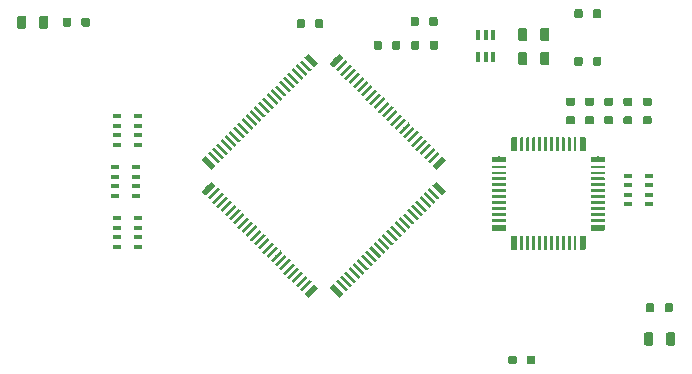
<source format=gbr>
G04 #@! TF.GenerationSoftware,KiCad,Pcbnew,(5.1.2)-2*
G04 #@! TF.CreationDate,2020-03-18T10:10:33+01:00*
G04 #@! TF.ProjectId,n64rgbv2.1,6e363472-6762-4763-922e-312e6b696361,rev?*
G04 #@! TF.SameCoordinates,Original*
G04 #@! TF.FileFunction,Paste,Top*
G04 #@! TF.FilePolarity,Positive*
%FSLAX46Y46*%
G04 Gerber Fmt 4.6, Leading zero omitted, Abs format (unit mm)*
G04 Created by KiCad (PCBNEW (5.1.2)-2) date 2020-03-18 10:10:33*
%MOMM*%
%LPD*%
G04 APERTURE LIST*
%ADD10C,0.100000*%
%ADD11C,0.480000*%
%ADD12C,0.240000*%
%ADD13C,0.700000*%
%ADD14C,0.780000*%
%ADD15R,0.320000X0.840000*%
%ADD16R,0.640000X0.400000*%
%ADD17R,0.640000X0.320000*%
G04 APERTURE END LIST*
D10*
G36*
X157037305Y-99677291D02*
G01*
X157041964Y-99677982D01*
X157046534Y-99679127D01*
X157050969Y-99680714D01*
X157055227Y-99682728D01*
X157059267Y-99685149D01*
X157063051Y-99687955D01*
X157066541Y-99691119D01*
X157069705Y-99694609D01*
X157072511Y-99698393D01*
X157074932Y-99702433D01*
X157076946Y-99706691D01*
X157078533Y-99711126D01*
X157079678Y-99715696D01*
X157080369Y-99720355D01*
X157080600Y-99725060D01*
X157080600Y-100809060D01*
X157080369Y-100813765D01*
X157079678Y-100818424D01*
X157078533Y-100822994D01*
X157076946Y-100827429D01*
X157074932Y-100831687D01*
X157072511Y-100835727D01*
X157069705Y-100839511D01*
X157066541Y-100843001D01*
X157063051Y-100846165D01*
X157059267Y-100848971D01*
X157055227Y-100851392D01*
X157050969Y-100853406D01*
X157046534Y-100854993D01*
X157041964Y-100856138D01*
X157037305Y-100856829D01*
X157032600Y-100857060D01*
X156648600Y-100857060D01*
X156643895Y-100856829D01*
X156639236Y-100856138D01*
X156634666Y-100854993D01*
X156630231Y-100853406D01*
X156625973Y-100851392D01*
X156621933Y-100848971D01*
X156618149Y-100846165D01*
X156614659Y-100843001D01*
X156611495Y-100839511D01*
X156608689Y-100835727D01*
X156606268Y-100831687D01*
X156604254Y-100827429D01*
X156602667Y-100822994D01*
X156601522Y-100818424D01*
X156600831Y-100813765D01*
X156600600Y-100809060D01*
X156600600Y-99725060D01*
X156600831Y-99720355D01*
X156601522Y-99715696D01*
X156602667Y-99711126D01*
X156604254Y-99706691D01*
X156606268Y-99702433D01*
X156608689Y-99698393D01*
X156611495Y-99694609D01*
X156614659Y-99691119D01*
X156618149Y-99687955D01*
X156621933Y-99685149D01*
X156625973Y-99682728D01*
X156630231Y-99680714D01*
X156634666Y-99679127D01*
X156639236Y-99677982D01*
X156643895Y-99677291D01*
X156648600Y-99677060D01*
X157032600Y-99677060D01*
X157037305Y-99677291D01*
X157037305Y-99677291D01*
G37*
D11*
X156840600Y-100267060D03*
D10*
G36*
X157588952Y-99677176D02*
G01*
X157591282Y-99677521D01*
X157593567Y-99678093D01*
X157595784Y-99678887D01*
X157597914Y-99679894D01*
X157599934Y-99681105D01*
X157601825Y-99682508D01*
X157603571Y-99684089D01*
X157605152Y-99685835D01*
X157606555Y-99687726D01*
X157607766Y-99689746D01*
X157608773Y-99691876D01*
X157609567Y-99694093D01*
X157610139Y-99696378D01*
X157610484Y-99698708D01*
X157610600Y-99701060D01*
X157610600Y-100833060D01*
X157610484Y-100835412D01*
X157610139Y-100837742D01*
X157609567Y-100840027D01*
X157608773Y-100842244D01*
X157607766Y-100844374D01*
X157606555Y-100846394D01*
X157605152Y-100848285D01*
X157603571Y-100850031D01*
X157601825Y-100851612D01*
X157599934Y-100853015D01*
X157597914Y-100854226D01*
X157595784Y-100855233D01*
X157593567Y-100856027D01*
X157591282Y-100856599D01*
X157588952Y-100856944D01*
X157586600Y-100857060D01*
X157394600Y-100857060D01*
X157392248Y-100856944D01*
X157389918Y-100856599D01*
X157387633Y-100856027D01*
X157385416Y-100855233D01*
X157383286Y-100854226D01*
X157381266Y-100853015D01*
X157379375Y-100851612D01*
X157377629Y-100850031D01*
X157376048Y-100848285D01*
X157374645Y-100846394D01*
X157373434Y-100844374D01*
X157372427Y-100842244D01*
X157371633Y-100840027D01*
X157371061Y-100837742D01*
X157370716Y-100835412D01*
X157370600Y-100833060D01*
X157370600Y-99701060D01*
X157370716Y-99698708D01*
X157371061Y-99696378D01*
X157371633Y-99694093D01*
X157372427Y-99691876D01*
X157373434Y-99689746D01*
X157374645Y-99687726D01*
X157376048Y-99685835D01*
X157377629Y-99684089D01*
X157379375Y-99682508D01*
X157381266Y-99681105D01*
X157383286Y-99679894D01*
X157385416Y-99678887D01*
X157387633Y-99678093D01*
X157389918Y-99677521D01*
X157392248Y-99677176D01*
X157394600Y-99677060D01*
X157586600Y-99677060D01*
X157588952Y-99677176D01*
X157588952Y-99677176D01*
G37*
D12*
X157490600Y-100267060D03*
D10*
G36*
X158088952Y-99677176D02*
G01*
X158091282Y-99677521D01*
X158093567Y-99678093D01*
X158095784Y-99678887D01*
X158097914Y-99679894D01*
X158099934Y-99681105D01*
X158101825Y-99682508D01*
X158103571Y-99684089D01*
X158105152Y-99685835D01*
X158106555Y-99687726D01*
X158107766Y-99689746D01*
X158108773Y-99691876D01*
X158109567Y-99694093D01*
X158110139Y-99696378D01*
X158110484Y-99698708D01*
X158110600Y-99701060D01*
X158110600Y-100833060D01*
X158110484Y-100835412D01*
X158110139Y-100837742D01*
X158109567Y-100840027D01*
X158108773Y-100842244D01*
X158107766Y-100844374D01*
X158106555Y-100846394D01*
X158105152Y-100848285D01*
X158103571Y-100850031D01*
X158101825Y-100851612D01*
X158099934Y-100853015D01*
X158097914Y-100854226D01*
X158095784Y-100855233D01*
X158093567Y-100856027D01*
X158091282Y-100856599D01*
X158088952Y-100856944D01*
X158086600Y-100857060D01*
X157894600Y-100857060D01*
X157892248Y-100856944D01*
X157889918Y-100856599D01*
X157887633Y-100856027D01*
X157885416Y-100855233D01*
X157883286Y-100854226D01*
X157881266Y-100853015D01*
X157879375Y-100851612D01*
X157877629Y-100850031D01*
X157876048Y-100848285D01*
X157874645Y-100846394D01*
X157873434Y-100844374D01*
X157872427Y-100842244D01*
X157871633Y-100840027D01*
X157871061Y-100837742D01*
X157870716Y-100835412D01*
X157870600Y-100833060D01*
X157870600Y-99701060D01*
X157870716Y-99698708D01*
X157871061Y-99696378D01*
X157871633Y-99694093D01*
X157872427Y-99691876D01*
X157873434Y-99689746D01*
X157874645Y-99687726D01*
X157876048Y-99685835D01*
X157877629Y-99684089D01*
X157879375Y-99682508D01*
X157881266Y-99681105D01*
X157883286Y-99679894D01*
X157885416Y-99678887D01*
X157887633Y-99678093D01*
X157889918Y-99677521D01*
X157892248Y-99677176D01*
X157894600Y-99677060D01*
X158086600Y-99677060D01*
X158088952Y-99677176D01*
X158088952Y-99677176D01*
G37*
D12*
X157990600Y-100267060D03*
D10*
G36*
X158588952Y-99677176D02*
G01*
X158591282Y-99677521D01*
X158593567Y-99678093D01*
X158595784Y-99678887D01*
X158597914Y-99679894D01*
X158599934Y-99681105D01*
X158601825Y-99682508D01*
X158603571Y-99684089D01*
X158605152Y-99685835D01*
X158606555Y-99687726D01*
X158607766Y-99689746D01*
X158608773Y-99691876D01*
X158609567Y-99694093D01*
X158610139Y-99696378D01*
X158610484Y-99698708D01*
X158610600Y-99701060D01*
X158610600Y-100833060D01*
X158610484Y-100835412D01*
X158610139Y-100837742D01*
X158609567Y-100840027D01*
X158608773Y-100842244D01*
X158607766Y-100844374D01*
X158606555Y-100846394D01*
X158605152Y-100848285D01*
X158603571Y-100850031D01*
X158601825Y-100851612D01*
X158599934Y-100853015D01*
X158597914Y-100854226D01*
X158595784Y-100855233D01*
X158593567Y-100856027D01*
X158591282Y-100856599D01*
X158588952Y-100856944D01*
X158586600Y-100857060D01*
X158394600Y-100857060D01*
X158392248Y-100856944D01*
X158389918Y-100856599D01*
X158387633Y-100856027D01*
X158385416Y-100855233D01*
X158383286Y-100854226D01*
X158381266Y-100853015D01*
X158379375Y-100851612D01*
X158377629Y-100850031D01*
X158376048Y-100848285D01*
X158374645Y-100846394D01*
X158373434Y-100844374D01*
X158372427Y-100842244D01*
X158371633Y-100840027D01*
X158371061Y-100837742D01*
X158370716Y-100835412D01*
X158370600Y-100833060D01*
X158370600Y-99701060D01*
X158370716Y-99698708D01*
X158371061Y-99696378D01*
X158371633Y-99694093D01*
X158372427Y-99691876D01*
X158373434Y-99689746D01*
X158374645Y-99687726D01*
X158376048Y-99685835D01*
X158377629Y-99684089D01*
X158379375Y-99682508D01*
X158381266Y-99681105D01*
X158383286Y-99679894D01*
X158385416Y-99678887D01*
X158387633Y-99678093D01*
X158389918Y-99677521D01*
X158392248Y-99677176D01*
X158394600Y-99677060D01*
X158586600Y-99677060D01*
X158588952Y-99677176D01*
X158588952Y-99677176D01*
G37*
D12*
X158490600Y-100267060D03*
D10*
G36*
X159088952Y-99677176D02*
G01*
X159091282Y-99677521D01*
X159093567Y-99678093D01*
X159095784Y-99678887D01*
X159097914Y-99679894D01*
X159099934Y-99681105D01*
X159101825Y-99682508D01*
X159103571Y-99684089D01*
X159105152Y-99685835D01*
X159106555Y-99687726D01*
X159107766Y-99689746D01*
X159108773Y-99691876D01*
X159109567Y-99694093D01*
X159110139Y-99696378D01*
X159110484Y-99698708D01*
X159110600Y-99701060D01*
X159110600Y-100833060D01*
X159110484Y-100835412D01*
X159110139Y-100837742D01*
X159109567Y-100840027D01*
X159108773Y-100842244D01*
X159107766Y-100844374D01*
X159106555Y-100846394D01*
X159105152Y-100848285D01*
X159103571Y-100850031D01*
X159101825Y-100851612D01*
X159099934Y-100853015D01*
X159097914Y-100854226D01*
X159095784Y-100855233D01*
X159093567Y-100856027D01*
X159091282Y-100856599D01*
X159088952Y-100856944D01*
X159086600Y-100857060D01*
X158894600Y-100857060D01*
X158892248Y-100856944D01*
X158889918Y-100856599D01*
X158887633Y-100856027D01*
X158885416Y-100855233D01*
X158883286Y-100854226D01*
X158881266Y-100853015D01*
X158879375Y-100851612D01*
X158877629Y-100850031D01*
X158876048Y-100848285D01*
X158874645Y-100846394D01*
X158873434Y-100844374D01*
X158872427Y-100842244D01*
X158871633Y-100840027D01*
X158871061Y-100837742D01*
X158870716Y-100835412D01*
X158870600Y-100833060D01*
X158870600Y-99701060D01*
X158870716Y-99698708D01*
X158871061Y-99696378D01*
X158871633Y-99694093D01*
X158872427Y-99691876D01*
X158873434Y-99689746D01*
X158874645Y-99687726D01*
X158876048Y-99685835D01*
X158877629Y-99684089D01*
X158879375Y-99682508D01*
X158881266Y-99681105D01*
X158883286Y-99679894D01*
X158885416Y-99678887D01*
X158887633Y-99678093D01*
X158889918Y-99677521D01*
X158892248Y-99677176D01*
X158894600Y-99677060D01*
X159086600Y-99677060D01*
X159088952Y-99677176D01*
X159088952Y-99677176D01*
G37*
D12*
X158990600Y-100267060D03*
D10*
G36*
X159588952Y-99677176D02*
G01*
X159591282Y-99677521D01*
X159593567Y-99678093D01*
X159595784Y-99678887D01*
X159597914Y-99679894D01*
X159599934Y-99681105D01*
X159601825Y-99682508D01*
X159603571Y-99684089D01*
X159605152Y-99685835D01*
X159606555Y-99687726D01*
X159607766Y-99689746D01*
X159608773Y-99691876D01*
X159609567Y-99694093D01*
X159610139Y-99696378D01*
X159610484Y-99698708D01*
X159610600Y-99701060D01*
X159610600Y-100833060D01*
X159610484Y-100835412D01*
X159610139Y-100837742D01*
X159609567Y-100840027D01*
X159608773Y-100842244D01*
X159607766Y-100844374D01*
X159606555Y-100846394D01*
X159605152Y-100848285D01*
X159603571Y-100850031D01*
X159601825Y-100851612D01*
X159599934Y-100853015D01*
X159597914Y-100854226D01*
X159595784Y-100855233D01*
X159593567Y-100856027D01*
X159591282Y-100856599D01*
X159588952Y-100856944D01*
X159586600Y-100857060D01*
X159394600Y-100857060D01*
X159392248Y-100856944D01*
X159389918Y-100856599D01*
X159387633Y-100856027D01*
X159385416Y-100855233D01*
X159383286Y-100854226D01*
X159381266Y-100853015D01*
X159379375Y-100851612D01*
X159377629Y-100850031D01*
X159376048Y-100848285D01*
X159374645Y-100846394D01*
X159373434Y-100844374D01*
X159372427Y-100842244D01*
X159371633Y-100840027D01*
X159371061Y-100837742D01*
X159370716Y-100835412D01*
X159370600Y-100833060D01*
X159370600Y-99701060D01*
X159370716Y-99698708D01*
X159371061Y-99696378D01*
X159371633Y-99694093D01*
X159372427Y-99691876D01*
X159373434Y-99689746D01*
X159374645Y-99687726D01*
X159376048Y-99685835D01*
X159377629Y-99684089D01*
X159379375Y-99682508D01*
X159381266Y-99681105D01*
X159383286Y-99679894D01*
X159385416Y-99678887D01*
X159387633Y-99678093D01*
X159389918Y-99677521D01*
X159392248Y-99677176D01*
X159394600Y-99677060D01*
X159586600Y-99677060D01*
X159588952Y-99677176D01*
X159588952Y-99677176D01*
G37*
D12*
X159490600Y-100267060D03*
D10*
G36*
X160088952Y-99677176D02*
G01*
X160091282Y-99677521D01*
X160093567Y-99678093D01*
X160095784Y-99678887D01*
X160097914Y-99679894D01*
X160099934Y-99681105D01*
X160101825Y-99682508D01*
X160103571Y-99684089D01*
X160105152Y-99685835D01*
X160106555Y-99687726D01*
X160107766Y-99689746D01*
X160108773Y-99691876D01*
X160109567Y-99694093D01*
X160110139Y-99696378D01*
X160110484Y-99698708D01*
X160110600Y-99701060D01*
X160110600Y-100833060D01*
X160110484Y-100835412D01*
X160110139Y-100837742D01*
X160109567Y-100840027D01*
X160108773Y-100842244D01*
X160107766Y-100844374D01*
X160106555Y-100846394D01*
X160105152Y-100848285D01*
X160103571Y-100850031D01*
X160101825Y-100851612D01*
X160099934Y-100853015D01*
X160097914Y-100854226D01*
X160095784Y-100855233D01*
X160093567Y-100856027D01*
X160091282Y-100856599D01*
X160088952Y-100856944D01*
X160086600Y-100857060D01*
X159894600Y-100857060D01*
X159892248Y-100856944D01*
X159889918Y-100856599D01*
X159887633Y-100856027D01*
X159885416Y-100855233D01*
X159883286Y-100854226D01*
X159881266Y-100853015D01*
X159879375Y-100851612D01*
X159877629Y-100850031D01*
X159876048Y-100848285D01*
X159874645Y-100846394D01*
X159873434Y-100844374D01*
X159872427Y-100842244D01*
X159871633Y-100840027D01*
X159871061Y-100837742D01*
X159870716Y-100835412D01*
X159870600Y-100833060D01*
X159870600Y-99701060D01*
X159870716Y-99698708D01*
X159871061Y-99696378D01*
X159871633Y-99694093D01*
X159872427Y-99691876D01*
X159873434Y-99689746D01*
X159874645Y-99687726D01*
X159876048Y-99685835D01*
X159877629Y-99684089D01*
X159879375Y-99682508D01*
X159881266Y-99681105D01*
X159883286Y-99679894D01*
X159885416Y-99678887D01*
X159887633Y-99678093D01*
X159889918Y-99677521D01*
X159892248Y-99677176D01*
X159894600Y-99677060D01*
X160086600Y-99677060D01*
X160088952Y-99677176D01*
X160088952Y-99677176D01*
G37*
D12*
X159990600Y-100267060D03*
D10*
G36*
X160588952Y-99677176D02*
G01*
X160591282Y-99677521D01*
X160593567Y-99678093D01*
X160595784Y-99678887D01*
X160597914Y-99679894D01*
X160599934Y-99681105D01*
X160601825Y-99682508D01*
X160603571Y-99684089D01*
X160605152Y-99685835D01*
X160606555Y-99687726D01*
X160607766Y-99689746D01*
X160608773Y-99691876D01*
X160609567Y-99694093D01*
X160610139Y-99696378D01*
X160610484Y-99698708D01*
X160610600Y-99701060D01*
X160610600Y-100833060D01*
X160610484Y-100835412D01*
X160610139Y-100837742D01*
X160609567Y-100840027D01*
X160608773Y-100842244D01*
X160607766Y-100844374D01*
X160606555Y-100846394D01*
X160605152Y-100848285D01*
X160603571Y-100850031D01*
X160601825Y-100851612D01*
X160599934Y-100853015D01*
X160597914Y-100854226D01*
X160595784Y-100855233D01*
X160593567Y-100856027D01*
X160591282Y-100856599D01*
X160588952Y-100856944D01*
X160586600Y-100857060D01*
X160394600Y-100857060D01*
X160392248Y-100856944D01*
X160389918Y-100856599D01*
X160387633Y-100856027D01*
X160385416Y-100855233D01*
X160383286Y-100854226D01*
X160381266Y-100853015D01*
X160379375Y-100851612D01*
X160377629Y-100850031D01*
X160376048Y-100848285D01*
X160374645Y-100846394D01*
X160373434Y-100844374D01*
X160372427Y-100842244D01*
X160371633Y-100840027D01*
X160371061Y-100837742D01*
X160370716Y-100835412D01*
X160370600Y-100833060D01*
X160370600Y-99701060D01*
X160370716Y-99698708D01*
X160371061Y-99696378D01*
X160371633Y-99694093D01*
X160372427Y-99691876D01*
X160373434Y-99689746D01*
X160374645Y-99687726D01*
X160376048Y-99685835D01*
X160377629Y-99684089D01*
X160379375Y-99682508D01*
X160381266Y-99681105D01*
X160383286Y-99679894D01*
X160385416Y-99678887D01*
X160387633Y-99678093D01*
X160389918Y-99677521D01*
X160392248Y-99677176D01*
X160394600Y-99677060D01*
X160586600Y-99677060D01*
X160588952Y-99677176D01*
X160588952Y-99677176D01*
G37*
D12*
X160490600Y-100267060D03*
D10*
G36*
X161088952Y-99677176D02*
G01*
X161091282Y-99677521D01*
X161093567Y-99678093D01*
X161095784Y-99678887D01*
X161097914Y-99679894D01*
X161099934Y-99681105D01*
X161101825Y-99682508D01*
X161103571Y-99684089D01*
X161105152Y-99685835D01*
X161106555Y-99687726D01*
X161107766Y-99689746D01*
X161108773Y-99691876D01*
X161109567Y-99694093D01*
X161110139Y-99696378D01*
X161110484Y-99698708D01*
X161110600Y-99701060D01*
X161110600Y-100833060D01*
X161110484Y-100835412D01*
X161110139Y-100837742D01*
X161109567Y-100840027D01*
X161108773Y-100842244D01*
X161107766Y-100844374D01*
X161106555Y-100846394D01*
X161105152Y-100848285D01*
X161103571Y-100850031D01*
X161101825Y-100851612D01*
X161099934Y-100853015D01*
X161097914Y-100854226D01*
X161095784Y-100855233D01*
X161093567Y-100856027D01*
X161091282Y-100856599D01*
X161088952Y-100856944D01*
X161086600Y-100857060D01*
X160894600Y-100857060D01*
X160892248Y-100856944D01*
X160889918Y-100856599D01*
X160887633Y-100856027D01*
X160885416Y-100855233D01*
X160883286Y-100854226D01*
X160881266Y-100853015D01*
X160879375Y-100851612D01*
X160877629Y-100850031D01*
X160876048Y-100848285D01*
X160874645Y-100846394D01*
X160873434Y-100844374D01*
X160872427Y-100842244D01*
X160871633Y-100840027D01*
X160871061Y-100837742D01*
X160870716Y-100835412D01*
X160870600Y-100833060D01*
X160870600Y-99701060D01*
X160870716Y-99698708D01*
X160871061Y-99696378D01*
X160871633Y-99694093D01*
X160872427Y-99691876D01*
X160873434Y-99689746D01*
X160874645Y-99687726D01*
X160876048Y-99685835D01*
X160877629Y-99684089D01*
X160879375Y-99682508D01*
X160881266Y-99681105D01*
X160883286Y-99679894D01*
X160885416Y-99678887D01*
X160887633Y-99678093D01*
X160889918Y-99677521D01*
X160892248Y-99677176D01*
X160894600Y-99677060D01*
X161086600Y-99677060D01*
X161088952Y-99677176D01*
X161088952Y-99677176D01*
G37*
D12*
X160990600Y-100267060D03*
D10*
G36*
X161588952Y-99677176D02*
G01*
X161591282Y-99677521D01*
X161593567Y-99678093D01*
X161595784Y-99678887D01*
X161597914Y-99679894D01*
X161599934Y-99681105D01*
X161601825Y-99682508D01*
X161603571Y-99684089D01*
X161605152Y-99685835D01*
X161606555Y-99687726D01*
X161607766Y-99689746D01*
X161608773Y-99691876D01*
X161609567Y-99694093D01*
X161610139Y-99696378D01*
X161610484Y-99698708D01*
X161610600Y-99701060D01*
X161610600Y-100833060D01*
X161610484Y-100835412D01*
X161610139Y-100837742D01*
X161609567Y-100840027D01*
X161608773Y-100842244D01*
X161607766Y-100844374D01*
X161606555Y-100846394D01*
X161605152Y-100848285D01*
X161603571Y-100850031D01*
X161601825Y-100851612D01*
X161599934Y-100853015D01*
X161597914Y-100854226D01*
X161595784Y-100855233D01*
X161593567Y-100856027D01*
X161591282Y-100856599D01*
X161588952Y-100856944D01*
X161586600Y-100857060D01*
X161394600Y-100857060D01*
X161392248Y-100856944D01*
X161389918Y-100856599D01*
X161387633Y-100856027D01*
X161385416Y-100855233D01*
X161383286Y-100854226D01*
X161381266Y-100853015D01*
X161379375Y-100851612D01*
X161377629Y-100850031D01*
X161376048Y-100848285D01*
X161374645Y-100846394D01*
X161373434Y-100844374D01*
X161372427Y-100842244D01*
X161371633Y-100840027D01*
X161371061Y-100837742D01*
X161370716Y-100835412D01*
X161370600Y-100833060D01*
X161370600Y-99701060D01*
X161370716Y-99698708D01*
X161371061Y-99696378D01*
X161371633Y-99694093D01*
X161372427Y-99691876D01*
X161373434Y-99689746D01*
X161374645Y-99687726D01*
X161376048Y-99685835D01*
X161377629Y-99684089D01*
X161379375Y-99682508D01*
X161381266Y-99681105D01*
X161383286Y-99679894D01*
X161385416Y-99678887D01*
X161387633Y-99678093D01*
X161389918Y-99677521D01*
X161392248Y-99677176D01*
X161394600Y-99677060D01*
X161586600Y-99677060D01*
X161588952Y-99677176D01*
X161588952Y-99677176D01*
G37*
D12*
X161490600Y-100267060D03*
D10*
G36*
X162088952Y-99677176D02*
G01*
X162091282Y-99677521D01*
X162093567Y-99678093D01*
X162095784Y-99678887D01*
X162097914Y-99679894D01*
X162099934Y-99681105D01*
X162101825Y-99682508D01*
X162103571Y-99684089D01*
X162105152Y-99685835D01*
X162106555Y-99687726D01*
X162107766Y-99689746D01*
X162108773Y-99691876D01*
X162109567Y-99694093D01*
X162110139Y-99696378D01*
X162110484Y-99698708D01*
X162110600Y-99701060D01*
X162110600Y-100833060D01*
X162110484Y-100835412D01*
X162110139Y-100837742D01*
X162109567Y-100840027D01*
X162108773Y-100842244D01*
X162107766Y-100844374D01*
X162106555Y-100846394D01*
X162105152Y-100848285D01*
X162103571Y-100850031D01*
X162101825Y-100851612D01*
X162099934Y-100853015D01*
X162097914Y-100854226D01*
X162095784Y-100855233D01*
X162093567Y-100856027D01*
X162091282Y-100856599D01*
X162088952Y-100856944D01*
X162086600Y-100857060D01*
X161894600Y-100857060D01*
X161892248Y-100856944D01*
X161889918Y-100856599D01*
X161887633Y-100856027D01*
X161885416Y-100855233D01*
X161883286Y-100854226D01*
X161881266Y-100853015D01*
X161879375Y-100851612D01*
X161877629Y-100850031D01*
X161876048Y-100848285D01*
X161874645Y-100846394D01*
X161873434Y-100844374D01*
X161872427Y-100842244D01*
X161871633Y-100840027D01*
X161871061Y-100837742D01*
X161870716Y-100835412D01*
X161870600Y-100833060D01*
X161870600Y-99701060D01*
X161870716Y-99698708D01*
X161871061Y-99696378D01*
X161871633Y-99694093D01*
X161872427Y-99691876D01*
X161873434Y-99689746D01*
X161874645Y-99687726D01*
X161876048Y-99685835D01*
X161877629Y-99684089D01*
X161879375Y-99682508D01*
X161881266Y-99681105D01*
X161883286Y-99679894D01*
X161885416Y-99678887D01*
X161887633Y-99678093D01*
X161889918Y-99677521D01*
X161892248Y-99677176D01*
X161894600Y-99677060D01*
X162086600Y-99677060D01*
X162088952Y-99677176D01*
X162088952Y-99677176D01*
G37*
D12*
X161990600Y-100267060D03*
D10*
G36*
X162837305Y-99677291D02*
G01*
X162841964Y-99677982D01*
X162846534Y-99679127D01*
X162850969Y-99680714D01*
X162855227Y-99682728D01*
X162859267Y-99685149D01*
X162863051Y-99687955D01*
X162866541Y-99691119D01*
X162869705Y-99694609D01*
X162872511Y-99698393D01*
X162874932Y-99702433D01*
X162876946Y-99706691D01*
X162878533Y-99711126D01*
X162879678Y-99715696D01*
X162880369Y-99720355D01*
X162880600Y-99725060D01*
X162880600Y-100809060D01*
X162880369Y-100813765D01*
X162879678Y-100818424D01*
X162878533Y-100822994D01*
X162876946Y-100827429D01*
X162874932Y-100831687D01*
X162872511Y-100835727D01*
X162869705Y-100839511D01*
X162866541Y-100843001D01*
X162863051Y-100846165D01*
X162859267Y-100848971D01*
X162855227Y-100851392D01*
X162850969Y-100853406D01*
X162846534Y-100854993D01*
X162841964Y-100856138D01*
X162837305Y-100856829D01*
X162832600Y-100857060D01*
X162448600Y-100857060D01*
X162443895Y-100856829D01*
X162439236Y-100856138D01*
X162434666Y-100854993D01*
X162430231Y-100853406D01*
X162425973Y-100851392D01*
X162421933Y-100848971D01*
X162418149Y-100846165D01*
X162414659Y-100843001D01*
X162411495Y-100839511D01*
X162408689Y-100835727D01*
X162406268Y-100831687D01*
X162404254Y-100827429D01*
X162402667Y-100822994D01*
X162401522Y-100818424D01*
X162400831Y-100813765D01*
X162400600Y-100809060D01*
X162400600Y-99725060D01*
X162400831Y-99720355D01*
X162401522Y-99715696D01*
X162402667Y-99711126D01*
X162404254Y-99706691D01*
X162406268Y-99702433D01*
X162408689Y-99698393D01*
X162411495Y-99694609D01*
X162414659Y-99691119D01*
X162418149Y-99687955D01*
X162421933Y-99685149D01*
X162425973Y-99682728D01*
X162430231Y-99680714D01*
X162434666Y-99679127D01*
X162439236Y-99677982D01*
X162443895Y-99677291D01*
X162448600Y-99677060D01*
X162832600Y-99677060D01*
X162837305Y-99677291D01*
X162837305Y-99677291D01*
G37*
D11*
X162640600Y-100267060D03*
D10*
G36*
X164449805Y-101289791D02*
G01*
X164454464Y-101290482D01*
X164459034Y-101291627D01*
X164463469Y-101293214D01*
X164467727Y-101295228D01*
X164471767Y-101297649D01*
X164475551Y-101300455D01*
X164479041Y-101303619D01*
X164482205Y-101307109D01*
X164485011Y-101310893D01*
X164487432Y-101314933D01*
X164489446Y-101319191D01*
X164491033Y-101323626D01*
X164492178Y-101328196D01*
X164492869Y-101332855D01*
X164493100Y-101337560D01*
X164493100Y-101721560D01*
X164492869Y-101726265D01*
X164492178Y-101730924D01*
X164491033Y-101735494D01*
X164489446Y-101739929D01*
X164487432Y-101744187D01*
X164485011Y-101748227D01*
X164482205Y-101752011D01*
X164479041Y-101755501D01*
X164475551Y-101758665D01*
X164471767Y-101761471D01*
X164467727Y-101763892D01*
X164463469Y-101765906D01*
X164459034Y-101767493D01*
X164454464Y-101768638D01*
X164449805Y-101769329D01*
X164445100Y-101769560D01*
X163361100Y-101769560D01*
X163356395Y-101769329D01*
X163351736Y-101768638D01*
X163347166Y-101767493D01*
X163342731Y-101765906D01*
X163338473Y-101763892D01*
X163334433Y-101761471D01*
X163330649Y-101758665D01*
X163327159Y-101755501D01*
X163323995Y-101752011D01*
X163321189Y-101748227D01*
X163318768Y-101744187D01*
X163316754Y-101739929D01*
X163315167Y-101735494D01*
X163314022Y-101730924D01*
X163313331Y-101726265D01*
X163313100Y-101721560D01*
X163313100Y-101337560D01*
X163313331Y-101332855D01*
X163314022Y-101328196D01*
X163315167Y-101323626D01*
X163316754Y-101319191D01*
X163318768Y-101314933D01*
X163321189Y-101310893D01*
X163323995Y-101307109D01*
X163327159Y-101303619D01*
X163330649Y-101300455D01*
X163334433Y-101297649D01*
X163338473Y-101295228D01*
X163342731Y-101293214D01*
X163347166Y-101291627D01*
X163351736Y-101290482D01*
X163356395Y-101289791D01*
X163361100Y-101289560D01*
X164445100Y-101289560D01*
X164449805Y-101289791D01*
X164449805Y-101289791D01*
G37*
D11*
X163903100Y-101529560D03*
D10*
G36*
X164471452Y-102059676D02*
G01*
X164473782Y-102060021D01*
X164476067Y-102060593D01*
X164478284Y-102061387D01*
X164480414Y-102062394D01*
X164482434Y-102063605D01*
X164484325Y-102065008D01*
X164486071Y-102066589D01*
X164487652Y-102068335D01*
X164489055Y-102070226D01*
X164490266Y-102072246D01*
X164491273Y-102074376D01*
X164492067Y-102076593D01*
X164492639Y-102078878D01*
X164492984Y-102081208D01*
X164493100Y-102083560D01*
X164493100Y-102275560D01*
X164492984Y-102277912D01*
X164492639Y-102280242D01*
X164492067Y-102282527D01*
X164491273Y-102284744D01*
X164490266Y-102286874D01*
X164489055Y-102288894D01*
X164487652Y-102290785D01*
X164486071Y-102292531D01*
X164484325Y-102294112D01*
X164482434Y-102295515D01*
X164480414Y-102296726D01*
X164478284Y-102297733D01*
X164476067Y-102298527D01*
X164473782Y-102299099D01*
X164471452Y-102299444D01*
X164469100Y-102299560D01*
X163337100Y-102299560D01*
X163334748Y-102299444D01*
X163332418Y-102299099D01*
X163330133Y-102298527D01*
X163327916Y-102297733D01*
X163325786Y-102296726D01*
X163323766Y-102295515D01*
X163321875Y-102294112D01*
X163320129Y-102292531D01*
X163318548Y-102290785D01*
X163317145Y-102288894D01*
X163315934Y-102286874D01*
X163314927Y-102284744D01*
X163314133Y-102282527D01*
X163313561Y-102280242D01*
X163313216Y-102277912D01*
X163313100Y-102275560D01*
X163313100Y-102083560D01*
X163313216Y-102081208D01*
X163313561Y-102078878D01*
X163314133Y-102076593D01*
X163314927Y-102074376D01*
X163315934Y-102072246D01*
X163317145Y-102070226D01*
X163318548Y-102068335D01*
X163320129Y-102066589D01*
X163321875Y-102065008D01*
X163323766Y-102063605D01*
X163325786Y-102062394D01*
X163327916Y-102061387D01*
X163330133Y-102060593D01*
X163332418Y-102060021D01*
X163334748Y-102059676D01*
X163337100Y-102059560D01*
X164469100Y-102059560D01*
X164471452Y-102059676D01*
X164471452Y-102059676D01*
G37*
D12*
X163903100Y-102179560D03*
D10*
G36*
X164471452Y-102559676D02*
G01*
X164473782Y-102560021D01*
X164476067Y-102560593D01*
X164478284Y-102561387D01*
X164480414Y-102562394D01*
X164482434Y-102563605D01*
X164484325Y-102565008D01*
X164486071Y-102566589D01*
X164487652Y-102568335D01*
X164489055Y-102570226D01*
X164490266Y-102572246D01*
X164491273Y-102574376D01*
X164492067Y-102576593D01*
X164492639Y-102578878D01*
X164492984Y-102581208D01*
X164493100Y-102583560D01*
X164493100Y-102775560D01*
X164492984Y-102777912D01*
X164492639Y-102780242D01*
X164492067Y-102782527D01*
X164491273Y-102784744D01*
X164490266Y-102786874D01*
X164489055Y-102788894D01*
X164487652Y-102790785D01*
X164486071Y-102792531D01*
X164484325Y-102794112D01*
X164482434Y-102795515D01*
X164480414Y-102796726D01*
X164478284Y-102797733D01*
X164476067Y-102798527D01*
X164473782Y-102799099D01*
X164471452Y-102799444D01*
X164469100Y-102799560D01*
X163337100Y-102799560D01*
X163334748Y-102799444D01*
X163332418Y-102799099D01*
X163330133Y-102798527D01*
X163327916Y-102797733D01*
X163325786Y-102796726D01*
X163323766Y-102795515D01*
X163321875Y-102794112D01*
X163320129Y-102792531D01*
X163318548Y-102790785D01*
X163317145Y-102788894D01*
X163315934Y-102786874D01*
X163314927Y-102784744D01*
X163314133Y-102782527D01*
X163313561Y-102780242D01*
X163313216Y-102777912D01*
X163313100Y-102775560D01*
X163313100Y-102583560D01*
X163313216Y-102581208D01*
X163313561Y-102578878D01*
X163314133Y-102576593D01*
X163314927Y-102574376D01*
X163315934Y-102572246D01*
X163317145Y-102570226D01*
X163318548Y-102568335D01*
X163320129Y-102566589D01*
X163321875Y-102565008D01*
X163323766Y-102563605D01*
X163325786Y-102562394D01*
X163327916Y-102561387D01*
X163330133Y-102560593D01*
X163332418Y-102560021D01*
X163334748Y-102559676D01*
X163337100Y-102559560D01*
X164469100Y-102559560D01*
X164471452Y-102559676D01*
X164471452Y-102559676D01*
G37*
D12*
X163903100Y-102679560D03*
D10*
G36*
X164471452Y-103059676D02*
G01*
X164473782Y-103060021D01*
X164476067Y-103060593D01*
X164478284Y-103061387D01*
X164480414Y-103062394D01*
X164482434Y-103063605D01*
X164484325Y-103065008D01*
X164486071Y-103066589D01*
X164487652Y-103068335D01*
X164489055Y-103070226D01*
X164490266Y-103072246D01*
X164491273Y-103074376D01*
X164492067Y-103076593D01*
X164492639Y-103078878D01*
X164492984Y-103081208D01*
X164493100Y-103083560D01*
X164493100Y-103275560D01*
X164492984Y-103277912D01*
X164492639Y-103280242D01*
X164492067Y-103282527D01*
X164491273Y-103284744D01*
X164490266Y-103286874D01*
X164489055Y-103288894D01*
X164487652Y-103290785D01*
X164486071Y-103292531D01*
X164484325Y-103294112D01*
X164482434Y-103295515D01*
X164480414Y-103296726D01*
X164478284Y-103297733D01*
X164476067Y-103298527D01*
X164473782Y-103299099D01*
X164471452Y-103299444D01*
X164469100Y-103299560D01*
X163337100Y-103299560D01*
X163334748Y-103299444D01*
X163332418Y-103299099D01*
X163330133Y-103298527D01*
X163327916Y-103297733D01*
X163325786Y-103296726D01*
X163323766Y-103295515D01*
X163321875Y-103294112D01*
X163320129Y-103292531D01*
X163318548Y-103290785D01*
X163317145Y-103288894D01*
X163315934Y-103286874D01*
X163314927Y-103284744D01*
X163314133Y-103282527D01*
X163313561Y-103280242D01*
X163313216Y-103277912D01*
X163313100Y-103275560D01*
X163313100Y-103083560D01*
X163313216Y-103081208D01*
X163313561Y-103078878D01*
X163314133Y-103076593D01*
X163314927Y-103074376D01*
X163315934Y-103072246D01*
X163317145Y-103070226D01*
X163318548Y-103068335D01*
X163320129Y-103066589D01*
X163321875Y-103065008D01*
X163323766Y-103063605D01*
X163325786Y-103062394D01*
X163327916Y-103061387D01*
X163330133Y-103060593D01*
X163332418Y-103060021D01*
X163334748Y-103059676D01*
X163337100Y-103059560D01*
X164469100Y-103059560D01*
X164471452Y-103059676D01*
X164471452Y-103059676D01*
G37*
D12*
X163903100Y-103179560D03*
D10*
G36*
X164471452Y-103559676D02*
G01*
X164473782Y-103560021D01*
X164476067Y-103560593D01*
X164478284Y-103561387D01*
X164480414Y-103562394D01*
X164482434Y-103563605D01*
X164484325Y-103565008D01*
X164486071Y-103566589D01*
X164487652Y-103568335D01*
X164489055Y-103570226D01*
X164490266Y-103572246D01*
X164491273Y-103574376D01*
X164492067Y-103576593D01*
X164492639Y-103578878D01*
X164492984Y-103581208D01*
X164493100Y-103583560D01*
X164493100Y-103775560D01*
X164492984Y-103777912D01*
X164492639Y-103780242D01*
X164492067Y-103782527D01*
X164491273Y-103784744D01*
X164490266Y-103786874D01*
X164489055Y-103788894D01*
X164487652Y-103790785D01*
X164486071Y-103792531D01*
X164484325Y-103794112D01*
X164482434Y-103795515D01*
X164480414Y-103796726D01*
X164478284Y-103797733D01*
X164476067Y-103798527D01*
X164473782Y-103799099D01*
X164471452Y-103799444D01*
X164469100Y-103799560D01*
X163337100Y-103799560D01*
X163334748Y-103799444D01*
X163332418Y-103799099D01*
X163330133Y-103798527D01*
X163327916Y-103797733D01*
X163325786Y-103796726D01*
X163323766Y-103795515D01*
X163321875Y-103794112D01*
X163320129Y-103792531D01*
X163318548Y-103790785D01*
X163317145Y-103788894D01*
X163315934Y-103786874D01*
X163314927Y-103784744D01*
X163314133Y-103782527D01*
X163313561Y-103780242D01*
X163313216Y-103777912D01*
X163313100Y-103775560D01*
X163313100Y-103583560D01*
X163313216Y-103581208D01*
X163313561Y-103578878D01*
X163314133Y-103576593D01*
X163314927Y-103574376D01*
X163315934Y-103572246D01*
X163317145Y-103570226D01*
X163318548Y-103568335D01*
X163320129Y-103566589D01*
X163321875Y-103565008D01*
X163323766Y-103563605D01*
X163325786Y-103562394D01*
X163327916Y-103561387D01*
X163330133Y-103560593D01*
X163332418Y-103560021D01*
X163334748Y-103559676D01*
X163337100Y-103559560D01*
X164469100Y-103559560D01*
X164471452Y-103559676D01*
X164471452Y-103559676D01*
G37*
D12*
X163903100Y-103679560D03*
D10*
G36*
X164471452Y-104059676D02*
G01*
X164473782Y-104060021D01*
X164476067Y-104060593D01*
X164478284Y-104061387D01*
X164480414Y-104062394D01*
X164482434Y-104063605D01*
X164484325Y-104065008D01*
X164486071Y-104066589D01*
X164487652Y-104068335D01*
X164489055Y-104070226D01*
X164490266Y-104072246D01*
X164491273Y-104074376D01*
X164492067Y-104076593D01*
X164492639Y-104078878D01*
X164492984Y-104081208D01*
X164493100Y-104083560D01*
X164493100Y-104275560D01*
X164492984Y-104277912D01*
X164492639Y-104280242D01*
X164492067Y-104282527D01*
X164491273Y-104284744D01*
X164490266Y-104286874D01*
X164489055Y-104288894D01*
X164487652Y-104290785D01*
X164486071Y-104292531D01*
X164484325Y-104294112D01*
X164482434Y-104295515D01*
X164480414Y-104296726D01*
X164478284Y-104297733D01*
X164476067Y-104298527D01*
X164473782Y-104299099D01*
X164471452Y-104299444D01*
X164469100Y-104299560D01*
X163337100Y-104299560D01*
X163334748Y-104299444D01*
X163332418Y-104299099D01*
X163330133Y-104298527D01*
X163327916Y-104297733D01*
X163325786Y-104296726D01*
X163323766Y-104295515D01*
X163321875Y-104294112D01*
X163320129Y-104292531D01*
X163318548Y-104290785D01*
X163317145Y-104288894D01*
X163315934Y-104286874D01*
X163314927Y-104284744D01*
X163314133Y-104282527D01*
X163313561Y-104280242D01*
X163313216Y-104277912D01*
X163313100Y-104275560D01*
X163313100Y-104083560D01*
X163313216Y-104081208D01*
X163313561Y-104078878D01*
X163314133Y-104076593D01*
X163314927Y-104074376D01*
X163315934Y-104072246D01*
X163317145Y-104070226D01*
X163318548Y-104068335D01*
X163320129Y-104066589D01*
X163321875Y-104065008D01*
X163323766Y-104063605D01*
X163325786Y-104062394D01*
X163327916Y-104061387D01*
X163330133Y-104060593D01*
X163332418Y-104060021D01*
X163334748Y-104059676D01*
X163337100Y-104059560D01*
X164469100Y-104059560D01*
X164471452Y-104059676D01*
X164471452Y-104059676D01*
G37*
D12*
X163903100Y-104179560D03*
D10*
G36*
X164471452Y-104559676D02*
G01*
X164473782Y-104560021D01*
X164476067Y-104560593D01*
X164478284Y-104561387D01*
X164480414Y-104562394D01*
X164482434Y-104563605D01*
X164484325Y-104565008D01*
X164486071Y-104566589D01*
X164487652Y-104568335D01*
X164489055Y-104570226D01*
X164490266Y-104572246D01*
X164491273Y-104574376D01*
X164492067Y-104576593D01*
X164492639Y-104578878D01*
X164492984Y-104581208D01*
X164493100Y-104583560D01*
X164493100Y-104775560D01*
X164492984Y-104777912D01*
X164492639Y-104780242D01*
X164492067Y-104782527D01*
X164491273Y-104784744D01*
X164490266Y-104786874D01*
X164489055Y-104788894D01*
X164487652Y-104790785D01*
X164486071Y-104792531D01*
X164484325Y-104794112D01*
X164482434Y-104795515D01*
X164480414Y-104796726D01*
X164478284Y-104797733D01*
X164476067Y-104798527D01*
X164473782Y-104799099D01*
X164471452Y-104799444D01*
X164469100Y-104799560D01*
X163337100Y-104799560D01*
X163334748Y-104799444D01*
X163332418Y-104799099D01*
X163330133Y-104798527D01*
X163327916Y-104797733D01*
X163325786Y-104796726D01*
X163323766Y-104795515D01*
X163321875Y-104794112D01*
X163320129Y-104792531D01*
X163318548Y-104790785D01*
X163317145Y-104788894D01*
X163315934Y-104786874D01*
X163314927Y-104784744D01*
X163314133Y-104782527D01*
X163313561Y-104780242D01*
X163313216Y-104777912D01*
X163313100Y-104775560D01*
X163313100Y-104583560D01*
X163313216Y-104581208D01*
X163313561Y-104578878D01*
X163314133Y-104576593D01*
X163314927Y-104574376D01*
X163315934Y-104572246D01*
X163317145Y-104570226D01*
X163318548Y-104568335D01*
X163320129Y-104566589D01*
X163321875Y-104565008D01*
X163323766Y-104563605D01*
X163325786Y-104562394D01*
X163327916Y-104561387D01*
X163330133Y-104560593D01*
X163332418Y-104560021D01*
X163334748Y-104559676D01*
X163337100Y-104559560D01*
X164469100Y-104559560D01*
X164471452Y-104559676D01*
X164471452Y-104559676D01*
G37*
D12*
X163903100Y-104679560D03*
D10*
G36*
X164471452Y-105059676D02*
G01*
X164473782Y-105060021D01*
X164476067Y-105060593D01*
X164478284Y-105061387D01*
X164480414Y-105062394D01*
X164482434Y-105063605D01*
X164484325Y-105065008D01*
X164486071Y-105066589D01*
X164487652Y-105068335D01*
X164489055Y-105070226D01*
X164490266Y-105072246D01*
X164491273Y-105074376D01*
X164492067Y-105076593D01*
X164492639Y-105078878D01*
X164492984Y-105081208D01*
X164493100Y-105083560D01*
X164493100Y-105275560D01*
X164492984Y-105277912D01*
X164492639Y-105280242D01*
X164492067Y-105282527D01*
X164491273Y-105284744D01*
X164490266Y-105286874D01*
X164489055Y-105288894D01*
X164487652Y-105290785D01*
X164486071Y-105292531D01*
X164484325Y-105294112D01*
X164482434Y-105295515D01*
X164480414Y-105296726D01*
X164478284Y-105297733D01*
X164476067Y-105298527D01*
X164473782Y-105299099D01*
X164471452Y-105299444D01*
X164469100Y-105299560D01*
X163337100Y-105299560D01*
X163334748Y-105299444D01*
X163332418Y-105299099D01*
X163330133Y-105298527D01*
X163327916Y-105297733D01*
X163325786Y-105296726D01*
X163323766Y-105295515D01*
X163321875Y-105294112D01*
X163320129Y-105292531D01*
X163318548Y-105290785D01*
X163317145Y-105288894D01*
X163315934Y-105286874D01*
X163314927Y-105284744D01*
X163314133Y-105282527D01*
X163313561Y-105280242D01*
X163313216Y-105277912D01*
X163313100Y-105275560D01*
X163313100Y-105083560D01*
X163313216Y-105081208D01*
X163313561Y-105078878D01*
X163314133Y-105076593D01*
X163314927Y-105074376D01*
X163315934Y-105072246D01*
X163317145Y-105070226D01*
X163318548Y-105068335D01*
X163320129Y-105066589D01*
X163321875Y-105065008D01*
X163323766Y-105063605D01*
X163325786Y-105062394D01*
X163327916Y-105061387D01*
X163330133Y-105060593D01*
X163332418Y-105060021D01*
X163334748Y-105059676D01*
X163337100Y-105059560D01*
X164469100Y-105059560D01*
X164471452Y-105059676D01*
X164471452Y-105059676D01*
G37*
D12*
X163903100Y-105179560D03*
D10*
G36*
X164471452Y-105559676D02*
G01*
X164473782Y-105560021D01*
X164476067Y-105560593D01*
X164478284Y-105561387D01*
X164480414Y-105562394D01*
X164482434Y-105563605D01*
X164484325Y-105565008D01*
X164486071Y-105566589D01*
X164487652Y-105568335D01*
X164489055Y-105570226D01*
X164490266Y-105572246D01*
X164491273Y-105574376D01*
X164492067Y-105576593D01*
X164492639Y-105578878D01*
X164492984Y-105581208D01*
X164493100Y-105583560D01*
X164493100Y-105775560D01*
X164492984Y-105777912D01*
X164492639Y-105780242D01*
X164492067Y-105782527D01*
X164491273Y-105784744D01*
X164490266Y-105786874D01*
X164489055Y-105788894D01*
X164487652Y-105790785D01*
X164486071Y-105792531D01*
X164484325Y-105794112D01*
X164482434Y-105795515D01*
X164480414Y-105796726D01*
X164478284Y-105797733D01*
X164476067Y-105798527D01*
X164473782Y-105799099D01*
X164471452Y-105799444D01*
X164469100Y-105799560D01*
X163337100Y-105799560D01*
X163334748Y-105799444D01*
X163332418Y-105799099D01*
X163330133Y-105798527D01*
X163327916Y-105797733D01*
X163325786Y-105796726D01*
X163323766Y-105795515D01*
X163321875Y-105794112D01*
X163320129Y-105792531D01*
X163318548Y-105790785D01*
X163317145Y-105788894D01*
X163315934Y-105786874D01*
X163314927Y-105784744D01*
X163314133Y-105782527D01*
X163313561Y-105780242D01*
X163313216Y-105777912D01*
X163313100Y-105775560D01*
X163313100Y-105583560D01*
X163313216Y-105581208D01*
X163313561Y-105578878D01*
X163314133Y-105576593D01*
X163314927Y-105574376D01*
X163315934Y-105572246D01*
X163317145Y-105570226D01*
X163318548Y-105568335D01*
X163320129Y-105566589D01*
X163321875Y-105565008D01*
X163323766Y-105563605D01*
X163325786Y-105562394D01*
X163327916Y-105561387D01*
X163330133Y-105560593D01*
X163332418Y-105560021D01*
X163334748Y-105559676D01*
X163337100Y-105559560D01*
X164469100Y-105559560D01*
X164471452Y-105559676D01*
X164471452Y-105559676D01*
G37*
D12*
X163903100Y-105679560D03*
D10*
G36*
X164471452Y-106059676D02*
G01*
X164473782Y-106060021D01*
X164476067Y-106060593D01*
X164478284Y-106061387D01*
X164480414Y-106062394D01*
X164482434Y-106063605D01*
X164484325Y-106065008D01*
X164486071Y-106066589D01*
X164487652Y-106068335D01*
X164489055Y-106070226D01*
X164490266Y-106072246D01*
X164491273Y-106074376D01*
X164492067Y-106076593D01*
X164492639Y-106078878D01*
X164492984Y-106081208D01*
X164493100Y-106083560D01*
X164493100Y-106275560D01*
X164492984Y-106277912D01*
X164492639Y-106280242D01*
X164492067Y-106282527D01*
X164491273Y-106284744D01*
X164490266Y-106286874D01*
X164489055Y-106288894D01*
X164487652Y-106290785D01*
X164486071Y-106292531D01*
X164484325Y-106294112D01*
X164482434Y-106295515D01*
X164480414Y-106296726D01*
X164478284Y-106297733D01*
X164476067Y-106298527D01*
X164473782Y-106299099D01*
X164471452Y-106299444D01*
X164469100Y-106299560D01*
X163337100Y-106299560D01*
X163334748Y-106299444D01*
X163332418Y-106299099D01*
X163330133Y-106298527D01*
X163327916Y-106297733D01*
X163325786Y-106296726D01*
X163323766Y-106295515D01*
X163321875Y-106294112D01*
X163320129Y-106292531D01*
X163318548Y-106290785D01*
X163317145Y-106288894D01*
X163315934Y-106286874D01*
X163314927Y-106284744D01*
X163314133Y-106282527D01*
X163313561Y-106280242D01*
X163313216Y-106277912D01*
X163313100Y-106275560D01*
X163313100Y-106083560D01*
X163313216Y-106081208D01*
X163313561Y-106078878D01*
X163314133Y-106076593D01*
X163314927Y-106074376D01*
X163315934Y-106072246D01*
X163317145Y-106070226D01*
X163318548Y-106068335D01*
X163320129Y-106066589D01*
X163321875Y-106065008D01*
X163323766Y-106063605D01*
X163325786Y-106062394D01*
X163327916Y-106061387D01*
X163330133Y-106060593D01*
X163332418Y-106060021D01*
X163334748Y-106059676D01*
X163337100Y-106059560D01*
X164469100Y-106059560D01*
X164471452Y-106059676D01*
X164471452Y-106059676D01*
G37*
D12*
X163903100Y-106179560D03*
D10*
G36*
X164471452Y-106559676D02*
G01*
X164473782Y-106560021D01*
X164476067Y-106560593D01*
X164478284Y-106561387D01*
X164480414Y-106562394D01*
X164482434Y-106563605D01*
X164484325Y-106565008D01*
X164486071Y-106566589D01*
X164487652Y-106568335D01*
X164489055Y-106570226D01*
X164490266Y-106572246D01*
X164491273Y-106574376D01*
X164492067Y-106576593D01*
X164492639Y-106578878D01*
X164492984Y-106581208D01*
X164493100Y-106583560D01*
X164493100Y-106775560D01*
X164492984Y-106777912D01*
X164492639Y-106780242D01*
X164492067Y-106782527D01*
X164491273Y-106784744D01*
X164490266Y-106786874D01*
X164489055Y-106788894D01*
X164487652Y-106790785D01*
X164486071Y-106792531D01*
X164484325Y-106794112D01*
X164482434Y-106795515D01*
X164480414Y-106796726D01*
X164478284Y-106797733D01*
X164476067Y-106798527D01*
X164473782Y-106799099D01*
X164471452Y-106799444D01*
X164469100Y-106799560D01*
X163337100Y-106799560D01*
X163334748Y-106799444D01*
X163332418Y-106799099D01*
X163330133Y-106798527D01*
X163327916Y-106797733D01*
X163325786Y-106796726D01*
X163323766Y-106795515D01*
X163321875Y-106794112D01*
X163320129Y-106792531D01*
X163318548Y-106790785D01*
X163317145Y-106788894D01*
X163315934Y-106786874D01*
X163314927Y-106784744D01*
X163314133Y-106782527D01*
X163313561Y-106780242D01*
X163313216Y-106777912D01*
X163313100Y-106775560D01*
X163313100Y-106583560D01*
X163313216Y-106581208D01*
X163313561Y-106578878D01*
X163314133Y-106576593D01*
X163314927Y-106574376D01*
X163315934Y-106572246D01*
X163317145Y-106570226D01*
X163318548Y-106568335D01*
X163320129Y-106566589D01*
X163321875Y-106565008D01*
X163323766Y-106563605D01*
X163325786Y-106562394D01*
X163327916Y-106561387D01*
X163330133Y-106560593D01*
X163332418Y-106560021D01*
X163334748Y-106559676D01*
X163337100Y-106559560D01*
X164469100Y-106559560D01*
X164471452Y-106559676D01*
X164471452Y-106559676D01*
G37*
D12*
X163903100Y-106679560D03*
D10*
G36*
X164449805Y-107089791D02*
G01*
X164454464Y-107090482D01*
X164459034Y-107091627D01*
X164463469Y-107093214D01*
X164467727Y-107095228D01*
X164471767Y-107097649D01*
X164475551Y-107100455D01*
X164479041Y-107103619D01*
X164482205Y-107107109D01*
X164485011Y-107110893D01*
X164487432Y-107114933D01*
X164489446Y-107119191D01*
X164491033Y-107123626D01*
X164492178Y-107128196D01*
X164492869Y-107132855D01*
X164493100Y-107137560D01*
X164493100Y-107521560D01*
X164492869Y-107526265D01*
X164492178Y-107530924D01*
X164491033Y-107535494D01*
X164489446Y-107539929D01*
X164487432Y-107544187D01*
X164485011Y-107548227D01*
X164482205Y-107552011D01*
X164479041Y-107555501D01*
X164475551Y-107558665D01*
X164471767Y-107561471D01*
X164467727Y-107563892D01*
X164463469Y-107565906D01*
X164459034Y-107567493D01*
X164454464Y-107568638D01*
X164449805Y-107569329D01*
X164445100Y-107569560D01*
X163361100Y-107569560D01*
X163356395Y-107569329D01*
X163351736Y-107568638D01*
X163347166Y-107567493D01*
X163342731Y-107565906D01*
X163338473Y-107563892D01*
X163334433Y-107561471D01*
X163330649Y-107558665D01*
X163327159Y-107555501D01*
X163323995Y-107552011D01*
X163321189Y-107548227D01*
X163318768Y-107544187D01*
X163316754Y-107539929D01*
X163315167Y-107535494D01*
X163314022Y-107530924D01*
X163313331Y-107526265D01*
X163313100Y-107521560D01*
X163313100Y-107137560D01*
X163313331Y-107132855D01*
X163314022Y-107128196D01*
X163315167Y-107123626D01*
X163316754Y-107119191D01*
X163318768Y-107114933D01*
X163321189Y-107110893D01*
X163323995Y-107107109D01*
X163327159Y-107103619D01*
X163330649Y-107100455D01*
X163334433Y-107097649D01*
X163338473Y-107095228D01*
X163342731Y-107093214D01*
X163347166Y-107091627D01*
X163351736Y-107090482D01*
X163356395Y-107089791D01*
X163361100Y-107089560D01*
X164445100Y-107089560D01*
X164449805Y-107089791D01*
X164449805Y-107089791D01*
G37*
D11*
X163903100Y-107329560D03*
D10*
G36*
X162837305Y-108002291D02*
G01*
X162841964Y-108002982D01*
X162846534Y-108004127D01*
X162850969Y-108005714D01*
X162855227Y-108007728D01*
X162859267Y-108010149D01*
X162863051Y-108012955D01*
X162866541Y-108016119D01*
X162869705Y-108019609D01*
X162872511Y-108023393D01*
X162874932Y-108027433D01*
X162876946Y-108031691D01*
X162878533Y-108036126D01*
X162879678Y-108040696D01*
X162880369Y-108045355D01*
X162880600Y-108050060D01*
X162880600Y-109134060D01*
X162880369Y-109138765D01*
X162879678Y-109143424D01*
X162878533Y-109147994D01*
X162876946Y-109152429D01*
X162874932Y-109156687D01*
X162872511Y-109160727D01*
X162869705Y-109164511D01*
X162866541Y-109168001D01*
X162863051Y-109171165D01*
X162859267Y-109173971D01*
X162855227Y-109176392D01*
X162850969Y-109178406D01*
X162846534Y-109179993D01*
X162841964Y-109181138D01*
X162837305Y-109181829D01*
X162832600Y-109182060D01*
X162448600Y-109182060D01*
X162443895Y-109181829D01*
X162439236Y-109181138D01*
X162434666Y-109179993D01*
X162430231Y-109178406D01*
X162425973Y-109176392D01*
X162421933Y-109173971D01*
X162418149Y-109171165D01*
X162414659Y-109168001D01*
X162411495Y-109164511D01*
X162408689Y-109160727D01*
X162406268Y-109156687D01*
X162404254Y-109152429D01*
X162402667Y-109147994D01*
X162401522Y-109143424D01*
X162400831Y-109138765D01*
X162400600Y-109134060D01*
X162400600Y-108050060D01*
X162400831Y-108045355D01*
X162401522Y-108040696D01*
X162402667Y-108036126D01*
X162404254Y-108031691D01*
X162406268Y-108027433D01*
X162408689Y-108023393D01*
X162411495Y-108019609D01*
X162414659Y-108016119D01*
X162418149Y-108012955D01*
X162421933Y-108010149D01*
X162425973Y-108007728D01*
X162430231Y-108005714D01*
X162434666Y-108004127D01*
X162439236Y-108002982D01*
X162443895Y-108002291D01*
X162448600Y-108002060D01*
X162832600Y-108002060D01*
X162837305Y-108002291D01*
X162837305Y-108002291D01*
G37*
D11*
X162640600Y-108592060D03*
D10*
G36*
X162088952Y-108002176D02*
G01*
X162091282Y-108002521D01*
X162093567Y-108003093D01*
X162095784Y-108003887D01*
X162097914Y-108004894D01*
X162099934Y-108006105D01*
X162101825Y-108007508D01*
X162103571Y-108009089D01*
X162105152Y-108010835D01*
X162106555Y-108012726D01*
X162107766Y-108014746D01*
X162108773Y-108016876D01*
X162109567Y-108019093D01*
X162110139Y-108021378D01*
X162110484Y-108023708D01*
X162110600Y-108026060D01*
X162110600Y-109158060D01*
X162110484Y-109160412D01*
X162110139Y-109162742D01*
X162109567Y-109165027D01*
X162108773Y-109167244D01*
X162107766Y-109169374D01*
X162106555Y-109171394D01*
X162105152Y-109173285D01*
X162103571Y-109175031D01*
X162101825Y-109176612D01*
X162099934Y-109178015D01*
X162097914Y-109179226D01*
X162095784Y-109180233D01*
X162093567Y-109181027D01*
X162091282Y-109181599D01*
X162088952Y-109181944D01*
X162086600Y-109182060D01*
X161894600Y-109182060D01*
X161892248Y-109181944D01*
X161889918Y-109181599D01*
X161887633Y-109181027D01*
X161885416Y-109180233D01*
X161883286Y-109179226D01*
X161881266Y-109178015D01*
X161879375Y-109176612D01*
X161877629Y-109175031D01*
X161876048Y-109173285D01*
X161874645Y-109171394D01*
X161873434Y-109169374D01*
X161872427Y-109167244D01*
X161871633Y-109165027D01*
X161871061Y-109162742D01*
X161870716Y-109160412D01*
X161870600Y-109158060D01*
X161870600Y-108026060D01*
X161870716Y-108023708D01*
X161871061Y-108021378D01*
X161871633Y-108019093D01*
X161872427Y-108016876D01*
X161873434Y-108014746D01*
X161874645Y-108012726D01*
X161876048Y-108010835D01*
X161877629Y-108009089D01*
X161879375Y-108007508D01*
X161881266Y-108006105D01*
X161883286Y-108004894D01*
X161885416Y-108003887D01*
X161887633Y-108003093D01*
X161889918Y-108002521D01*
X161892248Y-108002176D01*
X161894600Y-108002060D01*
X162086600Y-108002060D01*
X162088952Y-108002176D01*
X162088952Y-108002176D01*
G37*
D12*
X161990600Y-108592060D03*
D10*
G36*
X161588952Y-108002176D02*
G01*
X161591282Y-108002521D01*
X161593567Y-108003093D01*
X161595784Y-108003887D01*
X161597914Y-108004894D01*
X161599934Y-108006105D01*
X161601825Y-108007508D01*
X161603571Y-108009089D01*
X161605152Y-108010835D01*
X161606555Y-108012726D01*
X161607766Y-108014746D01*
X161608773Y-108016876D01*
X161609567Y-108019093D01*
X161610139Y-108021378D01*
X161610484Y-108023708D01*
X161610600Y-108026060D01*
X161610600Y-109158060D01*
X161610484Y-109160412D01*
X161610139Y-109162742D01*
X161609567Y-109165027D01*
X161608773Y-109167244D01*
X161607766Y-109169374D01*
X161606555Y-109171394D01*
X161605152Y-109173285D01*
X161603571Y-109175031D01*
X161601825Y-109176612D01*
X161599934Y-109178015D01*
X161597914Y-109179226D01*
X161595784Y-109180233D01*
X161593567Y-109181027D01*
X161591282Y-109181599D01*
X161588952Y-109181944D01*
X161586600Y-109182060D01*
X161394600Y-109182060D01*
X161392248Y-109181944D01*
X161389918Y-109181599D01*
X161387633Y-109181027D01*
X161385416Y-109180233D01*
X161383286Y-109179226D01*
X161381266Y-109178015D01*
X161379375Y-109176612D01*
X161377629Y-109175031D01*
X161376048Y-109173285D01*
X161374645Y-109171394D01*
X161373434Y-109169374D01*
X161372427Y-109167244D01*
X161371633Y-109165027D01*
X161371061Y-109162742D01*
X161370716Y-109160412D01*
X161370600Y-109158060D01*
X161370600Y-108026060D01*
X161370716Y-108023708D01*
X161371061Y-108021378D01*
X161371633Y-108019093D01*
X161372427Y-108016876D01*
X161373434Y-108014746D01*
X161374645Y-108012726D01*
X161376048Y-108010835D01*
X161377629Y-108009089D01*
X161379375Y-108007508D01*
X161381266Y-108006105D01*
X161383286Y-108004894D01*
X161385416Y-108003887D01*
X161387633Y-108003093D01*
X161389918Y-108002521D01*
X161392248Y-108002176D01*
X161394600Y-108002060D01*
X161586600Y-108002060D01*
X161588952Y-108002176D01*
X161588952Y-108002176D01*
G37*
D12*
X161490600Y-108592060D03*
D10*
G36*
X161088952Y-108002176D02*
G01*
X161091282Y-108002521D01*
X161093567Y-108003093D01*
X161095784Y-108003887D01*
X161097914Y-108004894D01*
X161099934Y-108006105D01*
X161101825Y-108007508D01*
X161103571Y-108009089D01*
X161105152Y-108010835D01*
X161106555Y-108012726D01*
X161107766Y-108014746D01*
X161108773Y-108016876D01*
X161109567Y-108019093D01*
X161110139Y-108021378D01*
X161110484Y-108023708D01*
X161110600Y-108026060D01*
X161110600Y-109158060D01*
X161110484Y-109160412D01*
X161110139Y-109162742D01*
X161109567Y-109165027D01*
X161108773Y-109167244D01*
X161107766Y-109169374D01*
X161106555Y-109171394D01*
X161105152Y-109173285D01*
X161103571Y-109175031D01*
X161101825Y-109176612D01*
X161099934Y-109178015D01*
X161097914Y-109179226D01*
X161095784Y-109180233D01*
X161093567Y-109181027D01*
X161091282Y-109181599D01*
X161088952Y-109181944D01*
X161086600Y-109182060D01*
X160894600Y-109182060D01*
X160892248Y-109181944D01*
X160889918Y-109181599D01*
X160887633Y-109181027D01*
X160885416Y-109180233D01*
X160883286Y-109179226D01*
X160881266Y-109178015D01*
X160879375Y-109176612D01*
X160877629Y-109175031D01*
X160876048Y-109173285D01*
X160874645Y-109171394D01*
X160873434Y-109169374D01*
X160872427Y-109167244D01*
X160871633Y-109165027D01*
X160871061Y-109162742D01*
X160870716Y-109160412D01*
X160870600Y-109158060D01*
X160870600Y-108026060D01*
X160870716Y-108023708D01*
X160871061Y-108021378D01*
X160871633Y-108019093D01*
X160872427Y-108016876D01*
X160873434Y-108014746D01*
X160874645Y-108012726D01*
X160876048Y-108010835D01*
X160877629Y-108009089D01*
X160879375Y-108007508D01*
X160881266Y-108006105D01*
X160883286Y-108004894D01*
X160885416Y-108003887D01*
X160887633Y-108003093D01*
X160889918Y-108002521D01*
X160892248Y-108002176D01*
X160894600Y-108002060D01*
X161086600Y-108002060D01*
X161088952Y-108002176D01*
X161088952Y-108002176D01*
G37*
D12*
X160990600Y-108592060D03*
D10*
G36*
X160588952Y-108002176D02*
G01*
X160591282Y-108002521D01*
X160593567Y-108003093D01*
X160595784Y-108003887D01*
X160597914Y-108004894D01*
X160599934Y-108006105D01*
X160601825Y-108007508D01*
X160603571Y-108009089D01*
X160605152Y-108010835D01*
X160606555Y-108012726D01*
X160607766Y-108014746D01*
X160608773Y-108016876D01*
X160609567Y-108019093D01*
X160610139Y-108021378D01*
X160610484Y-108023708D01*
X160610600Y-108026060D01*
X160610600Y-109158060D01*
X160610484Y-109160412D01*
X160610139Y-109162742D01*
X160609567Y-109165027D01*
X160608773Y-109167244D01*
X160607766Y-109169374D01*
X160606555Y-109171394D01*
X160605152Y-109173285D01*
X160603571Y-109175031D01*
X160601825Y-109176612D01*
X160599934Y-109178015D01*
X160597914Y-109179226D01*
X160595784Y-109180233D01*
X160593567Y-109181027D01*
X160591282Y-109181599D01*
X160588952Y-109181944D01*
X160586600Y-109182060D01*
X160394600Y-109182060D01*
X160392248Y-109181944D01*
X160389918Y-109181599D01*
X160387633Y-109181027D01*
X160385416Y-109180233D01*
X160383286Y-109179226D01*
X160381266Y-109178015D01*
X160379375Y-109176612D01*
X160377629Y-109175031D01*
X160376048Y-109173285D01*
X160374645Y-109171394D01*
X160373434Y-109169374D01*
X160372427Y-109167244D01*
X160371633Y-109165027D01*
X160371061Y-109162742D01*
X160370716Y-109160412D01*
X160370600Y-109158060D01*
X160370600Y-108026060D01*
X160370716Y-108023708D01*
X160371061Y-108021378D01*
X160371633Y-108019093D01*
X160372427Y-108016876D01*
X160373434Y-108014746D01*
X160374645Y-108012726D01*
X160376048Y-108010835D01*
X160377629Y-108009089D01*
X160379375Y-108007508D01*
X160381266Y-108006105D01*
X160383286Y-108004894D01*
X160385416Y-108003887D01*
X160387633Y-108003093D01*
X160389918Y-108002521D01*
X160392248Y-108002176D01*
X160394600Y-108002060D01*
X160586600Y-108002060D01*
X160588952Y-108002176D01*
X160588952Y-108002176D01*
G37*
D12*
X160490600Y-108592060D03*
D10*
G36*
X160088952Y-108002176D02*
G01*
X160091282Y-108002521D01*
X160093567Y-108003093D01*
X160095784Y-108003887D01*
X160097914Y-108004894D01*
X160099934Y-108006105D01*
X160101825Y-108007508D01*
X160103571Y-108009089D01*
X160105152Y-108010835D01*
X160106555Y-108012726D01*
X160107766Y-108014746D01*
X160108773Y-108016876D01*
X160109567Y-108019093D01*
X160110139Y-108021378D01*
X160110484Y-108023708D01*
X160110600Y-108026060D01*
X160110600Y-109158060D01*
X160110484Y-109160412D01*
X160110139Y-109162742D01*
X160109567Y-109165027D01*
X160108773Y-109167244D01*
X160107766Y-109169374D01*
X160106555Y-109171394D01*
X160105152Y-109173285D01*
X160103571Y-109175031D01*
X160101825Y-109176612D01*
X160099934Y-109178015D01*
X160097914Y-109179226D01*
X160095784Y-109180233D01*
X160093567Y-109181027D01*
X160091282Y-109181599D01*
X160088952Y-109181944D01*
X160086600Y-109182060D01*
X159894600Y-109182060D01*
X159892248Y-109181944D01*
X159889918Y-109181599D01*
X159887633Y-109181027D01*
X159885416Y-109180233D01*
X159883286Y-109179226D01*
X159881266Y-109178015D01*
X159879375Y-109176612D01*
X159877629Y-109175031D01*
X159876048Y-109173285D01*
X159874645Y-109171394D01*
X159873434Y-109169374D01*
X159872427Y-109167244D01*
X159871633Y-109165027D01*
X159871061Y-109162742D01*
X159870716Y-109160412D01*
X159870600Y-109158060D01*
X159870600Y-108026060D01*
X159870716Y-108023708D01*
X159871061Y-108021378D01*
X159871633Y-108019093D01*
X159872427Y-108016876D01*
X159873434Y-108014746D01*
X159874645Y-108012726D01*
X159876048Y-108010835D01*
X159877629Y-108009089D01*
X159879375Y-108007508D01*
X159881266Y-108006105D01*
X159883286Y-108004894D01*
X159885416Y-108003887D01*
X159887633Y-108003093D01*
X159889918Y-108002521D01*
X159892248Y-108002176D01*
X159894600Y-108002060D01*
X160086600Y-108002060D01*
X160088952Y-108002176D01*
X160088952Y-108002176D01*
G37*
D12*
X159990600Y-108592060D03*
D10*
G36*
X159588952Y-108002176D02*
G01*
X159591282Y-108002521D01*
X159593567Y-108003093D01*
X159595784Y-108003887D01*
X159597914Y-108004894D01*
X159599934Y-108006105D01*
X159601825Y-108007508D01*
X159603571Y-108009089D01*
X159605152Y-108010835D01*
X159606555Y-108012726D01*
X159607766Y-108014746D01*
X159608773Y-108016876D01*
X159609567Y-108019093D01*
X159610139Y-108021378D01*
X159610484Y-108023708D01*
X159610600Y-108026060D01*
X159610600Y-109158060D01*
X159610484Y-109160412D01*
X159610139Y-109162742D01*
X159609567Y-109165027D01*
X159608773Y-109167244D01*
X159607766Y-109169374D01*
X159606555Y-109171394D01*
X159605152Y-109173285D01*
X159603571Y-109175031D01*
X159601825Y-109176612D01*
X159599934Y-109178015D01*
X159597914Y-109179226D01*
X159595784Y-109180233D01*
X159593567Y-109181027D01*
X159591282Y-109181599D01*
X159588952Y-109181944D01*
X159586600Y-109182060D01*
X159394600Y-109182060D01*
X159392248Y-109181944D01*
X159389918Y-109181599D01*
X159387633Y-109181027D01*
X159385416Y-109180233D01*
X159383286Y-109179226D01*
X159381266Y-109178015D01*
X159379375Y-109176612D01*
X159377629Y-109175031D01*
X159376048Y-109173285D01*
X159374645Y-109171394D01*
X159373434Y-109169374D01*
X159372427Y-109167244D01*
X159371633Y-109165027D01*
X159371061Y-109162742D01*
X159370716Y-109160412D01*
X159370600Y-109158060D01*
X159370600Y-108026060D01*
X159370716Y-108023708D01*
X159371061Y-108021378D01*
X159371633Y-108019093D01*
X159372427Y-108016876D01*
X159373434Y-108014746D01*
X159374645Y-108012726D01*
X159376048Y-108010835D01*
X159377629Y-108009089D01*
X159379375Y-108007508D01*
X159381266Y-108006105D01*
X159383286Y-108004894D01*
X159385416Y-108003887D01*
X159387633Y-108003093D01*
X159389918Y-108002521D01*
X159392248Y-108002176D01*
X159394600Y-108002060D01*
X159586600Y-108002060D01*
X159588952Y-108002176D01*
X159588952Y-108002176D01*
G37*
D12*
X159490600Y-108592060D03*
D10*
G36*
X159088952Y-108002176D02*
G01*
X159091282Y-108002521D01*
X159093567Y-108003093D01*
X159095784Y-108003887D01*
X159097914Y-108004894D01*
X159099934Y-108006105D01*
X159101825Y-108007508D01*
X159103571Y-108009089D01*
X159105152Y-108010835D01*
X159106555Y-108012726D01*
X159107766Y-108014746D01*
X159108773Y-108016876D01*
X159109567Y-108019093D01*
X159110139Y-108021378D01*
X159110484Y-108023708D01*
X159110600Y-108026060D01*
X159110600Y-109158060D01*
X159110484Y-109160412D01*
X159110139Y-109162742D01*
X159109567Y-109165027D01*
X159108773Y-109167244D01*
X159107766Y-109169374D01*
X159106555Y-109171394D01*
X159105152Y-109173285D01*
X159103571Y-109175031D01*
X159101825Y-109176612D01*
X159099934Y-109178015D01*
X159097914Y-109179226D01*
X159095784Y-109180233D01*
X159093567Y-109181027D01*
X159091282Y-109181599D01*
X159088952Y-109181944D01*
X159086600Y-109182060D01*
X158894600Y-109182060D01*
X158892248Y-109181944D01*
X158889918Y-109181599D01*
X158887633Y-109181027D01*
X158885416Y-109180233D01*
X158883286Y-109179226D01*
X158881266Y-109178015D01*
X158879375Y-109176612D01*
X158877629Y-109175031D01*
X158876048Y-109173285D01*
X158874645Y-109171394D01*
X158873434Y-109169374D01*
X158872427Y-109167244D01*
X158871633Y-109165027D01*
X158871061Y-109162742D01*
X158870716Y-109160412D01*
X158870600Y-109158060D01*
X158870600Y-108026060D01*
X158870716Y-108023708D01*
X158871061Y-108021378D01*
X158871633Y-108019093D01*
X158872427Y-108016876D01*
X158873434Y-108014746D01*
X158874645Y-108012726D01*
X158876048Y-108010835D01*
X158877629Y-108009089D01*
X158879375Y-108007508D01*
X158881266Y-108006105D01*
X158883286Y-108004894D01*
X158885416Y-108003887D01*
X158887633Y-108003093D01*
X158889918Y-108002521D01*
X158892248Y-108002176D01*
X158894600Y-108002060D01*
X159086600Y-108002060D01*
X159088952Y-108002176D01*
X159088952Y-108002176D01*
G37*
D12*
X158990600Y-108592060D03*
D10*
G36*
X158588952Y-108002176D02*
G01*
X158591282Y-108002521D01*
X158593567Y-108003093D01*
X158595784Y-108003887D01*
X158597914Y-108004894D01*
X158599934Y-108006105D01*
X158601825Y-108007508D01*
X158603571Y-108009089D01*
X158605152Y-108010835D01*
X158606555Y-108012726D01*
X158607766Y-108014746D01*
X158608773Y-108016876D01*
X158609567Y-108019093D01*
X158610139Y-108021378D01*
X158610484Y-108023708D01*
X158610600Y-108026060D01*
X158610600Y-109158060D01*
X158610484Y-109160412D01*
X158610139Y-109162742D01*
X158609567Y-109165027D01*
X158608773Y-109167244D01*
X158607766Y-109169374D01*
X158606555Y-109171394D01*
X158605152Y-109173285D01*
X158603571Y-109175031D01*
X158601825Y-109176612D01*
X158599934Y-109178015D01*
X158597914Y-109179226D01*
X158595784Y-109180233D01*
X158593567Y-109181027D01*
X158591282Y-109181599D01*
X158588952Y-109181944D01*
X158586600Y-109182060D01*
X158394600Y-109182060D01*
X158392248Y-109181944D01*
X158389918Y-109181599D01*
X158387633Y-109181027D01*
X158385416Y-109180233D01*
X158383286Y-109179226D01*
X158381266Y-109178015D01*
X158379375Y-109176612D01*
X158377629Y-109175031D01*
X158376048Y-109173285D01*
X158374645Y-109171394D01*
X158373434Y-109169374D01*
X158372427Y-109167244D01*
X158371633Y-109165027D01*
X158371061Y-109162742D01*
X158370716Y-109160412D01*
X158370600Y-109158060D01*
X158370600Y-108026060D01*
X158370716Y-108023708D01*
X158371061Y-108021378D01*
X158371633Y-108019093D01*
X158372427Y-108016876D01*
X158373434Y-108014746D01*
X158374645Y-108012726D01*
X158376048Y-108010835D01*
X158377629Y-108009089D01*
X158379375Y-108007508D01*
X158381266Y-108006105D01*
X158383286Y-108004894D01*
X158385416Y-108003887D01*
X158387633Y-108003093D01*
X158389918Y-108002521D01*
X158392248Y-108002176D01*
X158394600Y-108002060D01*
X158586600Y-108002060D01*
X158588952Y-108002176D01*
X158588952Y-108002176D01*
G37*
D12*
X158490600Y-108592060D03*
D10*
G36*
X158088952Y-108002176D02*
G01*
X158091282Y-108002521D01*
X158093567Y-108003093D01*
X158095784Y-108003887D01*
X158097914Y-108004894D01*
X158099934Y-108006105D01*
X158101825Y-108007508D01*
X158103571Y-108009089D01*
X158105152Y-108010835D01*
X158106555Y-108012726D01*
X158107766Y-108014746D01*
X158108773Y-108016876D01*
X158109567Y-108019093D01*
X158110139Y-108021378D01*
X158110484Y-108023708D01*
X158110600Y-108026060D01*
X158110600Y-109158060D01*
X158110484Y-109160412D01*
X158110139Y-109162742D01*
X158109567Y-109165027D01*
X158108773Y-109167244D01*
X158107766Y-109169374D01*
X158106555Y-109171394D01*
X158105152Y-109173285D01*
X158103571Y-109175031D01*
X158101825Y-109176612D01*
X158099934Y-109178015D01*
X158097914Y-109179226D01*
X158095784Y-109180233D01*
X158093567Y-109181027D01*
X158091282Y-109181599D01*
X158088952Y-109181944D01*
X158086600Y-109182060D01*
X157894600Y-109182060D01*
X157892248Y-109181944D01*
X157889918Y-109181599D01*
X157887633Y-109181027D01*
X157885416Y-109180233D01*
X157883286Y-109179226D01*
X157881266Y-109178015D01*
X157879375Y-109176612D01*
X157877629Y-109175031D01*
X157876048Y-109173285D01*
X157874645Y-109171394D01*
X157873434Y-109169374D01*
X157872427Y-109167244D01*
X157871633Y-109165027D01*
X157871061Y-109162742D01*
X157870716Y-109160412D01*
X157870600Y-109158060D01*
X157870600Y-108026060D01*
X157870716Y-108023708D01*
X157871061Y-108021378D01*
X157871633Y-108019093D01*
X157872427Y-108016876D01*
X157873434Y-108014746D01*
X157874645Y-108012726D01*
X157876048Y-108010835D01*
X157877629Y-108009089D01*
X157879375Y-108007508D01*
X157881266Y-108006105D01*
X157883286Y-108004894D01*
X157885416Y-108003887D01*
X157887633Y-108003093D01*
X157889918Y-108002521D01*
X157892248Y-108002176D01*
X157894600Y-108002060D01*
X158086600Y-108002060D01*
X158088952Y-108002176D01*
X158088952Y-108002176D01*
G37*
D12*
X157990600Y-108592060D03*
D10*
G36*
X157588952Y-108002176D02*
G01*
X157591282Y-108002521D01*
X157593567Y-108003093D01*
X157595784Y-108003887D01*
X157597914Y-108004894D01*
X157599934Y-108006105D01*
X157601825Y-108007508D01*
X157603571Y-108009089D01*
X157605152Y-108010835D01*
X157606555Y-108012726D01*
X157607766Y-108014746D01*
X157608773Y-108016876D01*
X157609567Y-108019093D01*
X157610139Y-108021378D01*
X157610484Y-108023708D01*
X157610600Y-108026060D01*
X157610600Y-109158060D01*
X157610484Y-109160412D01*
X157610139Y-109162742D01*
X157609567Y-109165027D01*
X157608773Y-109167244D01*
X157607766Y-109169374D01*
X157606555Y-109171394D01*
X157605152Y-109173285D01*
X157603571Y-109175031D01*
X157601825Y-109176612D01*
X157599934Y-109178015D01*
X157597914Y-109179226D01*
X157595784Y-109180233D01*
X157593567Y-109181027D01*
X157591282Y-109181599D01*
X157588952Y-109181944D01*
X157586600Y-109182060D01*
X157394600Y-109182060D01*
X157392248Y-109181944D01*
X157389918Y-109181599D01*
X157387633Y-109181027D01*
X157385416Y-109180233D01*
X157383286Y-109179226D01*
X157381266Y-109178015D01*
X157379375Y-109176612D01*
X157377629Y-109175031D01*
X157376048Y-109173285D01*
X157374645Y-109171394D01*
X157373434Y-109169374D01*
X157372427Y-109167244D01*
X157371633Y-109165027D01*
X157371061Y-109162742D01*
X157370716Y-109160412D01*
X157370600Y-109158060D01*
X157370600Y-108026060D01*
X157370716Y-108023708D01*
X157371061Y-108021378D01*
X157371633Y-108019093D01*
X157372427Y-108016876D01*
X157373434Y-108014746D01*
X157374645Y-108012726D01*
X157376048Y-108010835D01*
X157377629Y-108009089D01*
X157379375Y-108007508D01*
X157381266Y-108006105D01*
X157383286Y-108004894D01*
X157385416Y-108003887D01*
X157387633Y-108003093D01*
X157389918Y-108002521D01*
X157392248Y-108002176D01*
X157394600Y-108002060D01*
X157586600Y-108002060D01*
X157588952Y-108002176D01*
X157588952Y-108002176D01*
G37*
D12*
X157490600Y-108592060D03*
D10*
G36*
X157037305Y-108002291D02*
G01*
X157041964Y-108002982D01*
X157046534Y-108004127D01*
X157050969Y-108005714D01*
X157055227Y-108007728D01*
X157059267Y-108010149D01*
X157063051Y-108012955D01*
X157066541Y-108016119D01*
X157069705Y-108019609D01*
X157072511Y-108023393D01*
X157074932Y-108027433D01*
X157076946Y-108031691D01*
X157078533Y-108036126D01*
X157079678Y-108040696D01*
X157080369Y-108045355D01*
X157080600Y-108050060D01*
X157080600Y-109134060D01*
X157080369Y-109138765D01*
X157079678Y-109143424D01*
X157078533Y-109147994D01*
X157076946Y-109152429D01*
X157074932Y-109156687D01*
X157072511Y-109160727D01*
X157069705Y-109164511D01*
X157066541Y-109168001D01*
X157063051Y-109171165D01*
X157059267Y-109173971D01*
X157055227Y-109176392D01*
X157050969Y-109178406D01*
X157046534Y-109179993D01*
X157041964Y-109181138D01*
X157037305Y-109181829D01*
X157032600Y-109182060D01*
X156648600Y-109182060D01*
X156643895Y-109181829D01*
X156639236Y-109181138D01*
X156634666Y-109179993D01*
X156630231Y-109178406D01*
X156625973Y-109176392D01*
X156621933Y-109173971D01*
X156618149Y-109171165D01*
X156614659Y-109168001D01*
X156611495Y-109164511D01*
X156608689Y-109160727D01*
X156606268Y-109156687D01*
X156604254Y-109152429D01*
X156602667Y-109147994D01*
X156601522Y-109143424D01*
X156600831Y-109138765D01*
X156600600Y-109134060D01*
X156600600Y-108050060D01*
X156600831Y-108045355D01*
X156601522Y-108040696D01*
X156602667Y-108036126D01*
X156604254Y-108031691D01*
X156606268Y-108027433D01*
X156608689Y-108023393D01*
X156611495Y-108019609D01*
X156614659Y-108016119D01*
X156618149Y-108012955D01*
X156621933Y-108010149D01*
X156625973Y-108007728D01*
X156630231Y-108005714D01*
X156634666Y-108004127D01*
X156639236Y-108002982D01*
X156643895Y-108002291D01*
X156648600Y-108002060D01*
X157032600Y-108002060D01*
X157037305Y-108002291D01*
X157037305Y-108002291D01*
G37*
D11*
X156840600Y-108592060D03*
D10*
G36*
X156124805Y-107089791D02*
G01*
X156129464Y-107090482D01*
X156134034Y-107091627D01*
X156138469Y-107093214D01*
X156142727Y-107095228D01*
X156146767Y-107097649D01*
X156150551Y-107100455D01*
X156154041Y-107103619D01*
X156157205Y-107107109D01*
X156160011Y-107110893D01*
X156162432Y-107114933D01*
X156164446Y-107119191D01*
X156166033Y-107123626D01*
X156167178Y-107128196D01*
X156167869Y-107132855D01*
X156168100Y-107137560D01*
X156168100Y-107521560D01*
X156167869Y-107526265D01*
X156167178Y-107530924D01*
X156166033Y-107535494D01*
X156164446Y-107539929D01*
X156162432Y-107544187D01*
X156160011Y-107548227D01*
X156157205Y-107552011D01*
X156154041Y-107555501D01*
X156150551Y-107558665D01*
X156146767Y-107561471D01*
X156142727Y-107563892D01*
X156138469Y-107565906D01*
X156134034Y-107567493D01*
X156129464Y-107568638D01*
X156124805Y-107569329D01*
X156120100Y-107569560D01*
X155036100Y-107569560D01*
X155031395Y-107569329D01*
X155026736Y-107568638D01*
X155022166Y-107567493D01*
X155017731Y-107565906D01*
X155013473Y-107563892D01*
X155009433Y-107561471D01*
X155005649Y-107558665D01*
X155002159Y-107555501D01*
X154998995Y-107552011D01*
X154996189Y-107548227D01*
X154993768Y-107544187D01*
X154991754Y-107539929D01*
X154990167Y-107535494D01*
X154989022Y-107530924D01*
X154988331Y-107526265D01*
X154988100Y-107521560D01*
X154988100Y-107137560D01*
X154988331Y-107132855D01*
X154989022Y-107128196D01*
X154990167Y-107123626D01*
X154991754Y-107119191D01*
X154993768Y-107114933D01*
X154996189Y-107110893D01*
X154998995Y-107107109D01*
X155002159Y-107103619D01*
X155005649Y-107100455D01*
X155009433Y-107097649D01*
X155013473Y-107095228D01*
X155017731Y-107093214D01*
X155022166Y-107091627D01*
X155026736Y-107090482D01*
X155031395Y-107089791D01*
X155036100Y-107089560D01*
X156120100Y-107089560D01*
X156124805Y-107089791D01*
X156124805Y-107089791D01*
G37*
D11*
X155578100Y-107329560D03*
D10*
G36*
X156146452Y-106559676D02*
G01*
X156148782Y-106560021D01*
X156151067Y-106560593D01*
X156153284Y-106561387D01*
X156155414Y-106562394D01*
X156157434Y-106563605D01*
X156159325Y-106565008D01*
X156161071Y-106566589D01*
X156162652Y-106568335D01*
X156164055Y-106570226D01*
X156165266Y-106572246D01*
X156166273Y-106574376D01*
X156167067Y-106576593D01*
X156167639Y-106578878D01*
X156167984Y-106581208D01*
X156168100Y-106583560D01*
X156168100Y-106775560D01*
X156167984Y-106777912D01*
X156167639Y-106780242D01*
X156167067Y-106782527D01*
X156166273Y-106784744D01*
X156165266Y-106786874D01*
X156164055Y-106788894D01*
X156162652Y-106790785D01*
X156161071Y-106792531D01*
X156159325Y-106794112D01*
X156157434Y-106795515D01*
X156155414Y-106796726D01*
X156153284Y-106797733D01*
X156151067Y-106798527D01*
X156148782Y-106799099D01*
X156146452Y-106799444D01*
X156144100Y-106799560D01*
X155012100Y-106799560D01*
X155009748Y-106799444D01*
X155007418Y-106799099D01*
X155005133Y-106798527D01*
X155002916Y-106797733D01*
X155000786Y-106796726D01*
X154998766Y-106795515D01*
X154996875Y-106794112D01*
X154995129Y-106792531D01*
X154993548Y-106790785D01*
X154992145Y-106788894D01*
X154990934Y-106786874D01*
X154989927Y-106784744D01*
X154989133Y-106782527D01*
X154988561Y-106780242D01*
X154988216Y-106777912D01*
X154988100Y-106775560D01*
X154988100Y-106583560D01*
X154988216Y-106581208D01*
X154988561Y-106578878D01*
X154989133Y-106576593D01*
X154989927Y-106574376D01*
X154990934Y-106572246D01*
X154992145Y-106570226D01*
X154993548Y-106568335D01*
X154995129Y-106566589D01*
X154996875Y-106565008D01*
X154998766Y-106563605D01*
X155000786Y-106562394D01*
X155002916Y-106561387D01*
X155005133Y-106560593D01*
X155007418Y-106560021D01*
X155009748Y-106559676D01*
X155012100Y-106559560D01*
X156144100Y-106559560D01*
X156146452Y-106559676D01*
X156146452Y-106559676D01*
G37*
D12*
X155578100Y-106679560D03*
D10*
G36*
X156146452Y-106059676D02*
G01*
X156148782Y-106060021D01*
X156151067Y-106060593D01*
X156153284Y-106061387D01*
X156155414Y-106062394D01*
X156157434Y-106063605D01*
X156159325Y-106065008D01*
X156161071Y-106066589D01*
X156162652Y-106068335D01*
X156164055Y-106070226D01*
X156165266Y-106072246D01*
X156166273Y-106074376D01*
X156167067Y-106076593D01*
X156167639Y-106078878D01*
X156167984Y-106081208D01*
X156168100Y-106083560D01*
X156168100Y-106275560D01*
X156167984Y-106277912D01*
X156167639Y-106280242D01*
X156167067Y-106282527D01*
X156166273Y-106284744D01*
X156165266Y-106286874D01*
X156164055Y-106288894D01*
X156162652Y-106290785D01*
X156161071Y-106292531D01*
X156159325Y-106294112D01*
X156157434Y-106295515D01*
X156155414Y-106296726D01*
X156153284Y-106297733D01*
X156151067Y-106298527D01*
X156148782Y-106299099D01*
X156146452Y-106299444D01*
X156144100Y-106299560D01*
X155012100Y-106299560D01*
X155009748Y-106299444D01*
X155007418Y-106299099D01*
X155005133Y-106298527D01*
X155002916Y-106297733D01*
X155000786Y-106296726D01*
X154998766Y-106295515D01*
X154996875Y-106294112D01*
X154995129Y-106292531D01*
X154993548Y-106290785D01*
X154992145Y-106288894D01*
X154990934Y-106286874D01*
X154989927Y-106284744D01*
X154989133Y-106282527D01*
X154988561Y-106280242D01*
X154988216Y-106277912D01*
X154988100Y-106275560D01*
X154988100Y-106083560D01*
X154988216Y-106081208D01*
X154988561Y-106078878D01*
X154989133Y-106076593D01*
X154989927Y-106074376D01*
X154990934Y-106072246D01*
X154992145Y-106070226D01*
X154993548Y-106068335D01*
X154995129Y-106066589D01*
X154996875Y-106065008D01*
X154998766Y-106063605D01*
X155000786Y-106062394D01*
X155002916Y-106061387D01*
X155005133Y-106060593D01*
X155007418Y-106060021D01*
X155009748Y-106059676D01*
X155012100Y-106059560D01*
X156144100Y-106059560D01*
X156146452Y-106059676D01*
X156146452Y-106059676D01*
G37*
D12*
X155578100Y-106179560D03*
D10*
G36*
X156146452Y-105559676D02*
G01*
X156148782Y-105560021D01*
X156151067Y-105560593D01*
X156153284Y-105561387D01*
X156155414Y-105562394D01*
X156157434Y-105563605D01*
X156159325Y-105565008D01*
X156161071Y-105566589D01*
X156162652Y-105568335D01*
X156164055Y-105570226D01*
X156165266Y-105572246D01*
X156166273Y-105574376D01*
X156167067Y-105576593D01*
X156167639Y-105578878D01*
X156167984Y-105581208D01*
X156168100Y-105583560D01*
X156168100Y-105775560D01*
X156167984Y-105777912D01*
X156167639Y-105780242D01*
X156167067Y-105782527D01*
X156166273Y-105784744D01*
X156165266Y-105786874D01*
X156164055Y-105788894D01*
X156162652Y-105790785D01*
X156161071Y-105792531D01*
X156159325Y-105794112D01*
X156157434Y-105795515D01*
X156155414Y-105796726D01*
X156153284Y-105797733D01*
X156151067Y-105798527D01*
X156148782Y-105799099D01*
X156146452Y-105799444D01*
X156144100Y-105799560D01*
X155012100Y-105799560D01*
X155009748Y-105799444D01*
X155007418Y-105799099D01*
X155005133Y-105798527D01*
X155002916Y-105797733D01*
X155000786Y-105796726D01*
X154998766Y-105795515D01*
X154996875Y-105794112D01*
X154995129Y-105792531D01*
X154993548Y-105790785D01*
X154992145Y-105788894D01*
X154990934Y-105786874D01*
X154989927Y-105784744D01*
X154989133Y-105782527D01*
X154988561Y-105780242D01*
X154988216Y-105777912D01*
X154988100Y-105775560D01*
X154988100Y-105583560D01*
X154988216Y-105581208D01*
X154988561Y-105578878D01*
X154989133Y-105576593D01*
X154989927Y-105574376D01*
X154990934Y-105572246D01*
X154992145Y-105570226D01*
X154993548Y-105568335D01*
X154995129Y-105566589D01*
X154996875Y-105565008D01*
X154998766Y-105563605D01*
X155000786Y-105562394D01*
X155002916Y-105561387D01*
X155005133Y-105560593D01*
X155007418Y-105560021D01*
X155009748Y-105559676D01*
X155012100Y-105559560D01*
X156144100Y-105559560D01*
X156146452Y-105559676D01*
X156146452Y-105559676D01*
G37*
D12*
X155578100Y-105679560D03*
D10*
G36*
X156146452Y-105059676D02*
G01*
X156148782Y-105060021D01*
X156151067Y-105060593D01*
X156153284Y-105061387D01*
X156155414Y-105062394D01*
X156157434Y-105063605D01*
X156159325Y-105065008D01*
X156161071Y-105066589D01*
X156162652Y-105068335D01*
X156164055Y-105070226D01*
X156165266Y-105072246D01*
X156166273Y-105074376D01*
X156167067Y-105076593D01*
X156167639Y-105078878D01*
X156167984Y-105081208D01*
X156168100Y-105083560D01*
X156168100Y-105275560D01*
X156167984Y-105277912D01*
X156167639Y-105280242D01*
X156167067Y-105282527D01*
X156166273Y-105284744D01*
X156165266Y-105286874D01*
X156164055Y-105288894D01*
X156162652Y-105290785D01*
X156161071Y-105292531D01*
X156159325Y-105294112D01*
X156157434Y-105295515D01*
X156155414Y-105296726D01*
X156153284Y-105297733D01*
X156151067Y-105298527D01*
X156148782Y-105299099D01*
X156146452Y-105299444D01*
X156144100Y-105299560D01*
X155012100Y-105299560D01*
X155009748Y-105299444D01*
X155007418Y-105299099D01*
X155005133Y-105298527D01*
X155002916Y-105297733D01*
X155000786Y-105296726D01*
X154998766Y-105295515D01*
X154996875Y-105294112D01*
X154995129Y-105292531D01*
X154993548Y-105290785D01*
X154992145Y-105288894D01*
X154990934Y-105286874D01*
X154989927Y-105284744D01*
X154989133Y-105282527D01*
X154988561Y-105280242D01*
X154988216Y-105277912D01*
X154988100Y-105275560D01*
X154988100Y-105083560D01*
X154988216Y-105081208D01*
X154988561Y-105078878D01*
X154989133Y-105076593D01*
X154989927Y-105074376D01*
X154990934Y-105072246D01*
X154992145Y-105070226D01*
X154993548Y-105068335D01*
X154995129Y-105066589D01*
X154996875Y-105065008D01*
X154998766Y-105063605D01*
X155000786Y-105062394D01*
X155002916Y-105061387D01*
X155005133Y-105060593D01*
X155007418Y-105060021D01*
X155009748Y-105059676D01*
X155012100Y-105059560D01*
X156144100Y-105059560D01*
X156146452Y-105059676D01*
X156146452Y-105059676D01*
G37*
D12*
X155578100Y-105179560D03*
D10*
G36*
X156146452Y-104559676D02*
G01*
X156148782Y-104560021D01*
X156151067Y-104560593D01*
X156153284Y-104561387D01*
X156155414Y-104562394D01*
X156157434Y-104563605D01*
X156159325Y-104565008D01*
X156161071Y-104566589D01*
X156162652Y-104568335D01*
X156164055Y-104570226D01*
X156165266Y-104572246D01*
X156166273Y-104574376D01*
X156167067Y-104576593D01*
X156167639Y-104578878D01*
X156167984Y-104581208D01*
X156168100Y-104583560D01*
X156168100Y-104775560D01*
X156167984Y-104777912D01*
X156167639Y-104780242D01*
X156167067Y-104782527D01*
X156166273Y-104784744D01*
X156165266Y-104786874D01*
X156164055Y-104788894D01*
X156162652Y-104790785D01*
X156161071Y-104792531D01*
X156159325Y-104794112D01*
X156157434Y-104795515D01*
X156155414Y-104796726D01*
X156153284Y-104797733D01*
X156151067Y-104798527D01*
X156148782Y-104799099D01*
X156146452Y-104799444D01*
X156144100Y-104799560D01*
X155012100Y-104799560D01*
X155009748Y-104799444D01*
X155007418Y-104799099D01*
X155005133Y-104798527D01*
X155002916Y-104797733D01*
X155000786Y-104796726D01*
X154998766Y-104795515D01*
X154996875Y-104794112D01*
X154995129Y-104792531D01*
X154993548Y-104790785D01*
X154992145Y-104788894D01*
X154990934Y-104786874D01*
X154989927Y-104784744D01*
X154989133Y-104782527D01*
X154988561Y-104780242D01*
X154988216Y-104777912D01*
X154988100Y-104775560D01*
X154988100Y-104583560D01*
X154988216Y-104581208D01*
X154988561Y-104578878D01*
X154989133Y-104576593D01*
X154989927Y-104574376D01*
X154990934Y-104572246D01*
X154992145Y-104570226D01*
X154993548Y-104568335D01*
X154995129Y-104566589D01*
X154996875Y-104565008D01*
X154998766Y-104563605D01*
X155000786Y-104562394D01*
X155002916Y-104561387D01*
X155005133Y-104560593D01*
X155007418Y-104560021D01*
X155009748Y-104559676D01*
X155012100Y-104559560D01*
X156144100Y-104559560D01*
X156146452Y-104559676D01*
X156146452Y-104559676D01*
G37*
D12*
X155578100Y-104679560D03*
D10*
G36*
X156146452Y-104059676D02*
G01*
X156148782Y-104060021D01*
X156151067Y-104060593D01*
X156153284Y-104061387D01*
X156155414Y-104062394D01*
X156157434Y-104063605D01*
X156159325Y-104065008D01*
X156161071Y-104066589D01*
X156162652Y-104068335D01*
X156164055Y-104070226D01*
X156165266Y-104072246D01*
X156166273Y-104074376D01*
X156167067Y-104076593D01*
X156167639Y-104078878D01*
X156167984Y-104081208D01*
X156168100Y-104083560D01*
X156168100Y-104275560D01*
X156167984Y-104277912D01*
X156167639Y-104280242D01*
X156167067Y-104282527D01*
X156166273Y-104284744D01*
X156165266Y-104286874D01*
X156164055Y-104288894D01*
X156162652Y-104290785D01*
X156161071Y-104292531D01*
X156159325Y-104294112D01*
X156157434Y-104295515D01*
X156155414Y-104296726D01*
X156153284Y-104297733D01*
X156151067Y-104298527D01*
X156148782Y-104299099D01*
X156146452Y-104299444D01*
X156144100Y-104299560D01*
X155012100Y-104299560D01*
X155009748Y-104299444D01*
X155007418Y-104299099D01*
X155005133Y-104298527D01*
X155002916Y-104297733D01*
X155000786Y-104296726D01*
X154998766Y-104295515D01*
X154996875Y-104294112D01*
X154995129Y-104292531D01*
X154993548Y-104290785D01*
X154992145Y-104288894D01*
X154990934Y-104286874D01*
X154989927Y-104284744D01*
X154989133Y-104282527D01*
X154988561Y-104280242D01*
X154988216Y-104277912D01*
X154988100Y-104275560D01*
X154988100Y-104083560D01*
X154988216Y-104081208D01*
X154988561Y-104078878D01*
X154989133Y-104076593D01*
X154989927Y-104074376D01*
X154990934Y-104072246D01*
X154992145Y-104070226D01*
X154993548Y-104068335D01*
X154995129Y-104066589D01*
X154996875Y-104065008D01*
X154998766Y-104063605D01*
X155000786Y-104062394D01*
X155002916Y-104061387D01*
X155005133Y-104060593D01*
X155007418Y-104060021D01*
X155009748Y-104059676D01*
X155012100Y-104059560D01*
X156144100Y-104059560D01*
X156146452Y-104059676D01*
X156146452Y-104059676D01*
G37*
D12*
X155578100Y-104179560D03*
D10*
G36*
X156146452Y-103559676D02*
G01*
X156148782Y-103560021D01*
X156151067Y-103560593D01*
X156153284Y-103561387D01*
X156155414Y-103562394D01*
X156157434Y-103563605D01*
X156159325Y-103565008D01*
X156161071Y-103566589D01*
X156162652Y-103568335D01*
X156164055Y-103570226D01*
X156165266Y-103572246D01*
X156166273Y-103574376D01*
X156167067Y-103576593D01*
X156167639Y-103578878D01*
X156167984Y-103581208D01*
X156168100Y-103583560D01*
X156168100Y-103775560D01*
X156167984Y-103777912D01*
X156167639Y-103780242D01*
X156167067Y-103782527D01*
X156166273Y-103784744D01*
X156165266Y-103786874D01*
X156164055Y-103788894D01*
X156162652Y-103790785D01*
X156161071Y-103792531D01*
X156159325Y-103794112D01*
X156157434Y-103795515D01*
X156155414Y-103796726D01*
X156153284Y-103797733D01*
X156151067Y-103798527D01*
X156148782Y-103799099D01*
X156146452Y-103799444D01*
X156144100Y-103799560D01*
X155012100Y-103799560D01*
X155009748Y-103799444D01*
X155007418Y-103799099D01*
X155005133Y-103798527D01*
X155002916Y-103797733D01*
X155000786Y-103796726D01*
X154998766Y-103795515D01*
X154996875Y-103794112D01*
X154995129Y-103792531D01*
X154993548Y-103790785D01*
X154992145Y-103788894D01*
X154990934Y-103786874D01*
X154989927Y-103784744D01*
X154989133Y-103782527D01*
X154988561Y-103780242D01*
X154988216Y-103777912D01*
X154988100Y-103775560D01*
X154988100Y-103583560D01*
X154988216Y-103581208D01*
X154988561Y-103578878D01*
X154989133Y-103576593D01*
X154989927Y-103574376D01*
X154990934Y-103572246D01*
X154992145Y-103570226D01*
X154993548Y-103568335D01*
X154995129Y-103566589D01*
X154996875Y-103565008D01*
X154998766Y-103563605D01*
X155000786Y-103562394D01*
X155002916Y-103561387D01*
X155005133Y-103560593D01*
X155007418Y-103560021D01*
X155009748Y-103559676D01*
X155012100Y-103559560D01*
X156144100Y-103559560D01*
X156146452Y-103559676D01*
X156146452Y-103559676D01*
G37*
D12*
X155578100Y-103679560D03*
D10*
G36*
X156146452Y-103059676D02*
G01*
X156148782Y-103060021D01*
X156151067Y-103060593D01*
X156153284Y-103061387D01*
X156155414Y-103062394D01*
X156157434Y-103063605D01*
X156159325Y-103065008D01*
X156161071Y-103066589D01*
X156162652Y-103068335D01*
X156164055Y-103070226D01*
X156165266Y-103072246D01*
X156166273Y-103074376D01*
X156167067Y-103076593D01*
X156167639Y-103078878D01*
X156167984Y-103081208D01*
X156168100Y-103083560D01*
X156168100Y-103275560D01*
X156167984Y-103277912D01*
X156167639Y-103280242D01*
X156167067Y-103282527D01*
X156166273Y-103284744D01*
X156165266Y-103286874D01*
X156164055Y-103288894D01*
X156162652Y-103290785D01*
X156161071Y-103292531D01*
X156159325Y-103294112D01*
X156157434Y-103295515D01*
X156155414Y-103296726D01*
X156153284Y-103297733D01*
X156151067Y-103298527D01*
X156148782Y-103299099D01*
X156146452Y-103299444D01*
X156144100Y-103299560D01*
X155012100Y-103299560D01*
X155009748Y-103299444D01*
X155007418Y-103299099D01*
X155005133Y-103298527D01*
X155002916Y-103297733D01*
X155000786Y-103296726D01*
X154998766Y-103295515D01*
X154996875Y-103294112D01*
X154995129Y-103292531D01*
X154993548Y-103290785D01*
X154992145Y-103288894D01*
X154990934Y-103286874D01*
X154989927Y-103284744D01*
X154989133Y-103282527D01*
X154988561Y-103280242D01*
X154988216Y-103277912D01*
X154988100Y-103275560D01*
X154988100Y-103083560D01*
X154988216Y-103081208D01*
X154988561Y-103078878D01*
X154989133Y-103076593D01*
X154989927Y-103074376D01*
X154990934Y-103072246D01*
X154992145Y-103070226D01*
X154993548Y-103068335D01*
X154995129Y-103066589D01*
X154996875Y-103065008D01*
X154998766Y-103063605D01*
X155000786Y-103062394D01*
X155002916Y-103061387D01*
X155005133Y-103060593D01*
X155007418Y-103060021D01*
X155009748Y-103059676D01*
X155012100Y-103059560D01*
X156144100Y-103059560D01*
X156146452Y-103059676D01*
X156146452Y-103059676D01*
G37*
D12*
X155578100Y-103179560D03*
D10*
G36*
X156146452Y-102559676D02*
G01*
X156148782Y-102560021D01*
X156151067Y-102560593D01*
X156153284Y-102561387D01*
X156155414Y-102562394D01*
X156157434Y-102563605D01*
X156159325Y-102565008D01*
X156161071Y-102566589D01*
X156162652Y-102568335D01*
X156164055Y-102570226D01*
X156165266Y-102572246D01*
X156166273Y-102574376D01*
X156167067Y-102576593D01*
X156167639Y-102578878D01*
X156167984Y-102581208D01*
X156168100Y-102583560D01*
X156168100Y-102775560D01*
X156167984Y-102777912D01*
X156167639Y-102780242D01*
X156167067Y-102782527D01*
X156166273Y-102784744D01*
X156165266Y-102786874D01*
X156164055Y-102788894D01*
X156162652Y-102790785D01*
X156161071Y-102792531D01*
X156159325Y-102794112D01*
X156157434Y-102795515D01*
X156155414Y-102796726D01*
X156153284Y-102797733D01*
X156151067Y-102798527D01*
X156148782Y-102799099D01*
X156146452Y-102799444D01*
X156144100Y-102799560D01*
X155012100Y-102799560D01*
X155009748Y-102799444D01*
X155007418Y-102799099D01*
X155005133Y-102798527D01*
X155002916Y-102797733D01*
X155000786Y-102796726D01*
X154998766Y-102795515D01*
X154996875Y-102794112D01*
X154995129Y-102792531D01*
X154993548Y-102790785D01*
X154992145Y-102788894D01*
X154990934Y-102786874D01*
X154989927Y-102784744D01*
X154989133Y-102782527D01*
X154988561Y-102780242D01*
X154988216Y-102777912D01*
X154988100Y-102775560D01*
X154988100Y-102583560D01*
X154988216Y-102581208D01*
X154988561Y-102578878D01*
X154989133Y-102576593D01*
X154989927Y-102574376D01*
X154990934Y-102572246D01*
X154992145Y-102570226D01*
X154993548Y-102568335D01*
X154995129Y-102566589D01*
X154996875Y-102565008D01*
X154998766Y-102563605D01*
X155000786Y-102562394D01*
X155002916Y-102561387D01*
X155005133Y-102560593D01*
X155007418Y-102560021D01*
X155009748Y-102559676D01*
X155012100Y-102559560D01*
X156144100Y-102559560D01*
X156146452Y-102559676D01*
X156146452Y-102559676D01*
G37*
D12*
X155578100Y-102679560D03*
D10*
G36*
X156146452Y-102059676D02*
G01*
X156148782Y-102060021D01*
X156151067Y-102060593D01*
X156153284Y-102061387D01*
X156155414Y-102062394D01*
X156157434Y-102063605D01*
X156159325Y-102065008D01*
X156161071Y-102066589D01*
X156162652Y-102068335D01*
X156164055Y-102070226D01*
X156165266Y-102072246D01*
X156166273Y-102074376D01*
X156167067Y-102076593D01*
X156167639Y-102078878D01*
X156167984Y-102081208D01*
X156168100Y-102083560D01*
X156168100Y-102275560D01*
X156167984Y-102277912D01*
X156167639Y-102280242D01*
X156167067Y-102282527D01*
X156166273Y-102284744D01*
X156165266Y-102286874D01*
X156164055Y-102288894D01*
X156162652Y-102290785D01*
X156161071Y-102292531D01*
X156159325Y-102294112D01*
X156157434Y-102295515D01*
X156155414Y-102296726D01*
X156153284Y-102297733D01*
X156151067Y-102298527D01*
X156148782Y-102299099D01*
X156146452Y-102299444D01*
X156144100Y-102299560D01*
X155012100Y-102299560D01*
X155009748Y-102299444D01*
X155007418Y-102299099D01*
X155005133Y-102298527D01*
X155002916Y-102297733D01*
X155000786Y-102296726D01*
X154998766Y-102295515D01*
X154996875Y-102294112D01*
X154995129Y-102292531D01*
X154993548Y-102290785D01*
X154992145Y-102288894D01*
X154990934Y-102286874D01*
X154989927Y-102284744D01*
X154989133Y-102282527D01*
X154988561Y-102280242D01*
X154988216Y-102277912D01*
X154988100Y-102275560D01*
X154988100Y-102083560D01*
X154988216Y-102081208D01*
X154988561Y-102078878D01*
X154989133Y-102076593D01*
X154989927Y-102074376D01*
X154990934Y-102072246D01*
X154992145Y-102070226D01*
X154993548Y-102068335D01*
X154995129Y-102066589D01*
X154996875Y-102065008D01*
X154998766Y-102063605D01*
X155000786Y-102062394D01*
X155002916Y-102061387D01*
X155005133Y-102060593D01*
X155007418Y-102060021D01*
X155009748Y-102059676D01*
X155012100Y-102059560D01*
X156144100Y-102059560D01*
X156146452Y-102059676D01*
X156146452Y-102059676D01*
G37*
D12*
X155578100Y-102179560D03*
D10*
G36*
X156124805Y-101289791D02*
G01*
X156129464Y-101290482D01*
X156134034Y-101291627D01*
X156138469Y-101293214D01*
X156142727Y-101295228D01*
X156146767Y-101297649D01*
X156150551Y-101300455D01*
X156154041Y-101303619D01*
X156157205Y-101307109D01*
X156160011Y-101310893D01*
X156162432Y-101314933D01*
X156164446Y-101319191D01*
X156166033Y-101323626D01*
X156167178Y-101328196D01*
X156167869Y-101332855D01*
X156168100Y-101337560D01*
X156168100Y-101721560D01*
X156167869Y-101726265D01*
X156167178Y-101730924D01*
X156166033Y-101735494D01*
X156164446Y-101739929D01*
X156162432Y-101744187D01*
X156160011Y-101748227D01*
X156157205Y-101752011D01*
X156154041Y-101755501D01*
X156150551Y-101758665D01*
X156146767Y-101761471D01*
X156142727Y-101763892D01*
X156138469Y-101765906D01*
X156134034Y-101767493D01*
X156129464Y-101768638D01*
X156124805Y-101769329D01*
X156120100Y-101769560D01*
X155036100Y-101769560D01*
X155031395Y-101769329D01*
X155026736Y-101768638D01*
X155022166Y-101767493D01*
X155017731Y-101765906D01*
X155013473Y-101763892D01*
X155009433Y-101761471D01*
X155005649Y-101758665D01*
X155002159Y-101755501D01*
X154998995Y-101752011D01*
X154996189Y-101748227D01*
X154993768Y-101744187D01*
X154991754Y-101739929D01*
X154990167Y-101735494D01*
X154989022Y-101730924D01*
X154988331Y-101726265D01*
X154988100Y-101721560D01*
X154988100Y-101337560D01*
X154988331Y-101332855D01*
X154989022Y-101328196D01*
X154990167Y-101323626D01*
X154991754Y-101319191D01*
X154993768Y-101314933D01*
X154996189Y-101310893D01*
X154998995Y-101307109D01*
X155002159Y-101303619D01*
X155005649Y-101300455D01*
X155009433Y-101297649D01*
X155013473Y-101295228D01*
X155017731Y-101293214D01*
X155022166Y-101291627D01*
X155026736Y-101290482D01*
X155031395Y-101289791D01*
X155036100Y-101289560D01*
X156120100Y-101289560D01*
X156124805Y-101289791D01*
X156124805Y-101289791D01*
G37*
D11*
X155578100Y-101529560D03*
D10*
G36*
X142037691Y-92566783D02*
G01*
X142042350Y-92567474D01*
X142046920Y-92568619D01*
X142051355Y-92570206D01*
X142055613Y-92572220D01*
X142059653Y-92574641D01*
X142063437Y-92577447D01*
X142066927Y-92580611D01*
X142338456Y-92852140D01*
X142341620Y-92855630D01*
X142344426Y-92859414D01*
X142346847Y-92863454D01*
X142348861Y-92867712D01*
X142350448Y-92872147D01*
X142351593Y-92876717D01*
X142352284Y-92881376D01*
X142352515Y-92886081D01*
X142352284Y-92890786D01*
X142351593Y-92895445D01*
X142350448Y-92900015D01*
X142348861Y-92904450D01*
X142346847Y-92908708D01*
X142344426Y-92912748D01*
X142341620Y-92916532D01*
X142338456Y-92920022D01*
X141571953Y-93686525D01*
X141568463Y-93689689D01*
X141564679Y-93692495D01*
X141560639Y-93694916D01*
X141556381Y-93696930D01*
X141551946Y-93698517D01*
X141547376Y-93699662D01*
X141542717Y-93700353D01*
X141538012Y-93700584D01*
X141533307Y-93700353D01*
X141528648Y-93699662D01*
X141524078Y-93698517D01*
X141519643Y-93696930D01*
X141515385Y-93694916D01*
X141511345Y-93692495D01*
X141507561Y-93689689D01*
X141504071Y-93686525D01*
X141232542Y-93414996D01*
X141229378Y-93411506D01*
X141226572Y-93407722D01*
X141224151Y-93403682D01*
X141222137Y-93399424D01*
X141220550Y-93394989D01*
X141219405Y-93390419D01*
X141218714Y-93385760D01*
X141218483Y-93381055D01*
X141218714Y-93376350D01*
X141219405Y-93371691D01*
X141220550Y-93367121D01*
X141222137Y-93362686D01*
X141224151Y-93358428D01*
X141226572Y-93354388D01*
X141229378Y-93350604D01*
X141232542Y-93347114D01*
X141999045Y-92580611D01*
X142002535Y-92577447D01*
X142006319Y-92574641D01*
X142010359Y-92572220D01*
X142014617Y-92570206D01*
X142019052Y-92568619D01*
X142023622Y-92567474D01*
X142028281Y-92566783D01*
X142032986Y-92566552D01*
X142037691Y-92566783D01*
X142037691Y-92566783D01*
G37*
D11*
X141785499Y-93133568D03*
D10*
G36*
X142579810Y-93101198D02*
G01*
X142582140Y-93101543D01*
X142584425Y-93102115D01*
X142586642Y-93102909D01*
X142588772Y-93103916D01*
X142590792Y-93105127D01*
X142592683Y-93106530D01*
X142594429Y-93108111D01*
X142730194Y-93243876D01*
X142731775Y-93245622D01*
X142733178Y-93247513D01*
X142734389Y-93249533D01*
X142735396Y-93251663D01*
X142736190Y-93253880D01*
X142736762Y-93256165D01*
X142737107Y-93258495D01*
X142737223Y-93260847D01*
X142737107Y-93263199D01*
X142736762Y-93265529D01*
X142736190Y-93267814D01*
X142735396Y-93270031D01*
X142734389Y-93272161D01*
X142733178Y-93274181D01*
X142731775Y-93276072D01*
X142730194Y-93277818D01*
X141929749Y-94078263D01*
X141928003Y-94079844D01*
X141926112Y-94081247D01*
X141924092Y-94082458D01*
X141921962Y-94083465D01*
X141919745Y-94084259D01*
X141917460Y-94084831D01*
X141915130Y-94085176D01*
X141912778Y-94085292D01*
X141910426Y-94085176D01*
X141908096Y-94084831D01*
X141905811Y-94084259D01*
X141903594Y-94083465D01*
X141901464Y-94082458D01*
X141899444Y-94081247D01*
X141897553Y-94079844D01*
X141895807Y-94078263D01*
X141760042Y-93942498D01*
X141758461Y-93940752D01*
X141757058Y-93938861D01*
X141755847Y-93936841D01*
X141754840Y-93934711D01*
X141754046Y-93932494D01*
X141753474Y-93930209D01*
X141753129Y-93927879D01*
X141753013Y-93925527D01*
X141753129Y-93923175D01*
X141753474Y-93920845D01*
X141754046Y-93918560D01*
X141754840Y-93916343D01*
X141755847Y-93914213D01*
X141757058Y-93912193D01*
X141758461Y-93910302D01*
X141760042Y-93908556D01*
X142560487Y-93108111D01*
X142562233Y-93106530D01*
X142564124Y-93105127D01*
X142566144Y-93103916D01*
X142568274Y-93102909D01*
X142570491Y-93102115D01*
X142572776Y-93101543D01*
X142575106Y-93101198D01*
X142577458Y-93101082D01*
X142579810Y-93101198D01*
X142579810Y-93101198D01*
G37*
D12*
X142245118Y-93593187D03*
D10*
G36*
X142933364Y-93454751D02*
G01*
X142935694Y-93455096D01*
X142937979Y-93455668D01*
X142940196Y-93456462D01*
X142942326Y-93457469D01*
X142944346Y-93458680D01*
X142946237Y-93460083D01*
X142947983Y-93461664D01*
X143083748Y-93597429D01*
X143085329Y-93599175D01*
X143086732Y-93601066D01*
X143087943Y-93603086D01*
X143088950Y-93605216D01*
X143089744Y-93607433D01*
X143090316Y-93609718D01*
X143090661Y-93612048D01*
X143090777Y-93614400D01*
X143090661Y-93616752D01*
X143090316Y-93619082D01*
X143089744Y-93621367D01*
X143088950Y-93623584D01*
X143087943Y-93625714D01*
X143086732Y-93627734D01*
X143085329Y-93629625D01*
X143083748Y-93631371D01*
X142283303Y-94431816D01*
X142281557Y-94433397D01*
X142279666Y-94434800D01*
X142277646Y-94436011D01*
X142275516Y-94437018D01*
X142273299Y-94437812D01*
X142271014Y-94438384D01*
X142268684Y-94438729D01*
X142266332Y-94438845D01*
X142263980Y-94438729D01*
X142261650Y-94438384D01*
X142259365Y-94437812D01*
X142257148Y-94437018D01*
X142255018Y-94436011D01*
X142252998Y-94434800D01*
X142251107Y-94433397D01*
X142249361Y-94431816D01*
X142113596Y-94296051D01*
X142112015Y-94294305D01*
X142110612Y-94292414D01*
X142109401Y-94290394D01*
X142108394Y-94288264D01*
X142107600Y-94286047D01*
X142107028Y-94283762D01*
X142106683Y-94281432D01*
X142106567Y-94279080D01*
X142106683Y-94276728D01*
X142107028Y-94274398D01*
X142107600Y-94272113D01*
X142108394Y-94269896D01*
X142109401Y-94267766D01*
X142110612Y-94265746D01*
X142112015Y-94263855D01*
X142113596Y-94262109D01*
X142914041Y-93461664D01*
X142915787Y-93460083D01*
X142917678Y-93458680D01*
X142919698Y-93457469D01*
X142921828Y-93456462D01*
X142924045Y-93455668D01*
X142926330Y-93455096D01*
X142928660Y-93454751D01*
X142931012Y-93454635D01*
X142933364Y-93454751D01*
X142933364Y-93454751D01*
G37*
D12*
X142598672Y-93946740D03*
D10*
G36*
X143286917Y-93808305D02*
G01*
X143289247Y-93808650D01*
X143291532Y-93809222D01*
X143293749Y-93810016D01*
X143295879Y-93811023D01*
X143297899Y-93812234D01*
X143299790Y-93813637D01*
X143301536Y-93815218D01*
X143437301Y-93950983D01*
X143438882Y-93952729D01*
X143440285Y-93954620D01*
X143441496Y-93956640D01*
X143442503Y-93958770D01*
X143443297Y-93960987D01*
X143443869Y-93963272D01*
X143444214Y-93965602D01*
X143444330Y-93967954D01*
X143444214Y-93970306D01*
X143443869Y-93972636D01*
X143443297Y-93974921D01*
X143442503Y-93977138D01*
X143441496Y-93979268D01*
X143440285Y-93981288D01*
X143438882Y-93983179D01*
X143437301Y-93984925D01*
X142636856Y-94785370D01*
X142635110Y-94786951D01*
X142633219Y-94788354D01*
X142631199Y-94789565D01*
X142629069Y-94790572D01*
X142626852Y-94791366D01*
X142624567Y-94791938D01*
X142622237Y-94792283D01*
X142619885Y-94792399D01*
X142617533Y-94792283D01*
X142615203Y-94791938D01*
X142612918Y-94791366D01*
X142610701Y-94790572D01*
X142608571Y-94789565D01*
X142606551Y-94788354D01*
X142604660Y-94786951D01*
X142602914Y-94785370D01*
X142467149Y-94649605D01*
X142465568Y-94647859D01*
X142464165Y-94645968D01*
X142462954Y-94643948D01*
X142461947Y-94641818D01*
X142461153Y-94639601D01*
X142460581Y-94637316D01*
X142460236Y-94634986D01*
X142460120Y-94632634D01*
X142460236Y-94630282D01*
X142460581Y-94627952D01*
X142461153Y-94625667D01*
X142461947Y-94623450D01*
X142462954Y-94621320D01*
X142464165Y-94619300D01*
X142465568Y-94617409D01*
X142467149Y-94615663D01*
X143267594Y-93815218D01*
X143269340Y-93813637D01*
X143271231Y-93812234D01*
X143273251Y-93811023D01*
X143275381Y-93810016D01*
X143277598Y-93809222D01*
X143279883Y-93808650D01*
X143282213Y-93808305D01*
X143284565Y-93808189D01*
X143286917Y-93808305D01*
X143286917Y-93808305D01*
G37*
D12*
X142952225Y-94300294D03*
D10*
G36*
X143640471Y-94161858D02*
G01*
X143642801Y-94162203D01*
X143645086Y-94162775D01*
X143647303Y-94163569D01*
X143649433Y-94164576D01*
X143651453Y-94165787D01*
X143653344Y-94167190D01*
X143655090Y-94168771D01*
X143790855Y-94304536D01*
X143792436Y-94306282D01*
X143793839Y-94308173D01*
X143795050Y-94310193D01*
X143796057Y-94312323D01*
X143796851Y-94314540D01*
X143797423Y-94316825D01*
X143797768Y-94319155D01*
X143797884Y-94321507D01*
X143797768Y-94323859D01*
X143797423Y-94326189D01*
X143796851Y-94328474D01*
X143796057Y-94330691D01*
X143795050Y-94332821D01*
X143793839Y-94334841D01*
X143792436Y-94336732D01*
X143790855Y-94338478D01*
X142990410Y-95138923D01*
X142988664Y-95140504D01*
X142986773Y-95141907D01*
X142984753Y-95143118D01*
X142982623Y-95144125D01*
X142980406Y-95144919D01*
X142978121Y-95145491D01*
X142975791Y-95145836D01*
X142973439Y-95145952D01*
X142971087Y-95145836D01*
X142968757Y-95145491D01*
X142966472Y-95144919D01*
X142964255Y-95144125D01*
X142962125Y-95143118D01*
X142960105Y-95141907D01*
X142958214Y-95140504D01*
X142956468Y-95138923D01*
X142820703Y-95003158D01*
X142819122Y-95001412D01*
X142817719Y-94999521D01*
X142816508Y-94997501D01*
X142815501Y-94995371D01*
X142814707Y-94993154D01*
X142814135Y-94990869D01*
X142813790Y-94988539D01*
X142813674Y-94986187D01*
X142813790Y-94983835D01*
X142814135Y-94981505D01*
X142814707Y-94979220D01*
X142815501Y-94977003D01*
X142816508Y-94974873D01*
X142817719Y-94972853D01*
X142819122Y-94970962D01*
X142820703Y-94969216D01*
X143621148Y-94168771D01*
X143622894Y-94167190D01*
X143624785Y-94165787D01*
X143626805Y-94164576D01*
X143628935Y-94163569D01*
X143631152Y-94162775D01*
X143633437Y-94162203D01*
X143635767Y-94161858D01*
X143638119Y-94161742D01*
X143640471Y-94161858D01*
X143640471Y-94161858D01*
G37*
D12*
X143305779Y-94653847D03*
D10*
G36*
X143994024Y-94515412D02*
G01*
X143996354Y-94515757D01*
X143998639Y-94516329D01*
X144000856Y-94517123D01*
X144002986Y-94518130D01*
X144005006Y-94519341D01*
X144006897Y-94520744D01*
X144008643Y-94522325D01*
X144144408Y-94658090D01*
X144145989Y-94659836D01*
X144147392Y-94661727D01*
X144148603Y-94663747D01*
X144149610Y-94665877D01*
X144150404Y-94668094D01*
X144150976Y-94670379D01*
X144151321Y-94672709D01*
X144151437Y-94675061D01*
X144151321Y-94677413D01*
X144150976Y-94679743D01*
X144150404Y-94682028D01*
X144149610Y-94684245D01*
X144148603Y-94686375D01*
X144147392Y-94688395D01*
X144145989Y-94690286D01*
X144144408Y-94692032D01*
X143343963Y-95492477D01*
X143342217Y-95494058D01*
X143340326Y-95495461D01*
X143338306Y-95496672D01*
X143336176Y-95497679D01*
X143333959Y-95498473D01*
X143331674Y-95499045D01*
X143329344Y-95499390D01*
X143326992Y-95499506D01*
X143324640Y-95499390D01*
X143322310Y-95499045D01*
X143320025Y-95498473D01*
X143317808Y-95497679D01*
X143315678Y-95496672D01*
X143313658Y-95495461D01*
X143311767Y-95494058D01*
X143310021Y-95492477D01*
X143174256Y-95356712D01*
X143172675Y-95354966D01*
X143171272Y-95353075D01*
X143170061Y-95351055D01*
X143169054Y-95348925D01*
X143168260Y-95346708D01*
X143167688Y-95344423D01*
X143167343Y-95342093D01*
X143167227Y-95339741D01*
X143167343Y-95337389D01*
X143167688Y-95335059D01*
X143168260Y-95332774D01*
X143169054Y-95330557D01*
X143170061Y-95328427D01*
X143171272Y-95326407D01*
X143172675Y-95324516D01*
X143174256Y-95322770D01*
X143974701Y-94522325D01*
X143976447Y-94520744D01*
X143978338Y-94519341D01*
X143980358Y-94518130D01*
X143982488Y-94517123D01*
X143984705Y-94516329D01*
X143986990Y-94515757D01*
X143989320Y-94515412D01*
X143991672Y-94515296D01*
X143994024Y-94515412D01*
X143994024Y-94515412D01*
G37*
D12*
X143659332Y-95007401D03*
D10*
G36*
X144347577Y-94868965D02*
G01*
X144349907Y-94869310D01*
X144352192Y-94869882D01*
X144354409Y-94870676D01*
X144356539Y-94871683D01*
X144358559Y-94872894D01*
X144360450Y-94874297D01*
X144362196Y-94875878D01*
X144497961Y-95011643D01*
X144499542Y-95013389D01*
X144500945Y-95015280D01*
X144502156Y-95017300D01*
X144503163Y-95019430D01*
X144503957Y-95021647D01*
X144504529Y-95023932D01*
X144504874Y-95026262D01*
X144504990Y-95028614D01*
X144504874Y-95030966D01*
X144504529Y-95033296D01*
X144503957Y-95035581D01*
X144503163Y-95037798D01*
X144502156Y-95039928D01*
X144500945Y-95041948D01*
X144499542Y-95043839D01*
X144497961Y-95045585D01*
X143697516Y-95846030D01*
X143695770Y-95847611D01*
X143693879Y-95849014D01*
X143691859Y-95850225D01*
X143689729Y-95851232D01*
X143687512Y-95852026D01*
X143685227Y-95852598D01*
X143682897Y-95852943D01*
X143680545Y-95853059D01*
X143678193Y-95852943D01*
X143675863Y-95852598D01*
X143673578Y-95852026D01*
X143671361Y-95851232D01*
X143669231Y-95850225D01*
X143667211Y-95849014D01*
X143665320Y-95847611D01*
X143663574Y-95846030D01*
X143527809Y-95710265D01*
X143526228Y-95708519D01*
X143524825Y-95706628D01*
X143523614Y-95704608D01*
X143522607Y-95702478D01*
X143521813Y-95700261D01*
X143521241Y-95697976D01*
X143520896Y-95695646D01*
X143520780Y-95693294D01*
X143520896Y-95690942D01*
X143521241Y-95688612D01*
X143521813Y-95686327D01*
X143522607Y-95684110D01*
X143523614Y-95681980D01*
X143524825Y-95679960D01*
X143526228Y-95678069D01*
X143527809Y-95676323D01*
X144328254Y-94875878D01*
X144330000Y-94874297D01*
X144331891Y-94872894D01*
X144333911Y-94871683D01*
X144336041Y-94870676D01*
X144338258Y-94869882D01*
X144340543Y-94869310D01*
X144342873Y-94868965D01*
X144345225Y-94868849D01*
X144347577Y-94868965D01*
X144347577Y-94868965D01*
G37*
D12*
X144012885Y-95360954D03*
D10*
G36*
X144701131Y-95222518D02*
G01*
X144703461Y-95222863D01*
X144705746Y-95223435D01*
X144707963Y-95224229D01*
X144710093Y-95225236D01*
X144712113Y-95226447D01*
X144714004Y-95227850D01*
X144715750Y-95229431D01*
X144851515Y-95365196D01*
X144853096Y-95366942D01*
X144854499Y-95368833D01*
X144855710Y-95370853D01*
X144856717Y-95372983D01*
X144857511Y-95375200D01*
X144858083Y-95377485D01*
X144858428Y-95379815D01*
X144858544Y-95382167D01*
X144858428Y-95384519D01*
X144858083Y-95386849D01*
X144857511Y-95389134D01*
X144856717Y-95391351D01*
X144855710Y-95393481D01*
X144854499Y-95395501D01*
X144853096Y-95397392D01*
X144851515Y-95399138D01*
X144051070Y-96199583D01*
X144049324Y-96201164D01*
X144047433Y-96202567D01*
X144045413Y-96203778D01*
X144043283Y-96204785D01*
X144041066Y-96205579D01*
X144038781Y-96206151D01*
X144036451Y-96206496D01*
X144034099Y-96206612D01*
X144031747Y-96206496D01*
X144029417Y-96206151D01*
X144027132Y-96205579D01*
X144024915Y-96204785D01*
X144022785Y-96203778D01*
X144020765Y-96202567D01*
X144018874Y-96201164D01*
X144017128Y-96199583D01*
X143881363Y-96063818D01*
X143879782Y-96062072D01*
X143878379Y-96060181D01*
X143877168Y-96058161D01*
X143876161Y-96056031D01*
X143875367Y-96053814D01*
X143874795Y-96051529D01*
X143874450Y-96049199D01*
X143874334Y-96046847D01*
X143874450Y-96044495D01*
X143874795Y-96042165D01*
X143875367Y-96039880D01*
X143876161Y-96037663D01*
X143877168Y-96035533D01*
X143878379Y-96033513D01*
X143879782Y-96031622D01*
X143881363Y-96029876D01*
X144681808Y-95229431D01*
X144683554Y-95227850D01*
X144685445Y-95226447D01*
X144687465Y-95225236D01*
X144689595Y-95224229D01*
X144691812Y-95223435D01*
X144694097Y-95222863D01*
X144696427Y-95222518D01*
X144698779Y-95222402D01*
X144701131Y-95222518D01*
X144701131Y-95222518D01*
G37*
D12*
X144366439Y-95714507D03*
D10*
G36*
X145054684Y-95576072D02*
G01*
X145057014Y-95576417D01*
X145059299Y-95576989D01*
X145061516Y-95577783D01*
X145063646Y-95578790D01*
X145065666Y-95580001D01*
X145067557Y-95581404D01*
X145069303Y-95582985D01*
X145205068Y-95718750D01*
X145206649Y-95720496D01*
X145208052Y-95722387D01*
X145209263Y-95724407D01*
X145210270Y-95726537D01*
X145211064Y-95728754D01*
X145211636Y-95731039D01*
X145211981Y-95733369D01*
X145212097Y-95735721D01*
X145211981Y-95738073D01*
X145211636Y-95740403D01*
X145211064Y-95742688D01*
X145210270Y-95744905D01*
X145209263Y-95747035D01*
X145208052Y-95749055D01*
X145206649Y-95750946D01*
X145205068Y-95752692D01*
X144404623Y-96553137D01*
X144402877Y-96554718D01*
X144400986Y-96556121D01*
X144398966Y-96557332D01*
X144396836Y-96558339D01*
X144394619Y-96559133D01*
X144392334Y-96559705D01*
X144390004Y-96560050D01*
X144387652Y-96560166D01*
X144385300Y-96560050D01*
X144382970Y-96559705D01*
X144380685Y-96559133D01*
X144378468Y-96558339D01*
X144376338Y-96557332D01*
X144374318Y-96556121D01*
X144372427Y-96554718D01*
X144370681Y-96553137D01*
X144234916Y-96417372D01*
X144233335Y-96415626D01*
X144231932Y-96413735D01*
X144230721Y-96411715D01*
X144229714Y-96409585D01*
X144228920Y-96407368D01*
X144228348Y-96405083D01*
X144228003Y-96402753D01*
X144227887Y-96400401D01*
X144228003Y-96398049D01*
X144228348Y-96395719D01*
X144228920Y-96393434D01*
X144229714Y-96391217D01*
X144230721Y-96389087D01*
X144231932Y-96387067D01*
X144233335Y-96385176D01*
X144234916Y-96383430D01*
X145035361Y-95582985D01*
X145037107Y-95581404D01*
X145038998Y-95580001D01*
X145041018Y-95578790D01*
X145043148Y-95577783D01*
X145045365Y-95576989D01*
X145047650Y-95576417D01*
X145049980Y-95576072D01*
X145052332Y-95575956D01*
X145054684Y-95576072D01*
X145054684Y-95576072D01*
G37*
D12*
X144719992Y-96068061D03*
D10*
G36*
X145408238Y-95929625D02*
G01*
X145410568Y-95929970D01*
X145412853Y-95930542D01*
X145415070Y-95931336D01*
X145417200Y-95932343D01*
X145419220Y-95933554D01*
X145421111Y-95934957D01*
X145422857Y-95936538D01*
X145558622Y-96072303D01*
X145560203Y-96074049D01*
X145561606Y-96075940D01*
X145562817Y-96077960D01*
X145563824Y-96080090D01*
X145564618Y-96082307D01*
X145565190Y-96084592D01*
X145565535Y-96086922D01*
X145565651Y-96089274D01*
X145565535Y-96091626D01*
X145565190Y-96093956D01*
X145564618Y-96096241D01*
X145563824Y-96098458D01*
X145562817Y-96100588D01*
X145561606Y-96102608D01*
X145560203Y-96104499D01*
X145558622Y-96106245D01*
X144758177Y-96906690D01*
X144756431Y-96908271D01*
X144754540Y-96909674D01*
X144752520Y-96910885D01*
X144750390Y-96911892D01*
X144748173Y-96912686D01*
X144745888Y-96913258D01*
X144743558Y-96913603D01*
X144741206Y-96913719D01*
X144738854Y-96913603D01*
X144736524Y-96913258D01*
X144734239Y-96912686D01*
X144732022Y-96911892D01*
X144729892Y-96910885D01*
X144727872Y-96909674D01*
X144725981Y-96908271D01*
X144724235Y-96906690D01*
X144588470Y-96770925D01*
X144586889Y-96769179D01*
X144585486Y-96767288D01*
X144584275Y-96765268D01*
X144583268Y-96763138D01*
X144582474Y-96760921D01*
X144581902Y-96758636D01*
X144581557Y-96756306D01*
X144581441Y-96753954D01*
X144581557Y-96751602D01*
X144581902Y-96749272D01*
X144582474Y-96746987D01*
X144583268Y-96744770D01*
X144584275Y-96742640D01*
X144585486Y-96740620D01*
X144586889Y-96738729D01*
X144588470Y-96736983D01*
X145388915Y-95936538D01*
X145390661Y-95934957D01*
X145392552Y-95933554D01*
X145394572Y-95932343D01*
X145396702Y-95931336D01*
X145398919Y-95930542D01*
X145401204Y-95929970D01*
X145403534Y-95929625D01*
X145405886Y-95929509D01*
X145408238Y-95929625D01*
X145408238Y-95929625D01*
G37*
D12*
X145073546Y-96421614D03*
D10*
G36*
X145761791Y-96283179D02*
G01*
X145764121Y-96283524D01*
X145766406Y-96284096D01*
X145768623Y-96284890D01*
X145770753Y-96285897D01*
X145772773Y-96287108D01*
X145774664Y-96288511D01*
X145776410Y-96290092D01*
X145912175Y-96425857D01*
X145913756Y-96427603D01*
X145915159Y-96429494D01*
X145916370Y-96431514D01*
X145917377Y-96433644D01*
X145918171Y-96435861D01*
X145918743Y-96438146D01*
X145919088Y-96440476D01*
X145919204Y-96442828D01*
X145919088Y-96445180D01*
X145918743Y-96447510D01*
X145918171Y-96449795D01*
X145917377Y-96452012D01*
X145916370Y-96454142D01*
X145915159Y-96456162D01*
X145913756Y-96458053D01*
X145912175Y-96459799D01*
X145111730Y-97260244D01*
X145109984Y-97261825D01*
X145108093Y-97263228D01*
X145106073Y-97264439D01*
X145103943Y-97265446D01*
X145101726Y-97266240D01*
X145099441Y-97266812D01*
X145097111Y-97267157D01*
X145094759Y-97267273D01*
X145092407Y-97267157D01*
X145090077Y-97266812D01*
X145087792Y-97266240D01*
X145085575Y-97265446D01*
X145083445Y-97264439D01*
X145081425Y-97263228D01*
X145079534Y-97261825D01*
X145077788Y-97260244D01*
X144942023Y-97124479D01*
X144940442Y-97122733D01*
X144939039Y-97120842D01*
X144937828Y-97118822D01*
X144936821Y-97116692D01*
X144936027Y-97114475D01*
X144935455Y-97112190D01*
X144935110Y-97109860D01*
X144934994Y-97107508D01*
X144935110Y-97105156D01*
X144935455Y-97102826D01*
X144936027Y-97100541D01*
X144936821Y-97098324D01*
X144937828Y-97096194D01*
X144939039Y-97094174D01*
X144940442Y-97092283D01*
X144942023Y-97090537D01*
X145742468Y-96290092D01*
X145744214Y-96288511D01*
X145746105Y-96287108D01*
X145748125Y-96285897D01*
X145750255Y-96284890D01*
X145752472Y-96284096D01*
X145754757Y-96283524D01*
X145757087Y-96283179D01*
X145759439Y-96283063D01*
X145761791Y-96283179D01*
X145761791Y-96283179D01*
G37*
D12*
X145427099Y-96775168D03*
D10*
G36*
X146115344Y-96636732D02*
G01*
X146117674Y-96637077D01*
X146119959Y-96637649D01*
X146122176Y-96638443D01*
X146124306Y-96639450D01*
X146126326Y-96640661D01*
X146128217Y-96642064D01*
X146129963Y-96643645D01*
X146265728Y-96779410D01*
X146267309Y-96781156D01*
X146268712Y-96783047D01*
X146269923Y-96785067D01*
X146270930Y-96787197D01*
X146271724Y-96789414D01*
X146272296Y-96791699D01*
X146272641Y-96794029D01*
X146272757Y-96796381D01*
X146272641Y-96798733D01*
X146272296Y-96801063D01*
X146271724Y-96803348D01*
X146270930Y-96805565D01*
X146269923Y-96807695D01*
X146268712Y-96809715D01*
X146267309Y-96811606D01*
X146265728Y-96813352D01*
X145465283Y-97613797D01*
X145463537Y-97615378D01*
X145461646Y-97616781D01*
X145459626Y-97617992D01*
X145457496Y-97618999D01*
X145455279Y-97619793D01*
X145452994Y-97620365D01*
X145450664Y-97620710D01*
X145448312Y-97620826D01*
X145445960Y-97620710D01*
X145443630Y-97620365D01*
X145441345Y-97619793D01*
X145439128Y-97618999D01*
X145436998Y-97617992D01*
X145434978Y-97616781D01*
X145433087Y-97615378D01*
X145431341Y-97613797D01*
X145295576Y-97478032D01*
X145293995Y-97476286D01*
X145292592Y-97474395D01*
X145291381Y-97472375D01*
X145290374Y-97470245D01*
X145289580Y-97468028D01*
X145289008Y-97465743D01*
X145288663Y-97463413D01*
X145288547Y-97461061D01*
X145288663Y-97458709D01*
X145289008Y-97456379D01*
X145289580Y-97454094D01*
X145290374Y-97451877D01*
X145291381Y-97449747D01*
X145292592Y-97447727D01*
X145293995Y-97445836D01*
X145295576Y-97444090D01*
X146096021Y-96643645D01*
X146097767Y-96642064D01*
X146099658Y-96640661D01*
X146101678Y-96639450D01*
X146103808Y-96638443D01*
X146106025Y-96637649D01*
X146108310Y-96637077D01*
X146110640Y-96636732D01*
X146112992Y-96636616D01*
X146115344Y-96636732D01*
X146115344Y-96636732D01*
G37*
D12*
X145780652Y-97128721D03*
D10*
G36*
X146468898Y-96990285D02*
G01*
X146471228Y-96990630D01*
X146473513Y-96991202D01*
X146475730Y-96991996D01*
X146477860Y-96993003D01*
X146479880Y-96994214D01*
X146481771Y-96995617D01*
X146483517Y-96997198D01*
X146619282Y-97132963D01*
X146620863Y-97134709D01*
X146622266Y-97136600D01*
X146623477Y-97138620D01*
X146624484Y-97140750D01*
X146625278Y-97142967D01*
X146625850Y-97145252D01*
X146626195Y-97147582D01*
X146626311Y-97149934D01*
X146626195Y-97152286D01*
X146625850Y-97154616D01*
X146625278Y-97156901D01*
X146624484Y-97159118D01*
X146623477Y-97161248D01*
X146622266Y-97163268D01*
X146620863Y-97165159D01*
X146619282Y-97166905D01*
X145818837Y-97967350D01*
X145817091Y-97968931D01*
X145815200Y-97970334D01*
X145813180Y-97971545D01*
X145811050Y-97972552D01*
X145808833Y-97973346D01*
X145806548Y-97973918D01*
X145804218Y-97974263D01*
X145801866Y-97974379D01*
X145799514Y-97974263D01*
X145797184Y-97973918D01*
X145794899Y-97973346D01*
X145792682Y-97972552D01*
X145790552Y-97971545D01*
X145788532Y-97970334D01*
X145786641Y-97968931D01*
X145784895Y-97967350D01*
X145649130Y-97831585D01*
X145647549Y-97829839D01*
X145646146Y-97827948D01*
X145644935Y-97825928D01*
X145643928Y-97823798D01*
X145643134Y-97821581D01*
X145642562Y-97819296D01*
X145642217Y-97816966D01*
X145642101Y-97814614D01*
X145642217Y-97812262D01*
X145642562Y-97809932D01*
X145643134Y-97807647D01*
X145643928Y-97805430D01*
X145644935Y-97803300D01*
X145646146Y-97801280D01*
X145647549Y-97799389D01*
X145649130Y-97797643D01*
X146449575Y-96997198D01*
X146451321Y-96995617D01*
X146453212Y-96994214D01*
X146455232Y-96993003D01*
X146457362Y-96991996D01*
X146459579Y-96991202D01*
X146461864Y-96990630D01*
X146464194Y-96990285D01*
X146466546Y-96990169D01*
X146468898Y-96990285D01*
X146468898Y-96990285D01*
G37*
D12*
X146134206Y-97482274D03*
D10*
G36*
X146822451Y-97343839D02*
G01*
X146824781Y-97344184D01*
X146827066Y-97344756D01*
X146829283Y-97345550D01*
X146831413Y-97346557D01*
X146833433Y-97347768D01*
X146835324Y-97349171D01*
X146837070Y-97350752D01*
X146972835Y-97486517D01*
X146974416Y-97488263D01*
X146975819Y-97490154D01*
X146977030Y-97492174D01*
X146978037Y-97494304D01*
X146978831Y-97496521D01*
X146979403Y-97498806D01*
X146979748Y-97501136D01*
X146979864Y-97503488D01*
X146979748Y-97505840D01*
X146979403Y-97508170D01*
X146978831Y-97510455D01*
X146978037Y-97512672D01*
X146977030Y-97514802D01*
X146975819Y-97516822D01*
X146974416Y-97518713D01*
X146972835Y-97520459D01*
X146172390Y-98320904D01*
X146170644Y-98322485D01*
X146168753Y-98323888D01*
X146166733Y-98325099D01*
X146164603Y-98326106D01*
X146162386Y-98326900D01*
X146160101Y-98327472D01*
X146157771Y-98327817D01*
X146155419Y-98327933D01*
X146153067Y-98327817D01*
X146150737Y-98327472D01*
X146148452Y-98326900D01*
X146146235Y-98326106D01*
X146144105Y-98325099D01*
X146142085Y-98323888D01*
X146140194Y-98322485D01*
X146138448Y-98320904D01*
X146002683Y-98185139D01*
X146001102Y-98183393D01*
X145999699Y-98181502D01*
X145998488Y-98179482D01*
X145997481Y-98177352D01*
X145996687Y-98175135D01*
X145996115Y-98172850D01*
X145995770Y-98170520D01*
X145995654Y-98168168D01*
X145995770Y-98165816D01*
X145996115Y-98163486D01*
X145996687Y-98161201D01*
X145997481Y-98158984D01*
X145998488Y-98156854D01*
X145999699Y-98154834D01*
X146001102Y-98152943D01*
X146002683Y-98151197D01*
X146803128Y-97350752D01*
X146804874Y-97349171D01*
X146806765Y-97347768D01*
X146808785Y-97346557D01*
X146810915Y-97345550D01*
X146813132Y-97344756D01*
X146815417Y-97344184D01*
X146817747Y-97343839D01*
X146820099Y-97343723D01*
X146822451Y-97343839D01*
X146822451Y-97343839D01*
G37*
D12*
X146487759Y-97835828D03*
D10*
G36*
X147176004Y-97697392D02*
G01*
X147178334Y-97697737D01*
X147180619Y-97698309D01*
X147182836Y-97699103D01*
X147184966Y-97700110D01*
X147186986Y-97701321D01*
X147188877Y-97702724D01*
X147190623Y-97704305D01*
X147326388Y-97840070D01*
X147327969Y-97841816D01*
X147329372Y-97843707D01*
X147330583Y-97845727D01*
X147331590Y-97847857D01*
X147332384Y-97850074D01*
X147332956Y-97852359D01*
X147333301Y-97854689D01*
X147333417Y-97857041D01*
X147333301Y-97859393D01*
X147332956Y-97861723D01*
X147332384Y-97864008D01*
X147331590Y-97866225D01*
X147330583Y-97868355D01*
X147329372Y-97870375D01*
X147327969Y-97872266D01*
X147326388Y-97874012D01*
X146525943Y-98674457D01*
X146524197Y-98676038D01*
X146522306Y-98677441D01*
X146520286Y-98678652D01*
X146518156Y-98679659D01*
X146515939Y-98680453D01*
X146513654Y-98681025D01*
X146511324Y-98681370D01*
X146508972Y-98681486D01*
X146506620Y-98681370D01*
X146504290Y-98681025D01*
X146502005Y-98680453D01*
X146499788Y-98679659D01*
X146497658Y-98678652D01*
X146495638Y-98677441D01*
X146493747Y-98676038D01*
X146492001Y-98674457D01*
X146356236Y-98538692D01*
X146354655Y-98536946D01*
X146353252Y-98535055D01*
X146352041Y-98533035D01*
X146351034Y-98530905D01*
X146350240Y-98528688D01*
X146349668Y-98526403D01*
X146349323Y-98524073D01*
X146349207Y-98521721D01*
X146349323Y-98519369D01*
X146349668Y-98517039D01*
X146350240Y-98514754D01*
X146351034Y-98512537D01*
X146352041Y-98510407D01*
X146353252Y-98508387D01*
X146354655Y-98506496D01*
X146356236Y-98504750D01*
X147156681Y-97704305D01*
X147158427Y-97702724D01*
X147160318Y-97701321D01*
X147162338Y-97700110D01*
X147164468Y-97699103D01*
X147166685Y-97698309D01*
X147168970Y-97697737D01*
X147171300Y-97697392D01*
X147173652Y-97697276D01*
X147176004Y-97697392D01*
X147176004Y-97697392D01*
G37*
D12*
X146841312Y-98189381D03*
D10*
G36*
X147529558Y-98050945D02*
G01*
X147531888Y-98051290D01*
X147534173Y-98051862D01*
X147536390Y-98052656D01*
X147538520Y-98053663D01*
X147540540Y-98054874D01*
X147542431Y-98056277D01*
X147544177Y-98057858D01*
X147679942Y-98193623D01*
X147681523Y-98195369D01*
X147682926Y-98197260D01*
X147684137Y-98199280D01*
X147685144Y-98201410D01*
X147685938Y-98203627D01*
X147686510Y-98205912D01*
X147686855Y-98208242D01*
X147686971Y-98210594D01*
X147686855Y-98212946D01*
X147686510Y-98215276D01*
X147685938Y-98217561D01*
X147685144Y-98219778D01*
X147684137Y-98221908D01*
X147682926Y-98223928D01*
X147681523Y-98225819D01*
X147679942Y-98227565D01*
X146879497Y-99028010D01*
X146877751Y-99029591D01*
X146875860Y-99030994D01*
X146873840Y-99032205D01*
X146871710Y-99033212D01*
X146869493Y-99034006D01*
X146867208Y-99034578D01*
X146864878Y-99034923D01*
X146862526Y-99035039D01*
X146860174Y-99034923D01*
X146857844Y-99034578D01*
X146855559Y-99034006D01*
X146853342Y-99033212D01*
X146851212Y-99032205D01*
X146849192Y-99030994D01*
X146847301Y-99029591D01*
X146845555Y-99028010D01*
X146709790Y-98892245D01*
X146708209Y-98890499D01*
X146706806Y-98888608D01*
X146705595Y-98886588D01*
X146704588Y-98884458D01*
X146703794Y-98882241D01*
X146703222Y-98879956D01*
X146702877Y-98877626D01*
X146702761Y-98875274D01*
X146702877Y-98872922D01*
X146703222Y-98870592D01*
X146703794Y-98868307D01*
X146704588Y-98866090D01*
X146705595Y-98863960D01*
X146706806Y-98861940D01*
X146708209Y-98860049D01*
X146709790Y-98858303D01*
X147510235Y-98057858D01*
X147511981Y-98056277D01*
X147513872Y-98054874D01*
X147515892Y-98053663D01*
X147518022Y-98052656D01*
X147520239Y-98051862D01*
X147522524Y-98051290D01*
X147524854Y-98050945D01*
X147527206Y-98050829D01*
X147529558Y-98050945D01*
X147529558Y-98050945D01*
G37*
D12*
X147194866Y-98542934D03*
D10*
G36*
X147883111Y-98404499D02*
G01*
X147885441Y-98404844D01*
X147887726Y-98405416D01*
X147889943Y-98406210D01*
X147892073Y-98407217D01*
X147894093Y-98408428D01*
X147895984Y-98409831D01*
X147897730Y-98411412D01*
X148033495Y-98547177D01*
X148035076Y-98548923D01*
X148036479Y-98550814D01*
X148037690Y-98552834D01*
X148038697Y-98554964D01*
X148039491Y-98557181D01*
X148040063Y-98559466D01*
X148040408Y-98561796D01*
X148040524Y-98564148D01*
X148040408Y-98566500D01*
X148040063Y-98568830D01*
X148039491Y-98571115D01*
X148038697Y-98573332D01*
X148037690Y-98575462D01*
X148036479Y-98577482D01*
X148035076Y-98579373D01*
X148033495Y-98581119D01*
X147233050Y-99381564D01*
X147231304Y-99383145D01*
X147229413Y-99384548D01*
X147227393Y-99385759D01*
X147225263Y-99386766D01*
X147223046Y-99387560D01*
X147220761Y-99388132D01*
X147218431Y-99388477D01*
X147216079Y-99388593D01*
X147213727Y-99388477D01*
X147211397Y-99388132D01*
X147209112Y-99387560D01*
X147206895Y-99386766D01*
X147204765Y-99385759D01*
X147202745Y-99384548D01*
X147200854Y-99383145D01*
X147199108Y-99381564D01*
X147063343Y-99245799D01*
X147061762Y-99244053D01*
X147060359Y-99242162D01*
X147059148Y-99240142D01*
X147058141Y-99238012D01*
X147057347Y-99235795D01*
X147056775Y-99233510D01*
X147056430Y-99231180D01*
X147056314Y-99228828D01*
X147056430Y-99226476D01*
X147056775Y-99224146D01*
X147057347Y-99221861D01*
X147058141Y-99219644D01*
X147059148Y-99217514D01*
X147060359Y-99215494D01*
X147061762Y-99213603D01*
X147063343Y-99211857D01*
X147863788Y-98411412D01*
X147865534Y-98409831D01*
X147867425Y-98408428D01*
X147869445Y-98407217D01*
X147871575Y-98406210D01*
X147873792Y-98405416D01*
X147876077Y-98404844D01*
X147878407Y-98404499D01*
X147880759Y-98404383D01*
X147883111Y-98404499D01*
X147883111Y-98404499D01*
G37*
D12*
X147548419Y-98896488D03*
D10*
G36*
X148236665Y-98758052D02*
G01*
X148238995Y-98758397D01*
X148241280Y-98758969D01*
X148243497Y-98759763D01*
X148245627Y-98760770D01*
X148247647Y-98761981D01*
X148249538Y-98763384D01*
X148251284Y-98764965D01*
X148387049Y-98900730D01*
X148388630Y-98902476D01*
X148390033Y-98904367D01*
X148391244Y-98906387D01*
X148392251Y-98908517D01*
X148393045Y-98910734D01*
X148393617Y-98913019D01*
X148393962Y-98915349D01*
X148394078Y-98917701D01*
X148393962Y-98920053D01*
X148393617Y-98922383D01*
X148393045Y-98924668D01*
X148392251Y-98926885D01*
X148391244Y-98929015D01*
X148390033Y-98931035D01*
X148388630Y-98932926D01*
X148387049Y-98934672D01*
X147586604Y-99735117D01*
X147584858Y-99736698D01*
X147582967Y-99738101D01*
X147580947Y-99739312D01*
X147578817Y-99740319D01*
X147576600Y-99741113D01*
X147574315Y-99741685D01*
X147571985Y-99742030D01*
X147569633Y-99742146D01*
X147567281Y-99742030D01*
X147564951Y-99741685D01*
X147562666Y-99741113D01*
X147560449Y-99740319D01*
X147558319Y-99739312D01*
X147556299Y-99738101D01*
X147554408Y-99736698D01*
X147552662Y-99735117D01*
X147416897Y-99599352D01*
X147415316Y-99597606D01*
X147413913Y-99595715D01*
X147412702Y-99593695D01*
X147411695Y-99591565D01*
X147410901Y-99589348D01*
X147410329Y-99587063D01*
X147409984Y-99584733D01*
X147409868Y-99582381D01*
X147409984Y-99580029D01*
X147410329Y-99577699D01*
X147410901Y-99575414D01*
X147411695Y-99573197D01*
X147412702Y-99571067D01*
X147413913Y-99569047D01*
X147415316Y-99567156D01*
X147416897Y-99565410D01*
X148217342Y-98764965D01*
X148219088Y-98763384D01*
X148220979Y-98761981D01*
X148222999Y-98760770D01*
X148225129Y-98759763D01*
X148227346Y-98758969D01*
X148229631Y-98758397D01*
X148231961Y-98758052D01*
X148234313Y-98757936D01*
X148236665Y-98758052D01*
X148236665Y-98758052D01*
G37*
D12*
X147901973Y-99250041D03*
D10*
G36*
X148590218Y-99111606D02*
G01*
X148592548Y-99111951D01*
X148594833Y-99112523D01*
X148597050Y-99113317D01*
X148599180Y-99114324D01*
X148601200Y-99115535D01*
X148603091Y-99116938D01*
X148604837Y-99118519D01*
X148740602Y-99254284D01*
X148742183Y-99256030D01*
X148743586Y-99257921D01*
X148744797Y-99259941D01*
X148745804Y-99262071D01*
X148746598Y-99264288D01*
X148747170Y-99266573D01*
X148747515Y-99268903D01*
X148747631Y-99271255D01*
X148747515Y-99273607D01*
X148747170Y-99275937D01*
X148746598Y-99278222D01*
X148745804Y-99280439D01*
X148744797Y-99282569D01*
X148743586Y-99284589D01*
X148742183Y-99286480D01*
X148740602Y-99288226D01*
X147940157Y-100088671D01*
X147938411Y-100090252D01*
X147936520Y-100091655D01*
X147934500Y-100092866D01*
X147932370Y-100093873D01*
X147930153Y-100094667D01*
X147927868Y-100095239D01*
X147925538Y-100095584D01*
X147923186Y-100095700D01*
X147920834Y-100095584D01*
X147918504Y-100095239D01*
X147916219Y-100094667D01*
X147914002Y-100093873D01*
X147911872Y-100092866D01*
X147909852Y-100091655D01*
X147907961Y-100090252D01*
X147906215Y-100088671D01*
X147770450Y-99952906D01*
X147768869Y-99951160D01*
X147767466Y-99949269D01*
X147766255Y-99947249D01*
X147765248Y-99945119D01*
X147764454Y-99942902D01*
X147763882Y-99940617D01*
X147763537Y-99938287D01*
X147763421Y-99935935D01*
X147763537Y-99933583D01*
X147763882Y-99931253D01*
X147764454Y-99928968D01*
X147765248Y-99926751D01*
X147766255Y-99924621D01*
X147767466Y-99922601D01*
X147768869Y-99920710D01*
X147770450Y-99918964D01*
X148570895Y-99118519D01*
X148572641Y-99116938D01*
X148574532Y-99115535D01*
X148576552Y-99114324D01*
X148578682Y-99113317D01*
X148580899Y-99112523D01*
X148583184Y-99111951D01*
X148585514Y-99111606D01*
X148587866Y-99111490D01*
X148590218Y-99111606D01*
X148590218Y-99111606D01*
G37*
D12*
X148255526Y-99603595D03*
D10*
G36*
X148943771Y-99465159D02*
G01*
X148946101Y-99465504D01*
X148948386Y-99466076D01*
X148950603Y-99466870D01*
X148952733Y-99467877D01*
X148954753Y-99469088D01*
X148956644Y-99470491D01*
X148958390Y-99472072D01*
X149094155Y-99607837D01*
X149095736Y-99609583D01*
X149097139Y-99611474D01*
X149098350Y-99613494D01*
X149099357Y-99615624D01*
X149100151Y-99617841D01*
X149100723Y-99620126D01*
X149101068Y-99622456D01*
X149101184Y-99624808D01*
X149101068Y-99627160D01*
X149100723Y-99629490D01*
X149100151Y-99631775D01*
X149099357Y-99633992D01*
X149098350Y-99636122D01*
X149097139Y-99638142D01*
X149095736Y-99640033D01*
X149094155Y-99641779D01*
X148293710Y-100442224D01*
X148291964Y-100443805D01*
X148290073Y-100445208D01*
X148288053Y-100446419D01*
X148285923Y-100447426D01*
X148283706Y-100448220D01*
X148281421Y-100448792D01*
X148279091Y-100449137D01*
X148276739Y-100449253D01*
X148274387Y-100449137D01*
X148272057Y-100448792D01*
X148269772Y-100448220D01*
X148267555Y-100447426D01*
X148265425Y-100446419D01*
X148263405Y-100445208D01*
X148261514Y-100443805D01*
X148259768Y-100442224D01*
X148124003Y-100306459D01*
X148122422Y-100304713D01*
X148121019Y-100302822D01*
X148119808Y-100300802D01*
X148118801Y-100298672D01*
X148118007Y-100296455D01*
X148117435Y-100294170D01*
X148117090Y-100291840D01*
X148116974Y-100289488D01*
X148117090Y-100287136D01*
X148117435Y-100284806D01*
X148118007Y-100282521D01*
X148118801Y-100280304D01*
X148119808Y-100278174D01*
X148121019Y-100276154D01*
X148122422Y-100274263D01*
X148124003Y-100272517D01*
X148924448Y-99472072D01*
X148926194Y-99470491D01*
X148928085Y-99469088D01*
X148930105Y-99467877D01*
X148932235Y-99466870D01*
X148934452Y-99466076D01*
X148936737Y-99465504D01*
X148939067Y-99465159D01*
X148941419Y-99465043D01*
X148943771Y-99465159D01*
X148943771Y-99465159D01*
G37*
D12*
X148609079Y-99957148D03*
D10*
G36*
X149297325Y-99818712D02*
G01*
X149299655Y-99819057D01*
X149301940Y-99819629D01*
X149304157Y-99820423D01*
X149306287Y-99821430D01*
X149308307Y-99822641D01*
X149310198Y-99824044D01*
X149311944Y-99825625D01*
X149447709Y-99961390D01*
X149449290Y-99963136D01*
X149450693Y-99965027D01*
X149451904Y-99967047D01*
X149452911Y-99969177D01*
X149453705Y-99971394D01*
X149454277Y-99973679D01*
X149454622Y-99976009D01*
X149454738Y-99978361D01*
X149454622Y-99980713D01*
X149454277Y-99983043D01*
X149453705Y-99985328D01*
X149452911Y-99987545D01*
X149451904Y-99989675D01*
X149450693Y-99991695D01*
X149449290Y-99993586D01*
X149447709Y-99995332D01*
X148647264Y-100795777D01*
X148645518Y-100797358D01*
X148643627Y-100798761D01*
X148641607Y-100799972D01*
X148639477Y-100800979D01*
X148637260Y-100801773D01*
X148634975Y-100802345D01*
X148632645Y-100802690D01*
X148630293Y-100802806D01*
X148627941Y-100802690D01*
X148625611Y-100802345D01*
X148623326Y-100801773D01*
X148621109Y-100800979D01*
X148618979Y-100799972D01*
X148616959Y-100798761D01*
X148615068Y-100797358D01*
X148613322Y-100795777D01*
X148477557Y-100660012D01*
X148475976Y-100658266D01*
X148474573Y-100656375D01*
X148473362Y-100654355D01*
X148472355Y-100652225D01*
X148471561Y-100650008D01*
X148470989Y-100647723D01*
X148470644Y-100645393D01*
X148470528Y-100643041D01*
X148470644Y-100640689D01*
X148470989Y-100638359D01*
X148471561Y-100636074D01*
X148472355Y-100633857D01*
X148473362Y-100631727D01*
X148474573Y-100629707D01*
X148475976Y-100627816D01*
X148477557Y-100626070D01*
X149278002Y-99825625D01*
X149279748Y-99824044D01*
X149281639Y-99822641D01*
X149283659Y-99821430D01*
X149285789Y-99820423D01*
X149288006Y-99819629D01*
X149290291Y-99819057D01*
X149292621Y-99818712D01*
X149294973Y-99818596D01*
X149297325Y-99818712D01*
X149297325Y-99818712D01*
G37*
D12*
X148962633Y-100310701D03*
D10*
G36*
X149650878Y-100172266D02*
G01*
X149653208Y-100172611D01*
X149655493Y-100173183D01*
X149657710Y-100173977D01*
X149659840Y-100174984D01*
X149661860Y-100176195D01*
X149663751Y-100177598D01*
X149665497Y-100179179D01*
X149801262Y-100314944D01*
X149802843Y-100316690D01*
X149804246Y-100318581D01*
X149805457Y-100320601D01*
X149806464Y-100322731D01*
X149807258Y-100324948D01*
X149807830Y-100327233D01*
X149808175Y-100329563D01*
X149808291Y-100331915D01*
X149808175Y-100334267D01*
X149807830Y-100336597D01*
X149807258Y-100338882D01*
X149806464Y-100341099D01*
X149805457Y-100343229D01*
X149804246Y-100345249D01*
X149802843Y-100347140D01*
X149801262Y-100348886D01*
X149000817Y-101149331D01*
X148999071Y-101150912D01*
X148997180Y-101152315D01*
X148995160Y-101153526D01*
X148993030Y-101154533D01*
X148990813Y-101155327D01*
X148988528Y-101155899D01*
X148986198Y-101156244D01*
X148983846Y-101156360D01*
X148981494Y-101156244D01*
X148979164Y-101155899D01*
X148976879Y-101155327D01*
X148974662Y-101154533D01*
X148972532Y-101153526D01*
X148970512Y-101152315D01*
X148968621Y-101150912D01*
X148966875Y-101149331D01*
X148831110Y-101013566D01*
X148829529Y-101011820D01*
X148828126Y-101009929D01*
X148826915Y-101007909D01*
X148825908Y-101005779D01*
X148825114Y-101003562D01*
X148824542Y-101001277D01*
X148824197Y-100998947D01*
X148824081Y-100996595D01*
X148824197Y-100994243D01*
X148824542Y-100991913D01*
X148825114Y-100989628D01*
X148825908Y-100987411D01*
X148826915Y-100985281D01*
X148828126Y-100983261D01*
X148829529Y-100981370D01*
X148831110Y-100979624D01*
X149631555Y-100179179D01*
X149633301Y-100177598D01*
X149635192Y-100176195D01*
X149637212Y-100174984D01*
X149639342Y-100173977D01*
X149641559Y-100173183D01*
X149643844Y-100172611D01*
X149646174Y-100172266D01*
X149648526Y-100172150D01*
X149650878Y-100172266D01*
X149650878Y-100172266D01*
G37*
D12*
X149316186Y-100664255D03*
D10*
G36*
X150004432Y-100525819D02*
G01*
X150006762Y-100526164D01*
X150009047Y-100526736D01*
X150011264Y-100527530D01*
X150013394Y-100528537D01*
X150015414Y-100529748D01*
X150017305Y-100531151D01*
X150019051Y-100532732D01*
X150154816Y-100668497D01*
X150156397Y-100670243D01*
X150157800Y-100672134D01*
X150159011Y-100674154D01*
X150160018Y-100676284D01*
X150160812Y-100678501D01*
X150161384Y-100680786D01*
X150161729Y-100683116D01*
X150161845Y-100685468D01*
X150161729Y-100687820D01*
X150161384Y-100690150D01*
X150160812Y-100692435D01*
X150160018Y-100694652D01*
X150159011Y-100696782D01*
X150157800Y-100698802D01*
X150156397Y-100700693D01*
X150154816Y-100702439D01*
X149354371Y-101502884D01*
X149352625Y-101504465D01*
X149350734Y-101505868D01*
X149348714Y-101507079D01*
X149346584Y-101508086D01*
X149344367Y-101508880D01*
X149342082Y-101509452D01*
X149339752Y-101509797D01*
X149337400Y-101509913D01*
X149335048Y-101509797D01*
X149332718Y-101509452D01*
X149330433Y-101508880D01*
X149328216Y-101508086D01*
X149326086Y-101507079D01*
X149324066Y-101505868D01*
X149322175Y-101504465D01*
X149320429Y-101502884D01*
X149184664Y-101367119D01*
X149183083Y-101365373D01*
X149181680Y-101363482D01*
X149180469Y-101361462D01*
X149179462Y-101359332D01*
X149178668Y-101357115D01*
X149178096Y-101354830D01*
X149177751Y-101352500D01*
X149177635Y-101350148D01*
X149177751Y-101347796D01*
X149178096Y-101345466D01*
X149178668Y-101343181D01*
X149179462Y-101340964D01*
X149180469Y-101338834D01*
X149181680Y-101336814D01*
X149183083Y-101334923D01*
X149184664Y-101333177D01*
X149985109Y-100532732D01*
X149986855Y-100531151D01*
X149988746Y-100529748D01*
X149990766Y-100528537D01*
X149992896Y-100527530D01*
X149995113Y-100526736D01*
X149997398Y-100526164D01*
X149999728Y-100525819D01*
X150002080Y-100525703D01*
X150004432Y-100525819D01*
X150004432Y-100525819D01*
G37*
D12*
X149669740Y-101017808D03*
D10*
G36*
X150357985Y-100879373D02*
G01*
X150360315Y-100879718D01*
X150362600Y-100880290D01*
X150364817Y-100881084D01*
X150366947Y-100882091D01*
X150368967Y-100883302D01*
X150370858Y-100884705D01*
X150372604Y-100886286D01*
X150508369Y-101022051D01*
X150509950Y-101023797D01*
X150511353Y-101025688D01*
X150512564Y-101027708D01*
X150513571Y-101029838D01*
X150514365Y-101032055D01*
X150514937Y-101034340D01*
X150515282Y-101036670D01*
X150515398Y-101039022D01*
X150515282Y-101041374D01*
X150514937Y-101043704D01*
X150514365Y-101045989D01*
X150513571Y-101048206D01*
X150512564Y-101050336D01*
X150511353Y-101052356D01*
X150509950Y-101054247D01*
X150508369Y-101055993D01*
X149707924Y-101856438D01*
X149706178Y-101858019D01*
X149704287Y-101859422D01*
X149702267Y-101860633D01*
X149700137Y-101861640D01*
X149697920Y-101862434D01*
X149695635Y-101863006D01*
X149693305Y-101863351D01*
X149690953Y-101863467D01*
X149688601Y-101863351D01*
X149686271Y-101863006D01*
X149683986Y-101862434D01*
X149681769Y-101861640D01*
X149679639Y-101860633D01*
X149677619Y-101859422D01*
X149675728Y-101858019D01*
X149673982Y-101856438D01*
X149538217Y-101720673D01*
X149536636Y-101718927D01*
X149535233Y-101717036D01*
X149534022Y-101715016D01*
X149533015Y-101712886D01*
X149532221Y-101710669D01*
X149531649Y-101708384D01*
X149531304Y-101706054D01*
X149531188Y-101703702D01*
X149531304Y-101701350D01*
X149531649Y-101699020D01*
X149532221Y-101696735D01*
X149533015Y-101694518D01*
X149534022Y-101692388D01*
X149535233Y-101690368D01*
X149536636Y-101688477D01*
X149538217Y-101686731D01*
X150338662Y-100886286D01*
X150340408Y-100884705D01*
X150342299Y-100883302D01*
X150344319Y-100882091D01*
X150346449Y-100881084D01*
X150348666Y-100880290D01*
X150350951Y-100879718D01*
X150353281Y-100879373D01*
X150355633Y-100879257D01*
X150357985Y-100879373D01*
X150357985Y-100879373D01*
G37*
D12*
X150023293Y-101371362D03*
D10*
G36*
X150735104Y-101264196D02*
G01*
X150739763Y-101264887D01*
X150744333Y-101266032D01*
X150748768Y-101267619D01*
X150753026Y-101269633D01*
X150757066Y-101272054D01*
X150760850Y-101274860D01*
X150764340Y-101278024D01*
X151035869Y-101549553D01*
X151039033Y-101553043D01*
X151041839Y-101556827D01*
X151044260Y-101560867D01*
X151046274Y-101565125D01*
X151047861Y-101569560D01*
X151049006Y-101574130D01*
X151049697Y-101578789D01*
X151049928Y-101583494D01*
X151049697Y-101588199D01*
X151049006Y-101592858D01*
X151047861Y-101597428D01*
X151046274Y-101601863D01*
X151044260Y-101606121D01*
X151041839Y-101610161D01*
X151039033Y-101613945D01*
X151035869Y-101617435D01*
X150269366Y-102383938D01*
X150265876Y-102387102D01*
X150262092Y-102389908D01*
X150258052Y-102392329D01*
X150253794Y-102394343D01*
X150249359Y-102395930D01*
X150244789Y-102397075D01*
X150240130Y-102397766D01*
X150235425Y-102397997D01*
X150230720Y-102397766D01*
X150226061Y-102397075D01*
X150221491Y-102395930D01*
X150217056Y-102394343D01*
X150212798Y-102392329D01*
X150208758Y-102389908D01*
X150204974Y-102387102D01*
X150201484Y-102383938D01*
X149929955Y-102112409D01*
X149926791Y-102108919D01*
X149923985Y-102105135D01*
X149921564Y-102101095D01*
X149919550Y-102096837D01*
X149917963Y-102092402D01*
X149916818Y-102087832D01*
X149916127Y-102083173D01*
X149915896Y-102078468D01*
X149916127Y-102073763D01*
X149916818Y-102069104D01*
X149917963Y-102064534D01*
X149919550Y-102060099D01*
X149921564Y-102055841D01*
X149923985Y-102051801D01*
X149926791Y-102048017D01*
X149929955Y-102044527D01*
X150696458Y-101278024D01*
X150699948Y-101274860D01*
X150703732Y-101272054D01*
X150707772Y-101269633D01*
X150712030Y-101267619D01*
X150716465Y-101266032D01*
X150721035Y-101264887D01*
X150725694Y-101264196D01*
X150730399Y-101263965D01*
X150735104Y-101264196D01*
X150735104Y-101264196D01*
G37*
D11*
X150482912Y-101830981D03*
D10*
G36*
X150240130Y-103403194D02*
G01*
X150244789Y-103403885D01*
X150249359Y-103405030D01*
X150253794Y-103406617D01*
X150258052Y-103408631D01*
X150262092Y-103411052D01*
X150265876Y-103413858D01*
X150269366Y-103417022D01*
X151035869Y-104183525D01*
X151039033Y-104187015D01*
X151041839Y-104190799D01*
X151044260Y-104194839D01*
X151046274Y-104199097D01*
X151047861Y-104203532D01*
X151049006Y-104208102D01*
X151049697Y-104212761D01*
X151049928Y-104217466D01*
X151049697Y-104222171D01*
X151049006Y-104226830D01*
X151047861Y-104231400D01*
X151046274Y-104235835D01*
X151044260Y-104240093D01*
X151041839Y-104244133D01*
X151039033Y-104247917D01*
X151035869Y-104251407D01*
X150764340Y-104522936D01*
X150760850Y-104526100D01*
X150757066Y-104528906D01*
X150753026Y-104531327D01*
X150748768Y-104533341D01*
X150744333Y-104534928D01*
X150739763Y-104536073D01*
X150735104Y-104536764D01*
X150730399Y-104536995D01*
X150725694Y-104536764D01*
X150721035Y-104536073D01*
X150716465Y-104534928D01*
X150712030Y-104533341D01*
X150707772Y-104531327D01*
X150703732Y-104528906D01*
X150699948Y-104526100D01*
X150696458Y-104522936D01*
X149929955Y-103756433D01*
X149926791Y-103752943D01*
X149923985Y-103749159D01*
X149921564Y-103745119D01*
X149919550Y-103740861D01*
X149917963Y-103736426D01*
X149916818Y-103731856D01*
X149916127Y-103727197D01*
X149915896Y-103722492D01*
X149916127Y-103717787D01*
X149916818Y-103713128D01*
X149917963Y-103708558D01*
X149919550Y-103704123D01*
X149921564Y-103699865D01*
X149923985Y-103695825D01*
X149926791Y-103692041D01*
X149929955Y-103688551D01*
X150201484Y-103417022D01*
X150204974Y-103413858D01*
X150208758Y-103411052D01*
X150212798Y-103408631D01*
X150217056Y-103406617D01*
X150221491Y-103405030D01*
X150226061Y-103403885D01*
X150230720Y-103403194D01*
X150235425Y-103402963D01*
X150240130Y-103403194D01*
X150240130Y-103403194D01*
G37*
D11*
X150482912Y-103969979D03*
D10*
G36*
X149693305Y-103937609D02*
G01*
X149695635Y-103937954D01*
X149697920Y-103938526D01*
X149700137Y-103939320D01*
X149702267Y-103940327D01*
X149704287Y-103941538D01*
X149706178Y-103942941D01*
X149707924Y-103944522D01*
X150508369Y-104744967D01*
X150509950Y-104746713D01*
X150511353Y-104748604D01*
X150512564Y-104750624D01*
X150513571Y-104752754D01*
X150514365Y-104754971D01*
X150514937Y-104757256D01*
X150515282Y-104759586D01*
X150515398Y-104761938D01*
X150515282Y-104764290D01*
X150514937Y-104766620D01*
X150514365Y-104768905D01*
X150513571Y-104771122D01*
X150512564Y-104773252D01*
X150511353Y-104775272D01*
X150509950Y-104777163D01*
X150508369Y-104778909D01*
X150372604Y-104914674D01*
X150370858Y-104916255D01*
X150368967Y-104917658D01*
X150366947Y-104918869D01*
X150364817Y-104919876D01*
X150362600Y-104920670D01*
X150360315Y-104921242D01*
X150357985Y-104921587D01*
X150355633Y-104921703D01*
X150353281Y-104921587D01*
X150350951Y-104921242D01*
X150348666Y-104920670D01*
X150346449Y-104919876D01*
X150344319Y-104918869D01*
X150342299Y-104917658D01*
X150340408Y-104916255D01*
X150338662Y-104914674D01*
X149538217Y-104114229D01*
X149536636Y-104112483D01*
X149535233Y-104110592D01*
X149534022Y-104108572D01*
X149533015Y-104106442D01*
X149532221Y-104104225D01*
X149531649Y-104101940D01*
X149531304Y-104099610D01*
X149531188Y-104097258D01*
X149531304Y-104094906D01*
X149531649Y-104092576D01*
X149532221Y-104090291D01*
X149533015Y-104088074D01*
X149534022Y-104085944D01*
X149535233Y-104083924D01*
X149536636Y-104082033D01*
X149538217Y-104080287D01*
X149673982Y-103944522D01*
X149675728Y-103942941D01*
X149677619Y-103941538D01*
X149679639Y-103940327D01*
X149681769Y-103939320D01*
X149683986Y-103938526D01*
X149686271Y-103937954D01*
X149688601Y-103937609D01*
X149690953Y-103937493D01*
X149693305Y-103937609D01*
X149693305Y-103937609D01*
G37*
D12*
X150023293Y-104429598D03*
D10*
G36*
X149339752Y-104291163D02*
G01*
X149342082Y-104291508D01*
X149344367Y-104292080D01*
X149346584Y-104292874D01*
X149348714Y-104293881D01*
X149350734Y-104295092D01*
X149352625Y-104296495D01*
X149354371Y-104298076D01*
X150154816Y-105098521D01*
X150156397Y-105100267D01*
X150157800Y-105102158D01*
X150159011Y-105104178D01*
X150160018Y-105106308D01*
X150160812Y-105108525D01*
X150161384Y-105110810D01*
X150161729Y-105113140D01*
X150161845Y-105115492D01*
X150161729Y-105117844D01*
X150161384Y-105120174D01*
X150160812Y-105122459D01*
X150160018Y-105124676D01*
X150159011Y-105126806D01*
X150157800Y-105128826D01*
X150156397Y-105130717D01*
X150154816Y-105132463D01*
X150019051Y-105268228D01*
X150017305Y-105269809D01*
X150015414Y-105271212D01*
X150013394Y-105272423D01*
X150011264Y-105273430D01*
X150009047Y-105274224D01*
X150006762Y-105274796D01*
X150004432Y-105275141D01*
X150002080Y-105275257D01*
X149999728Y-105275141D01*
X149997398Y-105274796D01*
X149995113Y-105274224D01*
X149992896Y-105273430D01*
X149990766Y-105272423D01*
X149988746Y-105271212D01*
X149986855Y-105269809D01*
X149985109Y-105268228D01*
X149184664Y-104467783D01*
X149183083Y-104466037D01*
X149181680Y-104464146D01*
X149180469Y-104462126D01*
X149179462Y-104459996D01*
X149178668Y-104457779D01*
X149178096Y-104455494D01*
X149177751Y-104453164D01*
X149177635Y-104450812D01*
X149177751Y-104448460D01*
X149178096Y-104446130D01*
X149178668Y-104443845D01*
X149179462Y-104441628D01*
X149180469Y-104439498D01*
X149181680Y-104437478D01*
X149183083Y-104435587D01*
X149184664Y-104433841D01*
X149320429Y-104298076D01*
X149322175Y-104296495D01*
X149324066Y-104295092D01*
X149326086Y-104293881D01*
X149328216Y-104292874D01*
X149330433Y-104292080D01*
X149332718Y-104291508D01*
X149335048Y-104291163D01*
X149337400Y-104291047D01*
X149339752Y-104291163D01*
X149339752Y-104291163D01*
G37*
D12*
X149669740Y-104783152D03*
D10*
G36*
X148986198Y-104644716D02*
G01*
X148988528Y-104645061D01*
X148990813Y-104645633D01*
X148993030Y-104646427D01*
X148995160Y-104647434D01*
X148997180Y-104648645D01*
X148999071Y-104650048D01*
X149000817Y-104651629D01*
X149801262Y-105452074D01*
X149802843Y-105453820D01*
X149804246Y-105455711D01*
X149805457Y-105457731D01*
X149806464Y-105459861D01*
X149807258Y-105462078D01*
X149807830Y-105464363D01*
X149808175Y-105466693D01*
X149808291Y-105469045D01*
X149808175Y-105471397D01*
X149807830Y-105473727D01*
X149807258Y-105476012D01*
X149806464Y-105478229D01*
X149805457Y-105480359D01*
X149804246Y-105482379D01*
X149802843Y-105484270D01*
X149801262Y-105486016D01*
X149665497Y-105621781D01*
X149663751Y-105623362D01*
X149661860Y-105624765D01*
X149659840Y-105625976D01*
X149657710Y-105626983D01*
X149655493Y-105627777D01*
X149653208Y-105628349D01*
X149650878Y-105628694D01*
X149648526Y-105628810D01*
X149646174Y-105628694D01*
X149643844Y-105628349D01*
X149641559Y-105627777D01*
X149639342Y-105626983D01*
X149637212Y-105625976D01*
X149635192Y-105624765D01*
X149633301Y-105623362D01*
X149631555Y-105621781D01*
X148831110Y-104821336D01*
X148829529Y-104819590D01*
X148828126Y-104817699D01*
X148826915Y-104815679D01*
X148825908Y-104813549D01*
X148825114Y-104811332D01*
X148824542Y-104809047D01*
X148824197Y-104806717D01*
X148824081Y-104804365D01*
X148824197Y-104802013D01*
X148824542Y-104799683D01*
X148825114Y-104797398D01*
X148825908Y-104795181D01*
X148826915Y-104793051D01*
X148828126Y-104791031D01*
X148829529Y-104789140D01*
X148831110Y-104787394D01*
X148966875Y-104651629D01*
X148968621Y-104650048D01*
X148970512Y-104648645D01*
X148972532Y-104647434D01*
X148974662Y-104646427D01*
X148976879Y-104645633D01*
X148979164Y-104645061D01*
X148981494Y-104644716D01*
X148983846Y-104644600D01*
X148986198Y-104644716D01*
X148986198Y-104644716D01*
G37*
D12*
X149316186Y-105136705D03*
D10*
G36*
X148632645Y-104998270D02*
G01*
X148634975Y-104998615D01*
X148637260Y-104999187D01*
X148639477Y-104999981D01*
X148641607Y-105000988D01*
X148643627Y-105002199D01*
X148645518Y-105003602D01*
X148647264Y-105005183D01*
X149447709Y-105805628D01*
X149449290Y-105807374D01*
X149450693Y-105809265D01*
X149451904Y-105811285D01*
X149452911Y-105813415D01*
X149453705Y-105815632D01*
X149454277Y-105817917D01*
X149454622Y-105820247D01*
X149454738Y-105822599D01*
X149454622Y-105824951D01*
X149454277Y-105827281D01*
X149453705Y-105829566D01*
X149452911Y-105831783D01*
X149451904Y-105833913D01*
X149450693Y-105835933D01*
X149449290Y-105837824D01*
X149447709Y-105839570D01*
X149311944Y-105975335D01*
X149310198Y-105976916D01*
X149308307Y-105978319D01*
X149306287Y-105979530D01*
X149304157Y-105980537D01*
X149301940Y-105981331D01*
X149299655Y-105981903D01*
X149297325Y-105982248D01*
X149294973Y-105982364D01*
X149292621Y-105982248D01*
X149290291Y-105981903D01*
X149288006Y-105981331D01*
X149285789Y-105980537D01*
X149283659Y-105979530D01*
X149281639Y-105978319D01*
X149279748Y-105976916D01*
X149278002Y-105975335D01*
X148477557Y-105174890D01*
X148475976Y-105173144D01*
X148474573Y-105171253D01*
X148473362Y-105169233D01*
X148472355Y-105167103D01*
X148471561Y-105164886D01*
X148470989Y-105162601D01*
X148470644Y-105160271D01*
X148470528Y-105157919D01*
X148470644Y-105155567D01*
X148470989Y-105153237D01*
X148471561Y-105150952D01*
X148472355Y-105148735D01*
X148473362Y-105146605D01*
X148474573Y-105144585D01*
X148475976Y-105142694D01*
X148477557Y-105140948D01*
X148613322Y-105005183D01*
X148615068Y-105003602D01*
X148616959Y-105002199D01*
X148618979Y-105000988D01*
X148621109Y-104999981D01*
X148623326Y-104999187D01*
X148625611Y-104998615D01*
X148627941Y-104998270D01*
X148630293Y-104998154D01*
X148632645Y-104998270D01*
X148632645Y-104998270D01*
G37*
D12*
X148962633Y-105490259D03*
D10*
G36*
X148279091Y-105351823D02*
G01*
X148281421Y-105352168D01*
X148283706Y-105352740D01*
X148285923Y-105353534D01*
X148288053Y-105354541D01*
X148290073Y-105355752D01*
X148291964Y-105357155D01*
X148293710Y-105358736D01*
X149094155Y-106159181D01*
X149095736Y-106160927D01*
X149097139Y-106162818D01*
X149098350Y-106164838D01*
X149099357Y-106166968D01*
X149100151Y-106169185D01*
X149100723Y-106171470D01*
X149101068Y-106173800D01*
X149101184Y-106176152D01*
X149101068Y-106178504D01*
X149100723Y-106180834D01*
X149100151Y-106183119D01*
X149099357Y-106185336D01*
X149098350Y-106187466D01*
X149097139Y-106189486D01*
X149095736Y-106191377D01*
X149094155Y-106193123D01*
X148958390Y-106328888D01*
X148956644Y-106330469D01*
X148954753Y-106331872D01*
X148952733Y-106333083D01*
X148950603Y-106334090D01*
X148948386Y-106334884D01*
X148946101Y-106335456D01*
X148943771Y-106335801D01*
X148941419Y-106335917D01*
X148939067Y-106335801D01*
X148936737Y-106335456D01*
X148934452Y-106334884D01*
X148932235Y-106334090D01*
X148930105Y-106333083D01*
X148928085Y-106331872D01*
X148926194Y-106330469D01*
X148924448Y-106328888D01*
X148124003Y-105528443D01*
X148122422Y-105526697D01*
X148121019Y-105524806D01*
X148119808Y-105522786D01*
X148118801Y-105520656D01*
X148118007Y-105518439D01*
X148117435Y-105516154D01*
X148117090Y-105513824D01*
X148116974Y-105511472D01*
X148117090Y-105509120D01*
X148117435Y-105506790D01*
X148118007Y-105504505D01*
X148118801Y-105502288D01*
X148119808Y-105500158D01*
X148121019Y-105498138D01*
X148122422Y-105496247D01*
X148124003Y-105494501D01*
X148259768Y-105358736D01*
X148261514Y-105357155D01*
X148263405Y-105355752D01*
X148265425Y-105354541D01*
X148267555Y-105353534D01*
X148269772Y-105352740D01*
X148272057Y-105352168D01*
X148274387Y-105351823D01*
X148276739Y-105351707D01*
X148279091Y-105351823D01*
X148279091Y-105351823D01*
G37*
D12*
X148609079Y-105843812D03*
D10*
G36*
X147925538Y-105705376D02*
G01*
X147927868Y-105705721D01*
X147930153Y-105706293D01*
X147932370Y-105707087D01*
X147934500Y-105708094D01*
X147936520Y-105709305D01*
X147938411Y-105710708D01*
X147940157Y-105712289D01*
X148740602Y-106512734D01*
X148742183Y-106514480D01*
X148743586Y-106516371D01*
X148744797Y-106518391D01*
X148745804Y-106520521D01*
X148746598Y-106522738D01*
X148747170Y-106525023D01*
X148747515Y-106527353D01*
X148747631Y-106529705D01*
X148747515Y-106532057D01*
X148747170Y-106534387D01*
X148746598Y-106536672D01*
X148745804Y-106538889D01*
X148744797Y-106541019D01*
X148743586Y-106543039D01*
X148742183Y-106544930D01*
X148740602Y-106546676D01*
X148604837Y-106682441D01*
X148603091Y-106684022D01*
X148601200Y-106685425D01*
X148599180Y-106686636D01*
X148597050Y-106687643D01*
X148594833Y-106688437D01*
X148592548Y-106689009D01*
X148590218Y-106689354D01*
X148587866Y-106689470D01*
X148585514Y-106689354D01*
X148583184Y-106689009D01*
X148580899Y-106688437D01*
X148578682Y-106687643D01*
X148576552Y-106686636D01*
X148574532Y-106685425D01*
X148572641Y-106684022D01*
X148570895Y-106682441D01*
X147770450Y-105881996D01*
X147768869Y-105880250D01*
X147767466Y-105878359D01*
X147766255Y-105876339D01*
X147765248Y-105874209D01*
X147764454Y-105871992D01*
X147763882Y-105869707D01*
X147763537Y-105867377D01*
X147763421Y-105865025D01*
X147763537Y-105862673D01*
X147763882Y-105860343D01*
X147764454Y-105858058D01*
X147765248Y-105855841D01*
X147766255Y-105853711D01*
X147767466Y-105851691D01*
X147768869Y-105849800D01*
X147770450Y-105848054D01*
X147906215Y-105712289D01*
X147907961Y-105710708D01*
X147909852Y-105709305D01*
X147911872Y-105708094D01*
X147914002Y-105707087D01*
X147916219Y-105706293D01*
X147918504Y-105705721D01*
X147920834Y-105705376D01*
X147923186Y-105705260D01*
X147925538Y-105705376D01*
X147925538Y-105705376D01*
G37*
D12*
X148255526Y-106197365D03*
D10*
G36*
X147571985Y-106058930D02*
G01*
X147574315Y-106059275D01*
X147576600Y-106059847D01*
X147578817Y-106060641D01*
X147580947Y-106061648D01*
X147582967Y-106062859D01*
X147584858Y-106064262D01*
X147586604Y-106065843D01*
X148387049Y-106866288D01*
X148388630Y-106868034D01*
X148390033Y-106869925D01*
X148391244Y-106871945D01*
X148392251Y-106874075D01*
X148393045Y-106876292D01*
X148393617Y-106878577D01*
X148393962Y-106880907D01*
X148394078Y-106883259D01*
X148393962Y-106885611D01*
X148393617Y-106887941D01*
X148393045Y-106890226D01*
X148392251Y-106892443D01*
X148391244Y-106894573D01*
X148390033Y-106896593D01*
X148388630Y-106898484D01*
X148387049Y-106900230D01*
X148251284Y-107035995D01*
X148249538Y-107037576D01*
X148247647Y-107038979D01*
X148245627Y-107040190D01*
X148243497Y-107041197D01*
X148241280Y-107041991D01*
X148238995Y-107042563D01*
X148236665Y-107042908D01*
X148234313Y-107043024D01*
X148231961Y-107042908D01*
X148229631Y-107042563D01*
X148227346Y-107041991D01*
X148225129Y-107041197D01*
X148222999Y-107040190D01*
X148220979Y-107038979D01*
X148219088Y-107037576D01*
X148217342Y-107035995D01*
X147416897Y-106235550D01*
X147415316Y-106233804D01*
X147413913Y-106231913D01*
X147412702Y-106229893D01*
X147411695Y-106227763D01*
X147410901Y-106225546D01*
X147410329Y-106223261D01*
X147409984Y-106220931D01*
X147409868Y-106218579D01*
X147409984Y-106216227D01*
X147410329Y-106213897D01*
X147410901Y-106211612D01*
X147411695Y-106209395D01*
X147412702Y-106207265D01*
X147413913Y-106205245D01*
X147415316Y-106203354D01*
X147416897Y-106201608D01*
X147552662Y-106065843D01*
X147554408Y-106064262D01*
X147556299Y-106062859D01*
X147558319Y-106061648D01*
X147560449Y-106060641D01*
X147562666Y-106059847D01*
X147564951Y-106059275D01*
X147567281Y-106058930D01*
X147569633Y-106058814D01*
X147571985Y-106058930D01*
X147571985Y-106058930D01*
G37*
D12*
X147901973Y-106550919D03*
D10*
G36*
X147218431Y-106412483D02*
G01*
X147220761Y-106412828D01*
X147223046Y-106413400D01*
X147225263Y-106414194D01*
X147227393Y-106415201D01*
X147229413Y-106416412D01*
X147231304Y-106417815D01*
X147233050Y-106419396D01*
X148033495Y-107219841D01*
X148035076Y-107221587D01*
X148036479Y-107223478D01*
X148037690Y-107225498D01*
X148038697Y-107227628D01*
X148039491Y-107229845D01*
X148040063Y-107232130D01*
X148040408Y-107234460D01*
X148040524Y-107236812D01*
X148040408Y-107239164D01*
X148040063Y-107241494D01*
X148039491Y-107243779D01*
X148038697Y-107245996D01*
X148037690Y-107248126D01*
X148036479Y-107250146D01*
X148035076Y-107252037D01*
X148033495Y-107253783D01*
X147897730Y-107389548D01*
X147895984Y-107391129D01*
X147894093Y-107392532D01*
X147892073Y-107393743D01*
X147889943Y-107394750D01*
X147887726Y-107395544D01*
X147885441Y-107396116D01*
X147883111Y-107396461D01*
X147880759Y-107396577D01*
X147878407Y-107396461D01*
X147876077Y-107396116D01*
X147873792Y-107395544D01*
X147871575Y-107394750D01*
X147869445Y-107393743D01*
X147867425Y-107392532D01*
X147865534Y-107391129D01*
X147863788Y-107389548D01*
X147063343Y-106589103D01*
X147061762Y-106587357D01*
X147060359Y-106585466D01*
X147059148Y-106583446D01*
X147058141Y-106581316D01*
X147057347Y-106579099D01*
X147056775Y-106576814D01*
X147056430Y-106574484D01*
X147056314Y-106572132D01*
X147056430Y-106569780D01*
X147056775Y-106567450D01*
X147057347Y-106565165D01*
X147058141Y-106562948D01*
X147059148Y-106560818D01*
X147060359Y-106558798D01*
X147061762Y-106556907D01*
X147063343Y-106555161D01*
X147199108Y-106419396D01*
X147200854Y-106417815D01*
X147202745Y-106416412D01*
X147204765Y-106415201D01*
X147206895Y-106414194D01*
X147209112Y-106413400D01*
X147211397Y-106412828D01*
X147213727Y-106412483D01*
X147216079Y-106412367D01*
X147218431Y-106412483D01*
X147218431Y-106412483D01*
G37*
D12*
X147548419Y-106904472D03*
D10*
G36*
X146864878Y-106766037D02*
G01*
X146867208Y-106766382D01*
X146869493Y-106766954D01*
X146871710Y-106767748D01*
X146873840Y-106768755D01*
X146875860Y-106769966D01*
X146877751Y-106771369D01*
X146879497Y-106772950D01*
X147679942Y-107573395D01*
X147681523Y-107575141D01*
X147682926Y-107577032D01*
X147684137Y-107579052D01*
X147685144Y-107581182D01*
X147685938Y-107583399D01*
X147686510Y-107585684D01*
X147686855Y-107588014D01*
X147686971Y-107590366D01*
X147686855Y-107592718D01*
X147686510Y-107595048D01*
X147685938Y-107597333D01*
X147685144Y-107599550D01*
X147684137Y-107601680D01*
X147682926Y-107603700D01*
X147681523Y-107605591D01*
X147679942Y-107607337D01*
X147544177Y-107743102D01*
X147542431Y-107744683D01*
X147540540Y-107746086D01*
X147538520Y-107747297D01*
X147536390Y-107748304D01*
X147534173Y-107749098D01*
X147531888Y-107749670D01*
X147529558Y-107750015D01*
X147527206Y-107750131D01*
X147524854Y-107750015D01*
X147522524Y-107749670D01*
X147520239Y-107749098D01*
X147518022Y-107748304D01*
X147515892Y-107747297D01*
X147513872Y-107746086D01*
X147511981Y-107744683D01*
X147510235Y-107743102D01*
X146709790Y-106942657D01*
X146708209Y-106940911D01*
X146706806Y-106939020D01*
X146705595Y-106937000D01*
X146704588Y-106934870D01*
X146703794Y-106932653D01*
X146703222Y-106930368D01*
X146702877Y-106928038D01*
X146702761Y-106925686D01*
X146702877Y-106923334D01*
X146703222Y-106921004D01*
X146703794Y-106918719D01*
X146704588Y-106916502D01*
X146705595Y-106914372D01*
X146706806Y-106912352D01*
X146708209Y-106910461D01*
X146709790Y-106908715D01*
X146845555Y-106772950D01*
X146847301Y-106771369D01*
X146849192Y-106769966D01*
X146851212Y-106768755D01*
X146853342Y-106767748D01*
X146855559Y-106766954D01*
X146857844Y-106766382D01*
X146860174Y-106766037D01*
X146862526Y-106765921D01*
X146864878Y-106766037D01*
X146864878Y-106766037D01*
G37*
D12*
X147194866Y-107258026D03*
D10*
G36*
X146511324Y-107119590D02*
G01*
X146513654Y-107119935D01*
X146515939Y-107120507D01*
X146518156Y-107121301D01*
X146520286Y-107122308D01*
X146522306Y-107123519D01*
X146524197Y-107124922D01*
X146525943Y-107126503D01*
X147326388Y-107926948D01*
X147327969Y-107928694D01*
X147329372Y-107930585D01*
X147330583Y-107932605D01*
X147331590Y-107934735D01*
X147332384Y-107936952D01*
X147332956Y-107939237D01*
X147333301Y-107941567D01*
X147333417Y-107943919D01*
X147333301Y-107946271D01*
X147332956Y-107948601D01*
X147332384Y-107950886D01*
X147331590Y-107953103D01*
X147330583Y-107955233D01*
X147329372Y-107957253D01*
X147327969Y-107959144D01*
X147326388Y-107960890D01*
X147190623Y-108096655D01*
X147188877Y-108098236D01*
X147186986Y-108099639D01*
X147184966Y-108100850D01*
X147182836Y-108101857D01*
X147180619Y-108102651D01*
X147178334Y-108103223D01*
X147176004Y-108103568D01*
X147173652Y-108103684D01*
X147171300Y-108103568D01*
X147168970Y-108103223D01*
X147166685Y-108102651D01*
X147164468Y-108101857D01*
X147162338Y-108100850D01*
X147160318Y-108099639D01*
X147158427Y-108098236D01*
X147156681Y-108096655D01*
X146356236Y-107296210D01*
X146354655Y-107294464D01*
X146353252Y-107292573D01*
X146352041Y-107290553D01*
X146351034Y-107288423D01*
X146350240Y-107286206D01*
X146349668Y-107283921D01*
X146349323Y-107281591D01*
X146349207Y-107279239D01*
X146349323Y-107276887D01*
X146349668Y-107274557D01*
X146350240Y-107272272D01*
X146351034Y-107270055D01*
X146352041Y-107267925D01*
X146353252Y-107265905D01*
X146354655Y-107264014D01*
X146356236Y-107262268D01*
X146492001Y-107126503D01*
X146493747Y-107124922D01*
X146495638Y-107123519D01*
X146497658Y-107122308D01*
X146499788Y-107121301D01*
X146502005Y-107120507D01*
X146504290Y-107119935D01*
X146506620Y-107119590D01*
X146508972Y-107119474D01*
X146511324Y-107119590D01*
X146511324Y-107119590D01*
G37*
D12*
X146841312Y-107611579D03*
D10*
G36*
X146157771Y-107473143D02*
G01*
X146160101Y-107473488D01*
X146162386Y-107474060D01*
X146164603Y-107474854D01*
X146166733Y-107475861D01*
X146168753Y-107477072D01*
X146170644Y-107478475D01*
X146172390Y-107480056D01*
X146972835Y-108280501D01*
X146974416Y-108282247D01*
X146975819Y-108284138D01*
X146977030Y-108286158D01*
X146978037Y-108288288D01*
X146978831Y-108290505D01*
X146979403Y-108292790D01*
X146979748Y-108295120D01*
X146979864Y-108297472D01*
X146979748Y-108299824D01*
X146979403Y-108302154D01*
X146978831Y-108304439D01*
X146978037Y-108306656D01*
X146977030Y-108308786D01*
X146975819Y-108310806D01*
X146974416Y-108312697D01*
X146972835Y-108314443D01*
X146837070Y-108450208D01*
X146835324Y-108451789D01*
X146833433Y-108453192D01*
X146831413Y-108454403D01*
X146829283Y-108455410D01*
X146827066Y-108456204D01*
X146824781Y-108456776D01*
X146822451Y-108457121D01*
X146820099Y-108457237D01*
X146817747Y-108457121D01*
X146815417Y-108456776D01*
X146813132Y-108456204D01*
X146810915Y-108455410D01*
X146808785Y-108454403D01*
X146806765Y-108453192D01*
X146804874Y-108451789D01*
X146803128Y-108450208D01*
X146002683Y-107649763D01*
X146001102Y-107648017D01*
X145999699Y-107646126D01*
X145998488Y-107644106D01*
X145997481Y-107641976D01*
X145996687Y-107639759D01*
X145996115Y-107637474D01*
X145995770Y-107635144D01*
X145995654Y-107632792D01*
X145995770Y-107630440D01*
X145996115Y-107628110D01*
X145996687Y-107625825D01*
X145997481Y-107623608D01*
X145998488Y-107621478D01*
X145999699Y-107619458D01*
X146001102Y-107617567D01*
X146002683Y-107615821D01*
X146138448Y-107480056D01*
X146140194Y-107478475D01*
X146142085Y-107477072D01*
X146144105Y-107475861D01*
X146146235Y-107474854D01*
X146148452Y-107474060D01*
X146150737Y-107473488D01*
X146153067Y-107473143D01*
X146155419Y-107473027D01*
X146157771Y-107473143D01*
X146157771Y-107473143D01*
G37*
D12*
X146487759Y-107965132D03*
D10*
G36*
X145804218Y-107826697D02*
G01*
X145806548Y-107827042D01*
X145808833Y-107827614D01*
X145811050Y-107828408D01*
X145813180Y-107829415D01*
X145815200Y-107830626D01*
X145817091Y-107832029D01*
X145818837Y-107833610D01*
X146619282Y-108634055D01*
X146620863Y-108635801D01*
X146622266Y-108637692D01*
X146623477Y-108639712D01*
X146624484Y-108641842D01*
X146625278Y-108644059D01*
X146625850Y-108646344D01*
X146626195Y-108648674D01*
X146626311Y-108651026D01*
X146626195Y-108653378D01*
X146625850Y-108655708D01*
X146625278Y-108657993D01*
X146624484Y-108660210D01*
X146623477Y-108662340D01*
X146622266Y-108664360D01*
X146620863Y-108666251D01*
X146619282Y-108667997D01*
X146483517Y-108803762D01*
X146481771Y-108805343D01*
X146479880Y-108806746D01*
X146477860Y-108807957D01*
X146475730Y-108808964D01*
X146473513Y-108809758D01*
X146471228Y-108810330D01*
X146468898Y-108810675D01*
X146466546Y-108810791D01*
X146464194Y-108810675D01*
X146461864Y-108810330D01*
X146459579Y-108809758D01*
X146457362Y-108808964D01*
X146455232Y-108807957D01*
X146453212Y-108806746D01*
X146451321Y-108805343D01*
X146449575Y-108803762D01*
X145649130Y-108003317D01*
X145647549Y-108001571D01*
X145646146Y-107999680D01*
X145644935Y-107997660D01*
X145643928Y-107995530D01*
X145643134Y-107993313D01*
X145642562Y-107991028D01*
X145642217Y-107988698D01*
X145642101Y-107986346D01*
X145642217Y-107983994D01*
X145642562Y-107981664D01*
X145643134Y-107979379D01*
X145643928Y-107977162D01*
X145644935Y-107975032D01*
X145646146Y-107973012D01*
X145647549Y-107971121D01*
X145649130Y-107969375D01*
X145784895Y-107833610D01*
X145786641Y-107832029D01*
X145788532Y-107830626D01*
X145790552Y-107829415D01*
X145792682Y-107828408D01*
X145794899Y-107827614D01*
X145797184Y-107827042D01*
X145799514Y-107826697D01*
X145801866Y-107826581D01*
X145804218Y-107826697D01*
X145804218Y-107826697D01*
G37*
D12*
X146134206Y-108318686D03*
D10*
G36*
X145450664Y-108180250D02*
G01*
X145452994Y-108180595D01*
X145455279Y-108181167D01*
X145457496Y-108181961D01*
X145459626Y-108182968D01*
X145461646Y-108184179D01*
X145463537Y-108185582D01*
X145465283Y-108187163D01*
X146265728Y-108987608D01*
X146267309Y-108989354D01*
X146268712Y-108991245D01*
X146269923Y-108993265D01*
X146270930Y-108995395D01*
X146271724Y-108997612D01*
X146272296Y-108999897D01*
X146272641Y-109002227D01*
X146272757Y-109004579D01*
X146272641Y-109006931D01*
X146272296Y-109009261D01*
X146271724Y-109011546D01*
X146270930Y-109013763D01*
X146269923Y-109015893D01*
X146268712Y-109017913D01*
X146267309Y-109019804D01*
X146265728Y-109021550D01*
X146129963Y-109157315D01*
X146128217Y-109158896D01*
X146126326Y-109160299D01*
X146124306Y-109161510D01*
X146122176Y-109162517D01*
X146119959Y-109163311D01*
X146117674Y-109163883D01*
X146115344Y-109164228D01*
X146112992Y-109164344D01*
X146110640Y-109164228D01*
X146108310Y-109163883D01*
X146106025Y-109163311D01*
X146103808Y-109162517D01*
X146101678Y-109161510D01*
X146099658Y-109160299D01*
X146097767Y-109158896D01*
X146096021Y-109157315D01*
X145295576Y-108356870D01*
X145293995Y-108355124D01*
X145292592Y-108353233D01*
X145291381Y-108351213D01*
X145290374Y-108349083D01*
X145289580Y-108346866D01*
X145289008Y-108344581D01*
X145288663Y-108342251D01*
X145288547Y-108339899D01*
X145288663Y-108337547D01*
X145289008Y-108335217D01*
X145289580Y-108332932D01*
X145290374Y-108330715D01*
X145291381Y-108328585D01*
X145292592Y-108326565D01*
X145293995Y-108324674D01*
X145295576Y-108322928D01*
X145431341Y-108187163D01*
X145433087Y-108185582D01*
X145434978Y-108184179D01*
X145436998Y-108182968D01*
X145439128Y-108181961D01*
X145441345Y-108181167D01*
X145443630Y-108180595D01*
X145445960Y-108180250D01*
X145448312Y-108180134D01*
X145450664Y-108180250D01*
X145450664Y-108180250D01*
G37*
D12*
X145780652Y-108672239D03*
D10*
G36*
X145097111Y-108533803D02*
G01*
X145099441Y-108534148D01*
X145101726Y-108534720D01*
X145103943Y-108535514D01*
X145106073Y-108536521D01*
X145108093Y-108537732D01*
X145109984Y-108539135D01*
X145111730Y-108540716D01*
X145912175Y-109341161D01*
X145913756Y-109342907D01*
X145915159Y-109344798D01*
X145916370Y-109346818D01*
X145917377Y-109348948D01*
X145918171Y-109351165D01*
X145918743Y-109353450D01*
X145919088Y-109355780D01*
X145919204Y-109358132D01*
X145919088Y-109360484D01*
X145918743Y-109362814D01*
X145918171Y-109365099D01*
X145917377Y-109367316D01*
X145916370Y-109369446D01*
X145915159Y-109371466D01*
X145913756Y-109373357D01*
X145912175Y-109375103D01*
X145776410Y-109510868D01*
X145774664Y-109512449D01*
X145772773Y-109513852D01*
X145770753Y-109515063D01*
X145768623Y-109516070D01*
X145766406Y-109516864D01*
X145764121Y-109517436D01*
X145761791Y-109517781D01*
X145759439Y-109517897D01*
X145757087Y-109517781D01*
X145754757Y-109517436D01*
X145752472Y-109516864D01*
X145750255Y-109516070D01*
X145748125Y-109515063D01*
X145746105Y-109513852D01*
X145744214Y-109512449D01*
X145742468Y-109510868D01*
X144942023Y-108710423D01*
X144940442Y-108708677D01*
X144939039Y-108706786D01*
X144937828Y-108704766D01*
X144936821Y-108702636D01*
X144936027Y-108700419D01*
X144935455Y-108698134D01*
X144935110Y-108695804D01*
X144934994Y-108693452D01*
X144935110Y-108691100D01*
X144935455Y-108688770D01*
X144936027Y-108686485D01*
X144936821Y-108684268D01*
X144937828Y-108682138D01*
X144939039Y-108680118D01*
X144940442Y-108678227D01*
X144942023Y-108676481D01*
X145077788Y-108540716D01*
X145079534Y-108539135D01*
X145081425Y-108537732D01*
X145083445Y-108536521D01*
X145085575Y-108535514D01*
X145087792Y-108534720D01*
X145090077Y-108534148D01*
X145092407Y-108533803D01*
X145094759Y-108533687D01*
X145097111Y-108533803D01*
X145097111Y-108533803D01*
G37*
D12*
X145427099Y-109025792D03*
D10*
G36*
X144743558Y-108887357D02*
G01*
X144745888Y-108887702D01*
X144748173Y-108888274D01*
X144750390Y-108889068D01*
X144752520Y-108890075D01*
X144754540Y-108891286D01*
X144756431Y-108892689D01*
X144758177Y-108894270D01*
X145558622Y-109694715D01*
X145560203Y-109696461D01*
X145561606Y-109698352D01*
X145562817Y-109700372D01*
X145563824Y-109702502D01*
X145564618Y-109704719D01*
X145565190Y-109707004D01*
X145565535Y-109709334D01*
X145565651Y-109711686D01*
X145565535Y-109714038D01*
X145565190Y-109716368D01*
X145564618Y-109718653D01*
X145563824Y-109720870D01*
X145562817Y-109723000D01*
X145561606Y-109725020D01*
X145560203Y-109726911D01*
X145558622Y-109728657D01*
X145422857Y-109864422D01*
X145421111Y-109866003D01*
X145419220Y-109867406D01*
X145417200Y-109868617D01*
X145415070Y-109869624D01*
X145412853Y-109870418D01*
X145410568Y-109870990D01*
X145408238Y-109871335D01*
X145405886Y-109871451D01*
X145403534Y-109871335D01*
X145401204Y-109870990D01*
X145398919Y-109870418D01*
X145396702Y-109869624D01*
X145394572Y-109868617D01*
X145392552Y-109867406D01*
X145390661Y-109866003D01*
X145388915Y-109864422D01*
X144588470Y-109063977D01*
X144586889Y-109062231D01*
X144585486Y-109060340D01*
X144584275Y-109058320D01*
X144583268Y-109056190D01*
X144582474Y-109053973D01*
X144581902Y-109051688D01*
X144581557Y-109049358D01*
X144581441Y-109047006D01*
X144581557Y-109044654D01*
X144581902Y-109042324D01*
X144582474Y-109040039D01*
X144583268Y-109037822D01*
X144584275Y-109035692D01*
X144585486Y-109033672D01*
X144586889Y-109031781D01*
X144588470Y-109030035D01*
X144724235Y-108894270D01*
X144725981Y-108892689D01*
X144727872Y-108891286D01*
X144729892Y-108890075D01*
X144732022Y-108889068D01*
X144734239Y-108888274D01*
X144736524Y-108887702D01*
X144738854Y-108887357D01*
X144741206Y-108887241D01*
X144743558Y-108887357D01*
X144743558Y-108887357D01*
G37*
D12*
X145073546Y-109379346D03*
D10*
G36*
X144390004Y-109240910D02*
G01*
X144392334Y-109241255D01*
X144394619Y-109241827D01*
X144396836Y-109242621D01*
X144398966Y-109243628D01*
X144400986Y-109244839D01*
X144402877Y-109246242D01*
X144404623Y-109247823D01*
X145205068Y-110048268D01*
X145206649Y-110050014D01*
X145208052Y-110051905D01*
X145209263Y-110053925D01*
X145210270Y-110056055D01*
X145211064Y-110058272D01*
X145211636Y-110060557D01*
X145211981Y-110062887D01*
X145212097Y-110065239D01*
X145211981Y-110067591D01*
X145211636Y-110069921D01*
X145211064Y-110072206D01*
X145210270Y-110074423D01*
X145209263Y-110076553D01*
X145208052Y-110078573D01*
X145206649Y-110080464D01*
X145205068Y-110082210D01*
X145069303Y-110217975D01*
X145067557Y-110219556D01*
X145065666Y-110220959D01*
X145063646Y-110222170D01*
X145061516Y-110223177D01*
X145059299Y-110223971D01*
X145057014Y-110224543D01*
X145054684Y-110224888D01*
X145052332Y-110225004D01*
X145049980Y-110224888D01*
X145047650Y-110224543D01*
X145045365Y-110223971D01*
X145043148Y-110223177D01*
X145041018Y-110222170D01*
X145038998Y-110220959D01*
X145037107Y-110219556D01*
X145035361Y-110217975D01*
X144234916Y-109417530D01*
X144233335Y-109415784D01*
X144231932Y-109413893D01*
X144230721Y-109411873D01*
X144229714Y-109409743D01*
X144228920Y-109407526D01*
X144228348Y-109405241D01*
X144228003Y-109402911D01*
X144227887Y-109400559D01*
X144228003Y-109398207D01*
X144228348Y-109395877D01*
X144228920Y-109393592D01*
X144229714Y-109391375D01*
X144230721Y-109389245D01*
X144231932Y-109387225D01*
X144233335Y-109385334D01*
X144234916Y-109383588D01*
X144370681Y-109247823D01*
X144372427Y-109246242D01*
X144374318Y-109244839D01*
X144376338Y-109243628D01*
X144378468Y-109242621D01*
X144380685Y-109241827D01*
X144382970Y-109241255D01*
X144385300Y-109240910D01*
X144387652Y-109240794D01*
X144390004Y-109240910D01*
X144390004Y-109240910D01*
G37*
D12*
X144719992Y-109732899D03*
D10*
G36*
X144036451Y-109594464D02*
G01*
X144038781Y-109594809D01*
X144041066Y-109595381D01*
X144043283Y-109596175D01*
X144045413Y-109597182D01*
X144047433Y-109598393D01*
X144049324Y-109599796D01*
X144051070Y-109601377D01*
X144851515Y-110401822D01*
X144853096Y-110403568D01*
X144854499Y-110405459D01*
X144855710Y-110407479D01*
X144856717Y-110409609D01*
X144857511Y-110411826D01*
X144858083Y-110414111D01*
X144858428Y-110416441D01*
X144858544Y-110418793D01*
X144858428Y-110421145D01*
X144858083Y-110423475D01*
X144857511Y-110425760D01*
X144856717Y-110427977D01*
X144855710Y-110430107D01*
X144854499Y-110432127D01*
X144853096Y-110434018D01*
X144851515Y-110435764D01*
X144715750Y-110571529D01*
X144714004Y-110573110D01*
X144712113Y-110574513D01*
X144710093Y-110575724D01*
X144707963Y-110576731D01*
X144705746Y-110577525D01*
X144703461Y-110578097D01*
X144701131Y-110578442D01*
X144698779Y-110578558D01*
X144696427Y-110578442D01*
X144694097Y-110578097D01*
X144691812Y-110577525D01*
X144689595Y-110576731D01*
X144687465Y-110575724D01*
X144685445Y-110574513D01*
X144683554Y-110573110D01*
X144681808Y-110571529D01*
X143881363Y-109771084D01*
X143879782Y-109769338D01*
X143878379Y-109767447D01*
X143877168Y-109765427D01*
X143876161Y-109763297D01*
X143875367Y-109761080D01*
X143874795Y-109758795D01*
X143874450Y-109756465D01*
X143874334Y-109754113D01*
X143874450Y-109751761D01*
X143874795Y-109749431D01*
X143875367Y-109747146D01*
X143876161Y-109744929D01*
X143877168Y-109742799D01*
X143878379Y-109740779D01*
X143879782Y-109738888D01*
X143881363Y-109737142D01*
X144017128Y-109601377D01*
X144018874Y-109599796D01*
X144020765Y-109598393D01*
X144022785Y-109597182D01*
X144024915Y-109596175D01*
X144027132Y-109595381D01*
X144029417Y-109594809D01*
X144031747Y-109594464D01*
X144034099Y-109594348D01*
X144036451Y-109594464D01*
X144036451Y-109594464D01*
G37*
D12*
X144366439Y-110086453D03*
D10*
G36*
X143682897Y-109948017D02*
G01*
X143685227Y-109948362D01*
X143687512Y-109948934D01*
X143689729Y-109949728D01*
X143691859Y-109950735D01*
X143693879Y-109951946D01*
X143695770Y-109953349D01*
X143697516Y-109954930D01*
X144497961Y-110755375D01*
X144499542Y-110757121D01*
X144500945Y-110759012D01*
X144502156Y-110761032D01*
X144503163Y-110763162D01*
X144503957Y-110765379D01*
X144504529Y-110767664D01*
X144504874Y-110769994D01*
X144504990Y-110772346D01*
X144504874Y-110774698D01*
X144504529Y-110777028D01*
X144503957Y-110779313D01*
X144503163Y-110781530D01*
X144502156Y-110783660D01*
X144500945Y-110785680D01*
X144499542Y-110787571D01*
X144497961Y-110789317D01*
X144362196Y-110925082D01*
X144360450Y-110926663D01*
X144358559Y-110928066D01*
X144356539Y-110929277D01*
X144354409Y-110930284D01*
X144352192Y-110931078D01*
X144349907Y-110931650D01*
X144347577Y-110931995D01*
X144345225Y-110932111D01*
X144342873Y-110931995D01*
X144340543Y-110931650D01*
X144338258Y-110931078D01*
X144336041Y-110930284D01*
X144333911Y-110929277D01*
X144331891Y-110928066D01*
X144330000Y-110926663D01*
X144328254Y-110925082D01*
X143527809Y-110124637D01*
X143526228Y-110122891D01*
X143524825Y-110121000D01*
X143523614Y-110118980D01*
X143522607Y-110116850D01*
X143521813Y-110114633D01*
X143521241Y-110112348D01*
X143520896Y-110110018D01*
X143520780Y-110107666D01*
X143520896Y-110105314D01*
X143521241Y-110102984D01*
X143521813Y-110100699D01*
X143522607Y-110098482D01*
X143523614Y-110096352D01*
X143524825Y-110094332D01*
X143526228Y-110092441D01*
X143527809Y-110090695D01*
X143663574Y-109954930D01*
X143665320Y-109953349D01*
X143667211Y-109951946D01*
X143669231Y-109950735D01*
X143671361Y-109949728D01*
X143673578Y-109948934D01*
X143675863Y-109948362D01*
X143678193Y-109948017D01*
X143680545Y-109947901D01*
X143682897Y-109948017D01*
X143682897Y-109948017D01*
G37*
D12*
X144012885Y-110440006D03*
D10*
G36*
X143329344Y-110301570D02*
G01*
X143331674Y-110301915D01*
X143333959Y-110302487D01*
X143336176Y-110303281D01*
X143338306Y-110304288D01*
X143340326Y-110305499D01*
X143342217Y-110306902D01*
X143343963Y-110308483D01*
X144144408Y-111108928D01*
X144145989Y-111110674D01*
X144147392Y-111112565D01*
X144148603Y-111114585D01*
X144149610Y-111116715D01*
X144150404Y-111118932D01*
X144150976Y-111121217D01*
X144151321Y-111123547D01*
X144151437Y-111125899D01*
X144151321Y-111128251D01*
X144150976Y-111130581D01*
X144150404Y-111132866D01*
X144149610Y-111135083D01*
X144148603Y-111137213D01*
X144147392Y-111139233D01*
X144145989Y-111141124D01*
X144144408Y-111142870D01*
X144008643Y-111278635D01*
X144006897Y-111280216D01*
X144005006Y-111281619D01*
X144002986Y-111282830D01*
X144000856Y-111283837D01*
X143998639Y-111284631D01*
X143996354Y-111285203D01*
X143994024Y-111285548D01*
X143991672Y-111285664D01*
X143989320Y-111285548D01*
X143986990Y-111285203D01*
X143984705Y-111284631D01*
X143982488Y-111283837D01*
X143980358Y-111282830D01*
X143978338Y-111281619D01*
X143976447Y-111280216D01*
X143974701Y-111278635D01*
X143174256Y-110478190D01*
X143172675Y-110476444D01*
X143171272Y-110474553D01*
X143170061Y-110472533D01*
X143169054Y-110470403D01*
X143168260Y-110468186D01*
X143167688Y-110465901D01*
X143167343Y-110463571D01*
X143167227Y-110461219D01*
X143167343Y-110458867D01*
X143167688Y-110456537D01*
X143168260Y-110454252D01*
X143169054Y-110452035D01*
X143170061Y-110449905D01*
X143171272Y-110447885D01*
X143172675Y-110445994D01*
X143174256Y-110444248D01*
X143310021Y-110308483D01*
X143311767Y-110306902D01*
X143313658Y-110305499D01*
X143315678Y-110304288D01*
X143317808Y-110303281D01*
X143320025Y-110302487D01*
X143322310Y-110301915D01*
X143324640Y-110301570D01*
X143326992Y-110301454D01*
X143329344Y-110301570D01*
X143329344Y-110301570D01*
G37*
D12*
X143659332Y-110793559D03*
D10*
G36*
X142975791Y-110655124D02*
G01*
X142978121Y-110655469D01*
X142980406Y-110656041D01*
X142982623Y-110656835D01*
X142984753Y-110657842D01*
X142986773Y-110659053D01*
X142988664Y-110660456D01*
X142990410Y-110662037D01*
X143790855Y-111462482D01*
X143792436Y-111464228D01*
X143793839Y-111466119D01*
X143795050Y-111468139D01*
X143796057Y-111470269D01*
X143796851Y-111472486D01*
X143797423Y-111474771D01*
X143797768Y-111477101D01*
X143797884Y-111479453D01*
X143797768Y-111481805D01*
X143797423Y-111484135D01*
X143796851Y-111486420D01*
X143796057Y-111488637D01*
X143795050Y-111490767D01*
X143793839Y-111492787D01*
X143792436Y-111494678D01*
X143790855Y-111496424D01*
X143655090Y-111632189D01*
X143653344Y-111633770D01*
X143651453Y-111635173D01*
X143649433Y-111636384D01*
X143647303Y-111637391D01*
X143645086Y-111638185D01*
X143642801Y-111638757D01*
X143640471Y-111639102D01*
X143638119Y-111639218D01*
X143635767Y-111639102D01*
X143633437Y-111638757D01*
X143631152Y-111638185D01*
X143628935Y-111637391D01*
X143626805Y-111636384D01*
X143624785Y-111635173D01*
X143622894Y-111633770D01*
X143621148Y-111632189D01*
X142820703Y-110831744D01*
X142819122Y-110829998D01*
X142817719Y-110828107D01*
X142816508Y-110826087D01*
X142815501Y-110823957D01*
X142814707Y-110821740D01*
X142814135Y-110819455D01*
X142813790Y-110817125D01*
X142813674Y-110814773D01*
X142813790Y-110812421D01*
X142814135Y-110810091D01*
X142814707Y-110807806D01*
X142815501Y-110805589D01*
X142816508Y-110803459D01*
X142817719Y-110801439D01*
X142819122Y-110799548D01*
X142820703Y-110797802D01*
X142956468Y-110662037D01*
X142958214Y-110660456D01*
X142960105Y-110659053D01*
X142962125Y-110657842D01*
X142964255Y-110656835D01*
X142966472Y-110656041D01*
X142968757Y-110655469D01*
X142971087Y-110655124D01*
X142973439Y-110655008D01*
X142975791Y-110655124D01*
X142975791Y-110655124D01*
G37*
D12*
X143305779Y-111147113D03*
D10*
G36*
X142622237Y-111008677D02*
G01*
X142624567Y-111009022D01*
X142626852Y-111009594D01*
X142629069Y-111010388D01*
X142631199Y-111011395D01*
X142633219Y-111012606D01*
X142635110Y-111014009D01*
X142636856Y-111015590D01*
X143437301Y-111816035D01*
X143438882Y-111817781D01*
X143440285Y-111819672D01*
X143441496Y-111821692D01*
X143442503Y-111823822D01*
X143443297Y-111826039D01*
X143443869Y-111828324D01*
X143444214Y-111830654D01*
X143444330Y-111833006D01*
X143444214Y-111835358D01*
X143443869Y-111837688D01*
X143443297Y-111839973D01*
X143442503Y-111842190D01*
X143441496Y-111844320D01*
X143440285Y-111846340D01*
X143438882Y-111848231D01*
X143437301Y-111849977D01*
X143301536Y-111985742D01*
X143299790Y-111987323D01*
X143297899Y-111988726D01*
X143295879Y-111989937D01*
X143293749Y-111990944D01*
X143291532Y-111991738D01*
X143289247Y-111992310D01*
X143286917Y-111992655D01*
X143284565Y-111992771D01*
X143282213Y-111992655D01*
X143279883Y-111992310D01*
X143277598Y-111991738D01*
X143275381Y-111990944D01*
X143273251Y-111989937D01*
X143271231Y-111988726D01*
X143269340Y-111987323D01*
X143267594Y-111985742D01*
X142467149Y-111185297D01*
X142465568Y-111183551D01*
X142464165Y-111181660D01*
X142462954Y-111179640D01*
X142461947Y-111177510D01*
X142461153Y-111175293D01*
X142460581Y-111173008D01*
X142460236Y-111170678D01*
X142460120Y-111168326D01*
X142460236Y-111165974D01*
X142460581Y-111163644D01*
X142461153Y-111161359D01*
X142461947Y-111159142D01*
X142462954Y-111157012D01*
X142464165Y-111154992D01*
X142465568Y-111153101D01*
X142467149Y-111151355D01*
X142602914Y-111015590D01*
X142604660Y-111014009D01*
X142606551Y-111012606D01*
X142608571Y-111011395D01*
X142610701Y-111010388D01*
X142612918Y-111009594D01*
X142615203Y-111009022D01*
X142617533Y-111008677D01*
X142619885Y-111008561D01*
X142622237Y-111008677D01*
X142622237Y-111008677D01*
G37*
D12*
X142952225Y-111500666D03*
D10*
G36*
X142268684Y-111362231D02*
G01*
X142271014Y-111362576D01*
X142273299Y-111363148D01*
X142275516Y-111363942D01*
X142277646Y-111364949D01*
X142279666Y-111366160D01*
X142281557Y-111367563D01*
X142283303Y-111369144D01*
X143083748Y-112169589D01*
X143085329Y-112171335D01*
X143086732Y-112173226D01*
X143087943Y-112175246D01*
X143088950Y-112177376D01*
X143089744Y-112179593D01*
X143090316Y-112181878D01*
X143090661Y-112184208D01*
X143090777Y-112186560D01*
X143090661Y-112188912D01*
X143090316Y-112191242D01*
X143089744Y-112193527D01*
X143088950Y-112195744D01*
X143087943Y-112197874D01*
X143086732Y-112199894D01*
X143085329Y-112201785D01*
X143083748Y-112203531D01*
X142947983Y-112339296D01*
X142946237Y-112340877D01*
X142944346Y-112342280D01*
X142942326Y-112343491D01*
X142940196Y-112344498D01*
X142937979Y-112345292D01*
X142935694Y-112345864D01*
X142933364Y-112346209D01*
X142931012Y-112346325D01*
X142928660Y-112346209D01*
X142926330Y-112345864D01*
X142924045Y-112345292D01*
X142921828Y-112344498D01*
X142919698Y-112343491D01*
X142917678Y-112342280D01*
X142915787Y-112340877D01*
X142914041Y-112339296D01*
X142113596Y-111538851D01*
X142112015Y-111537105D01*
X142110612Y-111535214D01*
X142109401Y-111533194D01*
X142108394Y-111531064D01*
X142107600Y-111528847D01*
X142107028Y-111526562D01*
X142106683Y-111524232D01*
X142106567Y-111521880D01*
X142106683Y-111519528D01*
X142107028Y-111517198D01*
X142107600Y-111514913D01*
X142108394Y-111512696D01*
X142109401Y-111510566D01*
X142110612Y-111508546D01*
X142112015Y-111506655D01*
X142113596Y-111504909D01*
X142249361Y-111369144D01*
X142251107Y-111367563D01*
X142252998Y-111366160D01*
X142255018Y-111364949D01*
X142257148Y-111363942D01*
X142259365Y-111363148D01*
X142261650Y-111362576D01*
X142263980Y-111362231D01*
X142266332Y-111362115D01*
X142268684Y-111362231D01*
X142268684Y-111362231D01*
G37*
D12*
X142598672Y-111854220D03*
D10*
G36*
X141915130Y-111715784D02*
G01*
X141917460Y-111716129D01*
X141919745Y-111716701D01*
X141921962Y-111717495D01*
X141924092Y-111718502D01*
X141926112Y-111719713D01*
X141928003Y-111721116D01*
X141929749Y-111722697D01*
X142730194Y-112523142D01*
X142731775Y-112524888D01*
X142733178Y-112526779D01*
X142734389Y-112528799D01*
X142735396Y-112530929D01*
X142736190Y-112533146D01*
X142736762Y-112535431D01*
X142737107Y-112537761D01*
X142737223Y-112540113D01*
X142737107Y-112542465D01*
X142736762Y-112544795D01*
X142736190Y-112547080D01*
X142735396Y-112549297D01*
X142734389Y-112551427D01*
X142733178Y-112553447D01*
X142731775Y-112555338D01*
X142730194Y-112557084D01*
X142594429Y-112692849D01*
X142592683Y-112694430D01*
X142590792Y-112695833D01*
X142588772Y-112697044D01*
X142586642Y-112698051D01*
X142584425Y-112698845D01*
X142582140Y-112699417D01*
X142579810Y-112699762D01*
X142577458Y-112699878D01*
X142575106Y-112699762D01*
X142572776Y-112699417D01*
X142570491Y-112698845D01*
X142568274Y-112698051D01*
X142566144Y-112697044D01*
X142564124Y-112695833D01*
X142562233Y-112694430D01*
X142560487Y-112692849D01*
X141760042Y-111892404D01*
X141758461Y-111890658D01*
X141757058Y-111888767D01*
X141755847Y-111886747D01*
X141754840Y-111884617D01*
X141754046Y-111882400D01*
X141753474Y-111880115D01*
X141753129Y-111877785D01*
X141753013Y-111875433D01*
X141753129Y-111873081D01*
X141753474Y-111870751D01*
X141754046Y-111868466D01*
X141754840Y-111866249D01*
X141755847Y-111864119D01*
X141757058Y-111862099D01*
X141758461Y-111860208D01*
X141760042Y-111858462D01*
X141895807Y-111722697D01*
X141897553Y-111721116D01*
X141899444Y-111719713D01*
X141901464Y-111718502D01*
X141903594Y-111717495D01*
X141905811Y-111716701D01*
X141908096Y-111716129D01*
X141910426Y-111715784D01*
X141912778Y-111715668D01*
X141915130Y-111715784D01*
X141915130Y-111715784D01*
G37*
D12*
X142245118Y-112207773D03*
D10*
G36*
X141542717Y-112100607D02*
G01*
X141547376Y-112101298D01*
X141551946Y-112102443D01*
X141556381Y-112104030D01*
X141560639Y-112106044D01*
X141564679Y-112108465D01*
X141568463Y-112111271D01*
X141571953Y-112114435D01*
X142338456Y-112880938D01*
X142341620Y-112884428D01*
X142344426Y-112888212D01*
X142346847Y-112892252D01*
X142348861Y-112896510D01*
X142350448Y-112900945D01*
X142351593Y-112905515D01*
X142352284Y-112910174D01*
X142352515Y-112914879D01*
X142352284Y-112919584D01*
X142351593Y-112924243D01*
X142350448Y-112928813D01*
X142348861Y-112933248D01*
X142346847Y-112937506D01*
X142344426Y-112941546D01*
X142341620Y-112945330D01*
X142338456Y-112948820D01*
X142066927Y-113220349D01*
X142063437Y-113223513D01*
X142059653Y-113226319D01*
X142055613Y-113228740D01*
X142051355Y-113230754D01*
X142046920Y-113232341D01*
X142042350Y-113233486D01*
X142037691Y-113234177D01*
X142032986Y-113234408D01*
X142028281Y-113234177D01*
X142023622Y-113233486D01*
X142019052Y-113232341D01*
X142014617Y-113230754D01*
X142010359Y-113228740D01*
X142006319Y-113226319D01*
X142002535Y-113223513D01*
X141999045Y-113220349D01*
X141232542Y-112453846D01*
X141229378Y-112450356D01*
X141226572Y-112446572D01*
X141224151Y-112442532D01*
X141222137Y-112438274D01*
X141220550Y-112433839D01*
X141219405Y-112429269D01*
X141218714Y-112424610D01*
X141218483Y-112419905D01*
X141218714Y-112415200D01*
X141219405Y-112410541D01*
X141220550Y-112405971D01*
X141222137Y-112401536D01*
X141224151Y-112397278D01*
X141226572Y-112393238D01*
X141229378Y-112389454D01*
X141232542Y-112385964D01*
X141504071Y-112114435D01*
X141507561Y-112111271D01*
X141511345Y-112108465D01*
X141515385Y-112106044D01*
X141519643Y-112104030D01*
X141524078Y-112102443D01*
X141528648Y-112101298D01*
X141533307Y-112100607D01*
X141538012Y-112100376D01*
X141542717Y-112100607D01*
X141542717Y-112100607D01*
G37*
D11*
X141785499Y-112667392D03*
D10*
G36*
X139898693Y-112100607D02*
G01*
X139903352Y-112101298D01*
X139907922Y-112102443D01*
X139912357Y-112104030D01*
X139916615Y-112106044D01*
X139920655Y-112108465D01*
X139924439Y-112111271D01*
X139927929Y-112114435D01*
X140199458Y-112385964D01*
X140202622Y-112389454D01*
X140205428Y-112393238D01*
X140207849Y-112397278D01*
X140209863Y-112401536D01*
X140211450Y-112405971D01*
X140212595Y-112410541D01*
X140213286Y-112415200D01*
X140213517Y-112419905D01*
X140213286Y-112424610D01*
X140212595Y-112429269D01*
X140211450Y-112433839D01*
X140209863Y-112438274D01*
X140207849Y-112442532D01*
X140205428Y-112446572D01*
X140202622Y-112450356D01*
X140199458Y-112453846D01*
X139432955Y-113220349D01*
X139429465Y-113223513D01*
X139425681Y-113226319D01*
X139421641Y-113228740D01*
X139417383Y-113230754D01*
X139412948Y-113232341D01*
X139408378Y-113233486D01*
X139403719Y-113234177D01*
X139399014Y-113234408D01*
X139394309Y-113234177D01*
X139389650Y-113233486D01*
X139385080Y-113232341D01*
X139380645Y-113230754D01*
X139376387Y-113228740D01*
X139372347Y-113226319D01*
X139368563Y-113223513D01*
X139365073Y-113220349D01*
X139093544Y-112948820D01*
X139090380Y-112945330D01*
X139087574Y-112941546D01*
X139085153Y-112937506D01*
X139083139Y-112933248D01*
X139081552Y-112928813D01*
X139080407Y-112924243D01*
X139079716Y-112919584D01*
X139079485Y-112914879D01*
X139079716Y-112910174D01*
X139080407Y-112905515D01*
X139081552Y-112900945D01*
X139083139Y-112896510D01*
X139085153Y-112892252D01*
X139087574Y-112888212D01*
X139090380Y-112884428D01*
X139093544Y-112880938D01*
X139860047Y-112114435D01*
X139863537Y-112111271D01*
X139867321Y-112108465D01*
X139871361Y-112106044D01*
X139875619Y-112104030D01*
X139880054Y-112102443D01*
X139884624Y-112101298D01*
X139889283Y-112100607D01*
X139893988Y-112100376D01*
X139898693Y-112100607D01*
X139898693Y-112100607D01*
G37*
D11*
X139646501Y-112667392D03*
D10*
G36*
X139521574Y-111715784D02*
G01*
X139523904Y-111716129D01*
X139526189Y-111716701D01*
X139528406Y-111717495D01*
X139530536Y-111718502D01*
X139532556Y-111719713D01*
X139534447Y-111721116D01*
X139536193Y-111722697D01*
X139671958Y-111858462D01*
X139673539Y-111860208D01*
X139674942Y-111862099D01*
X139676153Y-111864119D01*
X139677160Y-111866249D01*
X139677954Y-111868466D01*
X139678526Y-111870751D01*
X139678871Y-111873081D01*
X139678987Y-111875433D01*
X139678871Y-111877785D01*
X139678526Y-111880115D01*
X139677954Y-111882400D01*
X139677160Y-111884617D01*
X139676153Y-111886747D01*
X139674942Y-111888767D01*
X139673539Y-111890658D01*
X139671958Y-111892404D01*
X138871513Y-112692849D01*
X138869767Y-112694430D01*
X138867876Y-112695833D01*
X138865856Y-112697044D01*
X138863726Y-112698051D01*
X138861509Y-112698845D01*
X138859224Y-112699417D01*
X138856894Y-112699762D01*
X138854542Y-112699878D01*
X138852190Y-112699762D01*
X138849860Y-112699417D01*
X138847575Y-112698845D01*
X138845358Y-112698051D01*
X138843228Y-112697044D01*
X138841208Y-112695833D01*
X138839317Y-112694430D01*
X138837571Y-112692849D01*
X138701806Y-112557084D01*
X138700225Y-112555338D01*
X138698822Y-112553447D01*
X138697611Y-112551427D01*
X138696604Y-112549297D01*
X138695810Y-112547080D01*
X138695238Y-112544795D01*
X138694893Y-112542465D01*
X138694777Y-112540113D01*
X138694893Y-112537761D01*
X138695238Y-112535431D01*
X138695810Y-112533146D01*
X138696604Y-112530929D01*
X138697611Y-112528799D01*
X138698822Y-112526779D01*
X138700225Y-112524888D01*
X138701806Y-112523142D01*
X139502251Y-111722697D01*
X139503997Y-111721116D01*
X139505888Y-111719713D01*
X139507908Y-111718502D01*
X139510038Y-111717495D01*
X139512255Y-111716701D01*
X139514540Y-111716129D01*
X139516870Y-111715784D01*
X139519222Y-111715668D01*
X139521574Y-111715784D01*
X139521574Y-111715784D01*
G37*
D12*
X139186882Y-112207773D03*
D10*
G36*
X139168020Y-111362231D02*
G01*
X139170350Y-111362576D01*
X139172635Y-111363148D01*
X139174852Y-111363942D01*
X139176982Y-111364949D01*
X139179002Y-111366160D01*
X139180893Y-111367563D01*
X139182639Y-111369144D01*
X139318404Y-111504909D01*
X139319985Y-111506655D01*
X139321388Y-111508546D01*
X139322599Y-111510566D01*
X139323606Y-111512696D01*
X139324400Y-111514913D01*
X139324972Y-111517198D01*
X139325317Y-111519528D01*
X139325433Y-111521880D01*
X139325317Y-111524232D01*
X139324972Y-111526562D01*
X139324400Y-111528847D01*
X139323606Y-111531064D01*
X139322599Y-111533194D01*
X139321388Y-111535214D01*
X139319985Y-111537105D01*
X139318404Y-111538851D01*
X138517959Y-112339296D01*
X138516213Y-112340877D01*
X138514322Y-112342280D01*
X138512302Y-112343491D01*
X138510172Y-112344498D01*
X138507955Y-112345292D01*
X138505670Y-112345864D01*
X138503340Y-112346209D01*
X138500988Y-112346325D01*
X138498636Y-112346209D01*
X138496306Y-112345864D01*
X138494021Y-112345292D01*
X138491804Y-112344498D01*
X138489674Y-112343491D01*
X138487654Y-112342280D01*
X138485763Y-112340877D01*
X138484017Y-112339296D01*
X138348252Y-112203531D01*
X138346671Y-112201785D01*
X138345268Y-112199894D01*
X138344057Y-112197874D01*
X138343050Y-112195744D01*
X138342256Y-112193527D01*
X138341684Y-112191242D01*
X138341339Y-112188912D01*
X138341223Y-112186560D01*
X138341339Y-112184208D01*
X138341684Y-112181878D01*
X138342256Y-112179593D01*
X138343050Y-112177376D01*
X138344057Y-112175246D01*
X138345268Y-112173226D01*
X138346671Y-112171335D01*
X138348252Y-112169589D01*
X139148697Y-111369144D01*
X139150443Y-111367563D01*
X139152334Y-111366160D01*
X139154354Y-111364949D01*
X139156484Y-111363942D01*
X139158701Y-111363148D01*
X139160986Y-111362576D01*
X139163316Y-111362231D01*
X139165668Y-111362115D01*
X139168020Y-111362231D01*
X139168020Y-111362231D01*
G37*
D12*
X138833328Y-111854220D03*
D10*
G36*
X138814467Y-111008677D02*
G01*
X138816797Y-111009022D01*
X138819082Y-111009594D01*
X138821299Y-111010388D01*
X138823429Y-111011395D01*
X138825449Y-111012606D01*
X138827340Y-111014009D01*
X138829086Y-111015590D01*
X138964851Y-111151355D01*
X138966432Y-111153101D01*
X138967835Y-111154992D01*
X138969046Y-111157012D01*
X138970053Y-111159142D01*
X138970847Y-111161359D01*
X138971419Y-111163644D01*
X138971764Y-111165974D01*
X138971880Y-111168326D01*
X138971764Y-111170678D01*
X138971419Y-111173008D01*
X138970847Y-111175293D01*
X138970053Y-111177510D01*
X138969046Y-111179640D01*
X138967835Y-111181660D01*
X138966432Y-111183551D01*
X138964851Y-111185297D01*
X138164406Y-111985742D01*
X138162660Y-111987323D01*
X138160769Y-111988726D01*
X138158749Y-111989937D01*
X138156619Y-111990944D01*
X138154402Y-111991738D01*
X138152117Y-111992310D01*
X138149787Y-111992655D01*
X138147435Y-111992771D01*
X138145083Y-111992655D01*
X138142753Y-111992310D01*
X138140468Y-111991738D01*
X138138251Y-111990944D01*
X138136121Y-111989937D01*
X138134101Y-111988726D01*
X138132210Y-111987323D01*
X138130464Y-111985742D01*
X137994699Y-111849977D01*
X137993118Y-111848231D01*
X137991715Y-111846340D01*
X137990504Y-111844320D01*
X137989497Y-111842190D01*
X137988703Y-111839973D01*
X137988131Y-111837688D01*
X137987786Y-111835358D01*
X137987670Y-111833006D01*
X137987786Y-111830654D01*
X137988131Y-111828324D01*
X137988703Y-111826039D01*
X137989497Y-111823822D01*
X137990504Y-111821692D01*
X137991715Y-111819672D01*
X137993118Y-111817781D01*
X137994699Y-111816035D01*
X138795144Y-111015590D01*
X138796890Y-111014009D01*
X138798781Y-111012606D01*
X138800801Y-111011395D01*
X138802931Y-111010388D01*
X138805148Y-111009594D01*
X138807433Y-111009022D01*
X138809763Y-111008677D01*
X138812115Y-111008561D01*
X138814467Y-111008677D01*
X138814467Y-111008677D01*
G37*
D12*
X138479775Y-111500666D03*
D10*
G36*
X138460913Y-110655124D02*
G01*
X138463243Y-110655469D01*
X138465528Y-110656041D01*
X138467745Y-110656835D01*
X138469875Y-110657842D01*
X138471895Y-110659053D01*
X138473786Y-110660456D01*
X138475532Y-110662037D01*
X138611297Y-110797802D01*
X138612878Y-110799548D01*
X138614281Y-110801439D01*
X138615492Y-110803459D01*
X138616499Y-110805589D01*
X138617293Y-110807806D01*
X138617865Y-110810091D01*
X138618210Y-110812421D01*
X138618326Y-110814773D01*
X138618210Y-110817125D01*
X138617865Y-110819455D01*
X138617293Y-110821740D01*
X138616499Y-110823957D01*
X138615492Y-110826087D01*
X138614281Y-110828107D01*
X138612878Y-110829998D01*
X138611297Y-110831744D01*
X137810852Y-111632189D01*
X137809106Y-111633770D01*
X137807215Y-111635173D01*
X137805195Y-111636384D01*
X137803065Y-111637391D01*
X137800848Y-111638185D01*
X137798563Y-111638757D01*
X137796233Y-111639102D01*
X137793881Y-111639218D01*
X137791529Y-111639102D01*
X137789199Y-111638757D01*
X137786914Y-111638185D01*
X137784697Y-111637391D01*
X137782567Y-111636384D01*
X137780547Y-111635173D01*
X137778656Y-111633770D01*
X137776910Y-111632189D01*
X137641145Y-111496424D01*
X137639564Y-111494678D01*
X137638161Y-111492787D01*
X137636950Y-111490767D01*
X137635943Y-111488637D01*
X137635149Y-111486420D01*
X137634577Y-111484135D01*
X137634232Y-111481805D01*
X137634116Y-111479453D01*
X137634232Y-111477101D01*
X137634577Y-111474771D01*
X137635149Y-111472486D01*
X137635943Y-111470269D01*
X137636950Y-111468139D01*
X137638161Y-111466119D01*
X137639564Y-111464228D01*
X137641145Y-111462482D01*
X138441590Y-110662037D01*
X138443336Y-110660456D01*
X138445227Y-110659053D01*
X138447247Y-110657842D01*
X138449377Y-110656835D01*
X138451594Y-110656041D01*
X138453879Y-110655469D01*
X138456209Y-110655124D01*
X138458561Y-110655008D01*
X138460913Y-110655124D01*
X138460913Y-110655124D01*
G37*
D12*
X138126221Y-111147113D03*
D10*
G36*
X138107360Y-110301570D02*
G01*
X138109690Y-110301915D01*
X138111975Y-110302487D01*
X138114192Y-110303281D01*
X138116322Y-110304288D01*
X138118342Y-110305499D01*
X138120233Y-110306902D01*
X138121979Y-110308483D01*
X138257744Y-110444248D01*
X138259325Y-110445994D01*
X138260728Y-110447885D01*
X138261939Y-110449905D01*
X138262946Y-110452035D01*
X138263740Y-110454252D01*
X138264312Y-110456537D01*
X138264657Y-110458867D01*
X138264773Y-110461219D01*
X138264657Y-110463571D01*
X138264312Y-110465901D01*
X138263740Y-110468186D01*
X138262946Y-110470403D01*
X138261939Y-110472533D01*
X138260728Y-110474553D01*
X138259325Y-110476444D01*
X138257744Y-110478190D01*
X137457299Y-111278635D01*
X137455553Y-111280216D01*
X137453662Y-111281619D01*
X137451642Y-111282830D01*
X137449512Y-111283837D01*
X137447295Y-111284631D01*
X137445010Y-111285203D01*
X137442680Y-111285548D01*
X137440328Y-111285664D01*
X137437976Y-111285548D01*
X137435646Y-111285203D01*
X137433361Y-111284631D01*
X137431144Y-111283837D01*
X137429014Y-111282830D01*
X137426994Y-111281619D01*
X137425103Y-111280216D01*
X137423357Y-111278635D01*
X137287592Y-111142870D01*
X137286011Y-111141124D01*
X137284608Y-111139233D01*
X137283397Y-111137213D01*
X137282390Y-111135083D01*
X137281596Y-111132866D01*
X137281024Y-111130581D01*
X137280679Y-111128251D01*
X137280563Y-111125899D01*
X137280679Y-111123547D01*
X137281024Y-111121217D01*
X137281596Y-111118932D01*
X137282390Y-111116715D01*
X137283397Y-111114585D01*
X137284608Y-111112565D01*
X137286011Y-111110674D01*
X137287592Y-111108928D01*
X138088037Y-110308483D01*
X138089783Y-110306902D01*
X138091674Y-110305499D01*
X138093694Y-110304288D01*
X138095824Y-110303281D01*
X138098041Y-110302487D01*
X138100326Y-110301915D01*
X138102656Y-110301570D01*
X138105008Y-110301454D01*
X138107360Y-110301570D01*
X138107360Y-110301570D01*
G37*
D12*
X137772668Y-110793559D03*
D10*
G36*
X137753807Y-109948017D02*
G01*
X137756137Y-109948362D01*
X137758422Y-109948934D01*
X137760639Y-109949728D01*
X137762769Y-109950735D01*
X137764789Y-109951946D01*
X137766680Y-109953349D01*
X137768426Y-109954930D01*
X137904191Y-110090695D01*
X137905772Y-110092441D01*
X137907175Y-110094332D01*
X137908386Y-110096352D01*
X137909393Y-110098482D01*
X137910187Y-110100699D01*
X137910759Y-110102984D01*
X137911104Y-110105314D01*
X137911220Y-110107666D01*
X137911104Y-110110018D01*
X137910759Y-110112348D01*
X137910187Y-110114633D01*
X137909393Y-110116850D01*
X137908386Y-110118980D01*
X137907175Y-110121000D01*
X137905772Y-110122891D01*
X137904191Y-110124637D01*
X137103746Y-110925082D01*
X137102000Y-110926663D01*
X137100109Y-110928066D01*
X137098089Y-110929277D01*
X137095959Y-110930284D01*
X137093742Y-110931078D01*
X137091457Y-110931650D01*
X137089127Y-110931995D01*
X137086775Y-110932111D01*
X137084423Y-110931995D01*
X137082093Y-110931650D01*
X137079808Y-110931078D01*
X137077591Y-110930284D01*
X137075461Y-110929277D01*
X137073441Y-110928066D01*
X137071550Y-110926663D01*
X137069804Y-110925082D01*
X136934039Y-110789317D01*
X136932458Y-110787571D01*
X136931055Y-110785680D01*
X136929844Y-110783660D01*
X136928837Y-110781530D01*
X136928043Y-110779313D01*
X136927471Y-110777028D01*
X136927126Y-110774698D01*
X136927010Y-110772346D01*
X136927126Y-110769994D01*
X136927471Y-110767664D01*
X136928043Y-110765379D01*
X136928837Y-110763162D01*
X136929844Y-110761032D01*
X136931055Y-110759012D01*
X136932458Y-110757121D01*
X136934039Y-110755375D01*
X137734484Y-109954930D01*
X137736230Y-109953349D01*
X137738121Y-109951946D01*
X137740141Y-109950735D01*
X137742271Y-109949728D01*
X137744488Y-109948934D01*
X137746773Y-109948362D01*
X137749103Y-109948017D01*
X137751455Y-109947901D01*
X137753807Y-109948017D01*
X137753807Y-109948017D01*
G37*
D12*
X137419115Y-110440006D03*
D10*
G36*
X137400253Y-109594464D02*
G01*
X137402583Y-109594809D01*
X137404868Y-109595381D01*
X137407085Y-109596175D01*
X137409215Y-109597182D01*
X137411235Y-109598393D01*
X137413126Y-109599796D01*
X137414872Y-109601377D01*
X137550637Y-109737142D01*
X137552218Y-109738888D01*
X137553621Y-109740779D01*
X137554832Y-109742799D01*
X137555839Y-109744929D01*
X137556633Y-109747146D01*
X137557205Y-109749431D01*
X137557550Y-109751761D01*
X137557666Y-109754113D01*
X137557550Y-109756465D01*
X137557205Y-109758795D01*
X137556633Y-109761080D01*
X137555839Y-109763297D01*
X137554832Y-109765427D01*
X137553621Y-109767447D01*
X137552218Y-109769338D01*
X137550637Y-109771084D01*
X136750192Y-110571529D01*
X136748446Y-110573110D01*
X136746555Y-110574513D01*
X136744535Y-110575724D01*
X136742405Y-110576731D01*
X136740188Y-110577525D01*
X136737903Y-110578097D01*
X136735573Y-110578442D01*
X136733221Y-110578558D01*
X136730869Y-110578442D01*
X136728539Y-110578097D01*
X136726254Y-110577525D01*
X136724037Y-110576731D01*
X136721907Y-110575724D01*
X136719887Y-110574513D01*
X136717996Y-110573110D01*
X136716250Y-110571529D01*
X136580485Y-110435764D01*
X136578904Y-110434018D01*
X136577501Y-110432127D01*
X136576290Y-110430107D01*
X136575283Y-110427977D01*
X136574489Y-110425760D01*
X136573917Y-110423475D01*
X136573572Y-110421145D01*
X136573456Y-110418793D01*
X136573572Y-110416441D01*
X136573917Y-110414111D01*
X136574489Y-110411826D01*
X136575283Y-110409609D01*
X136576290Y-110407479D01*
X136577501Y-110405459D01*
X136578904Y-110403568D01*
X136580485Y-110401822D01*
X137380930Y-109601377D01*
X137382676Y-109599796D01*
X137384567Y-109598393D01*
X137386587Y-109597182D01*
X137388717Y-109596175D01*
X137390934Y-109595381D01*
X137393219Y-109594809D01*
X137395549Y-109594464D01*
X137397901Y-109594348D01*
X137400253Y-109594464D01*
X137400253Y-109594464D01*
G37*
D12*
X137065561Y-110086453D03*
D10*
G36*
X137046700Y-109240910D02*
G01*
X137049030Y-109241255D01*
X137051315Y-109241827D01*
X137053532Y-109242621D01*
X137055662Y-109243628D01*
X137057682Y-109244839D01*
X137059573Y-109246242D01*
X137061319Y-109247823D01*
X137197084Y-109383588D01*
X137198665Y-109385334D01*
X137200068Y-109387225D01*
X137201279Y-109389245D01*
X137202286Y-109391375D01*
X137203080Y-109393592D01*
X137203652Y-109395877D01*
X137203997Y-109398207D01*
X137204113Y-109400559D01*
X137203997Y-109402911D01*
X137203652Y-109405241D01*
X137203080Y-109407526D01*
X137202286Y-109409743D01*
X137201279Y-109411873D01*
X137200068Y-109413893D01*
X137198665Y-109415784D01*
X137197084Y-109417530D01*
X136396639Y-110217975D01*
X136394893Y-110219556D01*
X136393002Y-110220959D01*
X136390982Y-110222170D01*
X136388852Y-110223177D01*
X136386635Y-110223971D01*
X136384350Y-110224543D01*
X136382020Y-110224888D01*
X136379668Y-110225004D01*
X136377316Y-110224888D01*
X136374986Y-110224543D01*
X136372701Y-110223971D01*
X136370484Y-110223177D01*
X136368354Y-110222170D01*
X136366334Y-110220959D01*
X136364443Y-110219556D01*
X136362697Y-110217975D01*
X136226932Y-110082210D01*
X136225351Y-110080464D01*
X136223948Y-110078573D01*
X136222737Y-110076553D01*
X136221730Y-110074423D01*
X136220936Y-110072206D01*
X136220364Y-110069921D01*
X136220019Y-110067591D01*
X136219903Y-110065239D01*
X136220019Y-110062887D01*
X136220364Y-110060557D01*
X136220936Y-110058272D01*
X136221730Y-110056055D01*
X136222737Y-110053925D01*
X136223948Y-110051905D01*
X136225351Y-110050014D01*
X136226932Y-110048268D01*
X137027377Y-109247823D01*
X137029123Y-109246242D01*
X137031014Y-109244839D01*
X137033034Y-109243628D01*
X137035164Y-109242621D01*
X137037381Y-109241827D01*
X137039666Y-109241255D01*
X137041996Y-109240910D01*
X137044348Y-109240794D01*
X137046700Y-109240910D01*
X137046700Y-109240910D01*
G37*
D12*
X136712008Y-109732899D03*
D10*
G36*
X136693146Y-108887357D02*
G01*
X136695476Y-108887702D01*
X136697761Y-108888274D01*
X136699978Y-108889068D01*
X136702108Y-108890075D01*
X136704128Y-108891286D01*
X136706019Y-108892689D01*
X136707765Y-108894270D01*
X136843530Y-109030035D01*
X136845111Y-109031781D01*
X136846514Y-109033672D01*
X136847725Y-109035692D01*
X136848732Y-109037822D01*
X136849526Y-109040039D01*
X136850098Y-109042324D01*
X136850443Y-109044654D01*
X136850559Y-109047006D01*
X136850443Y-109049358D01*
X136850098Y-109051688D01*
X136849526Y-109053973D01*
X136848732Y-109056190D01*
X136847725Y-109058320D01*
X136846514Y-109060340D01*
X136845111Y-109062231D01*
X136843530Y-109063977D01*
X136043085Y-109864422D01*
X136041339Y-109866003D01*
X136039448Y-109867406D01*
X136037428Y-109868617D01*
X136035298Y-109869624D01*
X136033081Y-109870418D01*
X136030796Y-109870990D01*
X136028466Y-109871335D01*
X136026114Y-109871451D01*
X136023762Y-109871335D01*
X136021432Y-109870990D01*
X136019147Y-109870418D0
... [140674 chars truncated]
</source>
